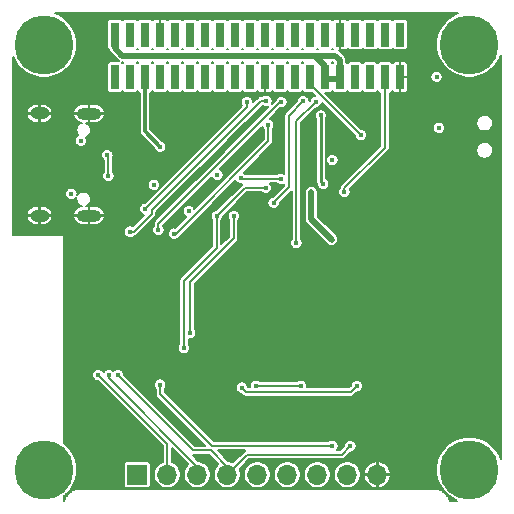
<source format=gbr>
G04 #@! TF.GenerationSoftware,KiCad,Pcbnew,(5.1.6)-1*
G04 #@! TF.CreationDate,2020-11-06T20:35:05+01:00*
G04 #@! TF.ProjectId,DynOSSAT-EDU-Comms,44796e4f-5353-4415-942d-4544552d436f,rev?*
G04 #@! TF.SameCoordinates,Original*
G04 #@! TF.FileFunction,Copper,L4,Bot*
G04 #@! TF.FilePolarity,Positive*
%FSLAX46Y46*%
G04 Gerber Fmt 4.6, Leading zero omitted, Abs format (unit mm)*
G04 Created by KiCad (PCBNEW (5.1.6)-1) date 2020-11-06 20:35:05*
%MOMM*%
%LPD*%
G01*
G04 APERTURE LIST*
G04 #@! TA.AperFunction,SMDPad,CuDef*
%ADD10R,0.750000X2.100000*%
G04 #@! TD*
G04 #@! TA.AperFunction,ComponentPad*
%ADD11C,5.000000*%
G04 #@! TD*
G04 #@! TA.AperFunction,ComponentPad*
%ADD12C,0.800000*%
G04 #@! TD*
G04 #@! TA.AperFunction,ComponentPad*
%ADD13O,1.600000X1.000000*%
G04 #@! TD*
G04 #@! TA.AperFunction,ComponentPad*
%ADD14O,2.100000X1.000000*%
G04 #@! TD*
G04 #@! TA.AperFunction,ComponentPad*
%ADD15R,1.700000X1.700000*%
G04 #@! TD*
G04 #@! TA.AperFunction,ComponentPad*
%ADD16O,1.700000X1.700000*%
G04 #@! TD*
G04 #@! TA.AperFunction,ViaPad*
%ADD17C,0.450000*%
G04 #@! TD*
G04 #@! TA.AperFunction,Conductor*
%ADD18C,0.200000*%
G04 #@! TD*
G04 #@! TA.AperFunction,Conductor*
%ADD19C,0.250000*%
G04 #@! TD*
G04 #@! TA.AperFunction,Conductor*
%ADD20C,0.500000*%
G04 #@! TD*
G04 #@! TA.AperFunction,Conductor*
%ADD21C,0.300000*%
G04 #@! TD*
G04 #@! TA.AperFunction,NonConductor*
%ADD22C,0.200000*%
G04 #@! TD*
G04 APERTURE END LIST*
D10*
X136906000Y-94256000D03*
X136906000Y-90656000D03*
X138176000Y-94256000D03*
X138176000Y-90656000D03*
X139446000Y-94256000D03*
X139446000Y-90656000D03*
X140716000Y-94256000D03*
X140716000Y-90656000D03*
X141986000Y-94256000D03*
X141986000Y-90656000D03*
X143256000Y-94256000D03*
X143256000Y-90656000D03*
X144526000Y-94256000D03*
X144526000Y-90656000D03*
X145796000Y-94256000D03*
X145796000Y-90656000D03*
X147066000Y-94256000D03*
X147066000Y-90656000D03*
X148336000Y-94256000D03*
X148336000Y-90656000D03*
X149606000Y-94256000D03*
X149606000Y-90656000D03*
X150876000Y-94256000D03*
X150876000Y-90656000D03*
X152146000Y-94256000D03*
X152146000Y-90656000D03*
X153416000Y-94256000D03*
X153416000Y-90656000D03*
X154686000Y-94256000D03*
X154686000Y-90656000D03*
X155956000Y-94256000D03*
X155956000Y-90656000D03*
X157226000Y-94256000D03*
X157226000Y-90656000D03*
X158496000Y-94256000D03*
X158496000Y-90656000D03*
X159766000Y-94256000D03*
X159766000Y-90656000D03*
X161036000Y-94256000D03*
X161036000Y-90656000D03*
D11*
X130903000Y-91513000D03*
D12*
X132778000Y-91513000D03*
X132228825Y-92838825D03*
X130903000Y-93388000D03*
X129577175Y-92838825D03*
X129028000Y-91513000D03*
X129577175Y-90187175D03*
X130903000Y-89638000D03*
X132228825Y-90187175D03*
X168230825Y-90187175D03*
X166905000Y-89638000D03*
X165579175Y-90187175D03*
X165030000Y-91513000D03*
X165579175Y-92838825D03*
X166905000Y-93388000D03*
X168230825Y-92838825D03*
X168780000Y-91513000D03*
D11*
X166905000Y-91513000D03*
X130903000Y-127508000D03*
D12*
X132778000Y-127508000D03*
X132228825Y-128833825D03*
X130903000Y-129383000D03*
X129577175Y-128833825D03*
X129028000Y-127508000D03*
X129577175Y-126182175D03*
X130903000Y-125633000D03*
X132228825Y-126182175D03*
X168230825Y-126182175D03*
X166905000Y-125633000D03*
X165579175Y-126182175D03*
X165030000Y-127508000D03*
X165579175Y-128833825D03*
X166905000Y-129383000D03*
X168230825Y-128833825D03*
X168780000Y-127508000D03*
D11*
X166905000Y-127508000D03*
D13*
X130528900Y-97341500D03*
D14*
X134708900Y-105985500D03*
D13*
X130528900Y-105981500D03*
D14*
X134708900Y-97345500D03*
D15*
X138811000Y-127914400D03*
D16*
X141351000Y-127914400D03*
X143891000Y-127914400D03*
X146431000Y-127914400D03*
X148971000Y-127914400D03*
X151511000Y-127914400D03*
X154051000Y-127914400D03*
X156591000Y-127914400D03*
X159131000Y-127914400D03*
D17*
X153352500Y-97980500D03*
X149034500Y-104203500D03*
X164592000Y-104394000D03*
X165608000Y-104394000D03*
X145669000Y-123190000D03*
X148209000Y-123317000D03*
X133022000Y-121182000D03*
X149606000Y-94405992D03*
X161036000Y-94406004D03*
X155956000Y-90505994D03*
X140716000Y-90506006D03*
X148844000Y-110490000D03*
X141986000Y-114554000D03*
X141986000Y-112014000D03*
X146050000Y-110490000D03*
X139954000Y-114046000D03*
X134874000Y-111760000D03*
X134874000Y-116840000D03*
X133604000Y-111760000D03*
X133604000Y-116840000D03*
X151384000Y-108204000D03*
X149098000Y-116332000D03*
X163068000Y-116332000D03*
X159258000Y-116332000D03*
X164592000Y-105918000D03*
X165608000Y-105918000D03*
X168656000Y-104140000D03*
X167894000Y-104140000D03*
X167132000Y-104140000D03*
X166370000Y-104140000D03*
X166370000Y-106934000D03*
X168656000Y-106934000D03*
X164846000Y-108204000D03*
X164846000Y-108966000D03*
X164846000Y-109728000D03*
X164846000Y-110490000D03*
X165862000Y-110998000D03*
X166624000Y-110998000D03*
X167386000Y-110998000D03*
X168148000Y-110998000D03*
X168910000Y-110998000D03*
X165862000Y-107442000D03*
X159258000Y-113284000D03*
X159258000Y-110490000D03*
X159321500Y-108267500D03*
X159258000Y-119888000D03*
X141478000Y-97282000D03*
X162814000Y-94742000D03*
X156972000Y-101600000D03*
X159258000Y-101600000D03*
X161798000Y-101600000D03*
X148526500Y-97853500D03*
X148259800Y-102133400D03*
X142570200Y-98958400D03*
X146253200Y-100076000D03*
X134010400Y-99644200D03*
X133222998Y-104140000D03*
X140716000Y-94405994D03*
X141986000Y-90506008D03*
X143256000Y-90506006D03*
X156337000Y-103987600D03*
X159766000Y-94405996D03*
X144526000Y-90506004D03*
X153416000Y-94361000D03*
X157734000Y-99187000D03*
X147650200Y-120557009D03*
X157378400Y-120421400D03*
X145796000Y-90505992D03*
X152146000Y-94406000D03*
X154330400Y-97510600D03*
X154533600Y-103301800D03*
X147066000Y-90506008D03*
X148336000Y-90506004D03*
X148336000Y-94406000D03*
X149885400Y-98298000D03*
X141912000Y-107515996D03*
X147066000Y-94405994D03*
X145796000Y-94405992D03*
X143256000Y-94406012D03*
X141986000Y-94405994D03*
X157226000Y-90505996D03*
X137160000Y-119507000D03*
X158496000Y-90505994D03*
X156845000Y-125501400D03*
X159766000Y-90506004D03*
X161036000Y-90506030D03*
X135509000Y-119507000D03*
X136398000Y-119507000D03*
X144526000Y-94406000D03*
X139446000Y-90506008D03*
X153416000Y-90505992D03*
X152857200Y-96316800D03*
X150342600Y-104902000D03*
X154686000Y-90505984D03*
X152273000Y-108331000D03*
X153898600Y-96367600D03*
X136271000Y-100888800D03*
X136347200Y-102616000D03*
X150876000Y-94406000D03*
X136906000Y-94406006D03*
X138176000Y-94406008D03*
X145578054Y-102525054D03*
X155956000Y-94405996D03*
X154686000Y-94406008D03*
X136906000Y-90505990D03*
X155257500Y-108013500D03*
X153543000Y-104013000D03*
X155321000Y-101282500D03*
X164338000Y-98552000D03*
X138176000Y-90505992D03*
X164134800Y-94234000D03*
X140208000Y-103378000D03*
X143154400Y-105613204D03*
X139446000Y-94405986D03*
X140741400Y-100152200D03*
X150952200Y-102870000D03*
X147548600Y-102793800D03*
X148844000Y-120396000D03*
X152654000Y-120396000D03*
X149606000Y-90506000D03*
X148082000Y-96393000D03*
X139482021Y-105410000D03*
X155321000Y-125476000D03*
X150876000Y-90506000D03*
X149733000Y-96266000D03*
X138176000Y-107351021D03*
X140741401Y-120294401D03*
X152146000Y-90506000D03*
X140589000Y-107188000D03*
X151003000Y-96393000D03*
X157226000Y-94406000D03*
X146964400Y-106045000D03*
X143273000Y-115951000D03*
X158496000Y-94405996D03*
X149669500Y-103632000D03*
X145524999Y-106027999D03*
X142748000Y-117221000D03*
D18*
X149606000Y-94406000D02*
X149606000Y-94405992D01*
X156337000Y-103987600D02*
X156337000Y-103669402D01*
X159766000Y-100240402D02*
X159766000Y-94405996D01*
X156337000Y-103669402D02*
X159766000Y-100240402D01*
X157534001Y-98987001D02*
X157734000Y-99187000D01*
X153416000Y-94361000D02*
X153416000Y-94869000D01*
X153416000Y-94869000D02*
X157534001Y-98987001D01*
X156878799Y-120921001D02*
X157378400Y-120421400D01*
X147650200Y-120557009D02*
X148014192Y-120921001D01*
X148014192Y-120921001D02*
X156878799Y-120921001D01*
X152146000Y-94256000D02*
X152146000Y-94406000D01*
D19*
X154330400Y-97510600D02*
X154330400Y-103098600D01*
X154330400Y-103098600D02*
X154533600Y-103301800D01*
D18*
X148336000Y-94256000D02*
X148336000Y-94406000D01*
X142079406Y-107515996D02*
X141912000Y-107515996D01*
X149885400Y-98298000D02*
X149885400Y-99710002D01*
X149885400Y-99710002D02*
X142079406Y-107515996D01*
X137160000Y-119507000D02*
X143529011Y-125876011D01*
X143529011Y-125876011D02*
X145053011Y-125876011D01*
X145053011Y-125876011D02*
X146431000Y-127254000D01*
X146431000Y-127914400D02*
X148107400Y-126238000D01*
X148107400Y-126238000D02*
X156108400Y-126238000D01*
X156108400Y-126238000D02*
X156845000Y-125501400D01*
X141351000Y-125349000D02*
X141351000Y-127254000D01*
X135509000Y-119507000D02*
X141351000Y-125349000D01*
X136398000Y-119761000D02*
X136398000Y-119507000D01*
X143891000Y-127254000D02*
X136398000Y-119761000D01*
X144526000Y-94256000D02*
X144526000Y-94406000D01*
X151638000Y-103606600D02*
X150567599Y-104677001D01*
X151638000Y-97536000D02*
X151638000Y-103606600D01*
X150567599Y-104677001D02*
X150342600Y-104902000D01*
X152857200Y-96316800D02*
X151638000Y-97536000D01*
X152273000Y-108331000D02*
X152273000Y-97993200D01*
X152273000Y-97993200D02*
X153898600Y-96367600D01*
X136347200Y-100965000D02*
X136271000Y-100888800D01*
X136347200Y-102616000D02*
X136347200Y-100965000D01*
X150876000Y-94256000D02*
X150876000Y-94406000D01*
D20*
X136906000Y-90788832D02*
X136906000Y-90505990D01*
X153851002Y-92456000D02*
X137541000Y-92456000D01*
X154686000Y-94406008D02*
X154686000Y-93290998D01*
X137541000Y-92456000D02*
X136906000Y-91821000D01*
X136906000Y-91821000D02*
X136906000Y-90788832D01*
X154686000Y-93290998D02*
X153851002Y-92456000D01*
X154686012Y-94405996D02*
X154686000Y-94406008D01*
X155956000Y-94405996D02*
X154686012Y-94405996D01*
X155956000Y-92837000D02*
X155956000Y-94256000D01*
X153851002Y-92456000D02*
X155575000Y-92456000D01*
X155575000Y-92456000D02*
X155956000Y-92837000D01*
X153543000Y-106299000D02*
X155257500Y-108013500D01*
X153543000Y-104013000D02*
X153543000Y-106299000D01*
D21*
X139446000Y-94405986D02*
X139446000Y-98856800D01*
X139446000Y-98856800D02*
X140741400Y-100152200D01*
D18*
X150952200Y-102870000D02*
X147624800Y-102870000D01*
X147624800Y-102870000D02*
X147548600Y-102793800D01*
X148844000Y-120396000D02*
X152654000Y-120396000D01*
X149606000Y-90656000D02*
X149606000Y-90506000D01*
X148082000Y-96393000D02*
X148082000Y-96810021D01*
X148082000Y-96810021D02*
X139482021Y-105410000D01*
X150876000Y-90656000D02*
X150876000Y-90506000D01*
X149733000Y-96266000D02*
X149276025Y-96266000D01*
X140007023Y-105838196D02*
X138494198Y-107351021D01*
X149276025Y-96266000D02*
X140007023Y-105535002D01*
X140007023Y-105535002D02*
X140007023Y-105838196D01*
X138494198Y-107351021D02*
X138176000Y-107351021D01*
X140741401Y-121107201D02*
X140741401Y-120294401D01*
X155321000Y-125476000D02*
X145110200Y-125476000D01*
X145110200Y-125476000D02*
X140741401Y-121107201D01*
X152146000Y-90656000D02*
X152146000Y-90506000D01*
X150876000Y-96393000D02*
X151003000Y-96393000D01*
X140589000Y-107188000D02*
X140589000Y-106680000D01*
X140589000Y-106680000D02*
X150876000Y-96393000D01*
D20*
X157226000Y-94256000D02*
X157226000Y-94406000D01*
D18*
X146964400Y-107924600D02*
X146964400Y-106045000D01*
X143273000Y-115951000D02*
X143273000Y-111616000D01*
X143273000Y-111616000D02*
X146964400Y-107924600D01*
X147920998Y-103632000D02*
X149669500Y-103632000D01*
X145524999Y-106027999D02*
X147920998Y-103632000D01*
X142748000Y-117221000D02*
X142748000Y-111506000D01*
X145524999Y-108729001D02*
X145524999Y-106027999D01*
X142748000Y-111506000D02*
X145524999Y-108729001D01*
G36*
X165578703Y-89031672D02*
G01*
X165120104Y-89338098D01*
X164730098Y-89728104D01*
X164423672Y-90186703D01*
X164212602Y-90696270D01*
X164105000Y-91237224D01*
X164105000Y-91788776D01*
X164212602Y-92329730D01*
X164423672Y-92839297D01*
X164730098Y-93297896D01*
X165120104Y-93687902D01*
X165578703Y-93994328D01*
X166088270Y-94205398D01*
X166629224Y-94313000D01*
X167180776Y-94313000D01*
X167721730Y-94205398D01*
X168231297Y-93994328D01*
X168689896Y-93687902D01*
X169079902Y-93297896D01*
X169386328Y-92839297D01*
X169562000Y-92415188D01*
X169562001Y-126605814D01*
X169386328Y-126181703D01*
X169079902Y-125723104D01*
X168689896Y-125333098D01*
X168231297Y-125026672D01*
X167721730Y-124815602D01*
X167180776Y-124708000D01*
X166629224Y-124708000D01*
X166088270Y-124815602D01*
X165578703Y-125026672D01*
X165120104Y-125333098D01*
X164730098Y-125723104D01*
X164423672Y-126181703D01*
X164212602Y-126691270D01*
X164105000Y-127232224D01*
X164105000Y-127783776D01*
X164212602Y-128324730D01*
X164423672Y-128834297D01*
X164730098Y-129292896D01*
X165120104Y-129682902D01*
X165578703Y-129989328D01*
X165884033Y-130115800D01*
X165255292Y-130115800D01*
X165217092Y-129992394D01*
X165203920Y-129961059D01*
X165191189Y-129929549D01*
X165188731Y-129924925D01*
X165095907Y-129753249D01*
X165076900Y-129725070D01*
X165058289Y-129696630D01*
X165054980Y-129692572D01*
X164930576Y-129542194D01*
X164906430Y-129518216D01*
X164882679Y-129493963D01*
X164878645Y-129490625D01*
X164727403Y-129367275D01*
X164699090Y-129348464D01*
X164671050Y-129329264D01*
X164666444Y-129326774D01*
X164494121Y-129235148D01*
X164462686Y-129222192D01*
X164431459Y-129208808D01*
X164426457Y-129207259D01*
X164239621Y-129150850D01*
X164206273Y-129144247D01*
X164173035Y-129137182D01*
X164167827Y-129136635D01*
X163973594Y-129117590D01*
X163973593Y-129117590D01*
X163955418Y-129115800D01*
X133916836Y-129115803D01*
X133900620Y-129117400D01*
X133896031Y-129117368D01*
X133890820Y-129117878D01*
X133696723Y-129138279D01*
X133663359Y-129145128D01*
X133630045Y-129151483D01*
X133625036Y-129152995D01*
X133625030Y-129152996D01*
X133625024Y-129152998D01*
X133438594Y-129210708D01*
X133407259Y-129223880D01*
X133375749Y-129236611D01*
X133371125Y-129239069D01*
X133199449Y-129331893D01*
X133171270Y-129350900D01*
X133142830Y-129369511D01*
X133138772Y-129372820D01*
X132988394Y-129497224D01*
X132964416Y-129521370D01*
X132940163Y-129545121D01*
X132936825Y-129549155D01*
X132813475Y-129700397D01*
X132794664Y-129728710D01*
X132775464Y-129756750D01*
X132772974Y-129761356D01*
X132681348Y-129933679D01*
X132668392Y-129965114D01*
X132655008Y-129996341D01*
X132653459Y-130001343D01*
X132618902Y-130115800D01*
X132561000Y-130115800D01*
X132561000Y-129767691D01*
X132687896Y-129682902D01*
X133077902Y-129292896D01*
X133384328Y-128834297D01*
X133595398Y-128324730D01*
X133703000Y-127783776D01*
X133703000Y-127232224D01*
X133669618Y-127064400D01*
X137659549Y-127064400D01*
X137659549Y-128764400D01*
X137665341Y-128823210D01*
X137682496Y-128879760D01*
X137710353Y-128931877D01*
X137747842Y-128977558D01*
X137793523Y-129015047D01*
X137845640Y-129042904D01*
X137902190Y-129060059D01*
X137961000Y-129065851D01*
X139661000Y-129065851D01*
X139719810Y-129060059D01*
X139776360Y-129042904D01*
X139828477Y-129015047D01*
X139874158Y-128977558D01*
X139911647Y-128931877D01*
X139939504Y-128879760D01*
X139956659Y-128823210D01*
X139962451Y-128764400D01*
X139962451Y-127064400D01*
X139956659Y-127005590D01*
X139939504Y-126949040D01*
X139911647Y-126896923D01*
X139874158Y-126851242D01*
X139828477Y-126813753D01*
X139776360Y-126785896D01*
X139719810Y-126768741D01*
X139661000Y-126762949D01*
X137961000Y-126762949D01*
X137902190Y-126768741D01*
X137845640Y-126785896D01*
X137793523Y-126813753D01*
X137747842Y-126851242D01*
X137710353Y-126896923D01*
X137682496Y-126949040D01*
X137665341Y-127005590D01*
X137659549Y-127064400D01*
X133669618Y-127064400D01*
X133595398Y-126691270D01*
X133384328Y-126181703D01*
X133077902Y-125723104D01*
X132687896Y-125333098D01*
X132561000Y-125248309D01*
X132561000Y-119455292D01*
X134984000Y-119455292D01*
X134984000Y-119558708D01*
X135004176Y-119660137D01*
X135043751Y-119755681D01*
X135101206Y-119841668D01*
X135174332Y-119914794D01*
X135260319Y-119972249D01*
X135355863Y-120011824D01*
X135457292Y-120032000D01*
X135468315Y-120032000D01*
X140951000Y-125514685D01*
X140951001Y-126835334D01*
X140806271Y-126895284D01*
X140617918Y-127021137D01*
X140457737Y-127181318D01*
X140331884Y-127369671D01*
X140245194Y-127578957D01*
X140201000Y-127801135D01*
X140201000Y-128027665D01*
X140245194Y-128249843D01*
X140331884Y-128459129D01*
X140457737Y-128647482D01*
X140617918Y-128807663D01*
X140806271Y-128933516D01*
X141015557Y-129020206D01*
X141237735Y-129064400D01*
X141464265Y-129064400D01*
X141686443Y-129020206D01*
X141895729Y-128933516D01*
X142084082Y-128807663D01*
X142244263Y-128647482D01*
X142370116Y-128459129D01*
X142456806Y-128249843D01*
X142501000Y-128027665D01*
X142501000Y-127801135D01*
X142456806Y-127578957D01*
X142370116Y-127369671D01*
X142244263Y-127181318D01*
X142084082Y-127021137D01*
X141895729Y-126895284D01*
X141751000Y-126835335D01*
X141751000Y-125679686D01*
X143125185Y-127053870D01*
X142997737Y-127181318D01*
X142871884Y-127369671D01*
X142785194Y-127578957D01*
X142741000Y-127801135D01*
X142741000Y-128027665D01*
X142785194Y-128249843D01*
X142871884Y-128459129D01*
X142997737Y-128647482D01*
X143157918Y-128807663D01*
X143346271Y-128933516D01*
X143555557Y-129020206D01*
X143777735Y-129064400D01*
X144004265Y-129064400D01*
X144226443Y-129020206D01*
X144435729Y-128933516D01*
X144624082Y-128807663D01*
X144784263Y-128647482D01*
X144910116Y-128459129D01*
X144996806Y-128249843D01*
X145041000Y-128027665D01*
X145041000Y-127801135D01*
X144996806Y-127578957D01*
X144910116Y-127369671D01*
X144784263Y-127181318D01*
X144624082Y-127021137D01*
X144435729Y-126895284D01*
X144226443Y-126808594D01*
X144004265Y-126764400D01*
X143967086Y-126764400D01*
X143475346Y-126272661D01*
X143529011Y-126277946D01*
X143548658Y-126276011D01*
X144887326Y-126276011D01*
X145665185Y-127053870D01*
X145537737Y-127181318D01*
X145411884Y-127369671D01*
X145325194Y-127578957D01*
X145281000Y-127801135D01*
X145281000Y-128027665D01*
X145325194Y-128249843D01*
X145411884Y-128459129D01*
X145537737Y-128647482D01*
X145697918Y-128807663D01*
X145886271Y-128933516D01*
X146095557Y-129020206D01*
X146317735Y-129064400D01*
X146544265Y-129064400D01*
X146766443Y-129020206D01*
X146975729Y-128933516D01*
X147164082Y-128807663D01*
X147324263Y-128647482D01*
X147450116Y-128459129D01*
X147536806Y-128249843D01*
X147581000Y-128027665D01*
X147581000Y-127801135D01*
X147821000Y-127801135D01*
X147821000Y-128027665D01*
X147865194Y-128249843D01*
X147951884Y-128459129D01*
X148077737Y-128647482D01*
X148237918Y-128807663D01*
X148426271Y-128933516D01*
X148635557Y-129020206D01*
X148857735Y-129064400D01*
X149084265Y-129064400D01*
X149306443Y-129020206D01*
X149515729Y-128933516D01*
X149704082Y-128807663D01*
X149864263Y-128647482D01*
X149990116Y-128459129D01*
X150076806Y-128249843D01*
X150121000Y-128027665D01*
X150121000Y-127801135D01*
X150361000Y-127801135D01*
X150361000Y-128027665D01*
X150405194Y-128249843D01*
X150491884Y-128459129D01*
X150617737Y-128647482D01*
X150777918Y-128807663D01*
X150966271Y-128933516D01*
X151175557Y-129020206D01*
X151397735Y-129064400D01*
X151624265Y-129064400D01*
X151846443Y-129020206D01*
X152055729Y-128933516D01*
X152244082Y-128807663D01*
X152404263Y-128647482D01*
X152530116Y-128459129D01*
X152616806Y-128249843D01*
X152661000Y-128027665D01*
X152661000Y-127801135D01*
X152901000Y-127801135D01*
X152901000Y-128027665D01*
X152945194Y-128249843D01*
X153031884Y-128459129D01*
X153157737Y-128647482D01*
X153317918Y-128807663D01*
X153506271Y-128933516D01*
X153715557Y-129020206D01*
X153937735Y-129064400D01*
X154164265Y-129064400D01*
X154386443Y-129020206D01*
X154595729Y-128933516D01*
X154784082Y-128807663D01*
X154944263Y-128647482D01*
X155070116Y-128459129D01*
X155156806Y-128249843D01*
X155201000Y-128027665D01*
X155201000Y-127801135D01*
X155441000Y-127801135D01*
X155441000Y-128027665D01*
X155485194Y-128249843D01*
X155571884Y-128459129D01*
X155697737Y-128647482D01*
X155857918Y-128807663D01*
X156046271Y-128933516D01*
X156255557Y-129020206D01*
X156477735Y-129064400D01*
X156704265Y-129064400D01*
X156926443Y-129020206D01*
X157135729Y-128933516D01*
X157324082Y-128807663D01*
X157484263Y-128647482D01*
X157610116Y-128459129D01*
X157696806Y-128249843D01*
X157721286Y-128126773D01*
X157949941Y-128126773D01*
X158014067Y-128353105D01*
X158121116Y-128562578D01*
X158266974Y-128747142D01*
X158446036Y-128899704D01*
X158651421Y-129014402D01*
X158875236Y-129086827D01*
X158918627Y-129095458D01*
X159106000Y-129026619D01*
X159106000Y-127939400D01*
X159156000Y-127939400D01*
X159156000Y-129026619D01*
X159343373Y-129095458D01*
X159386764Y-129086827D01*
X159610579Y-129014402D01*
X159815964Y-128899704D01*
X159995026Y-128747142D01*
X160140884Y-128562578D01*
X160247933Y-128353105D01*
X160312059Y-128126773D01*
X160243241Y-127939400D01*
X159156000Y-127939400D01*
X159106000Y-127939400D01*
X158018759Y-127939400D01*
X157949941Y-128126773D01*
X157721286Y-128126773D01*
X157741000Y-128027665D01*
X157741000Y-127801135D01*
X157721287Y-127702027D01*
X157949941Y-127702027D01*
X158018759Y-127889400D01*
X159106000Y-127889400D01*
X159106000Y-126802181D01*
X159156000Y-126802181D01*
X159156000Y-127889400D01*
X160243241Y-127889400D01*
X160312059Y-127702027D01*
X160247933Y-127475695D01*
X160140884Y-127266222D01*
X159995026Y-127081658D01*
X159815964Y-126929096D01*
X159610579Y-126814398D01*
X159386764Y-126741973D01*
X159343373Y-126733342D01*
X159156000Y-126802181D01*
X159106000Y-126802181D01*
X158918627Y-126733342D01*
X158875236Y-126741973D01*
X158651421Y-126814398D01*
X158446036Y-126929096D01*
X158266974Y-127081658D01*
X158121116Y-127266222D01*
X158014067Y-127475695D01*
X157949941Y-127702027D01*
X157721287Y-127702027D01*
X157696806Y-127578957D01*
X157610116Y-127369671D01*
X157484263Y-127181318D01*
X157324082Y-127021137D01*
X157135729Y-126895284D01*
X156926443Y-126808594D01*
X156704265Y-126764400D01*
X156477735Y-126764400D01*
X156255557Y-126808594D01*
X156046271Y-126895284D01*
X155857918Y-127021137D01*
X155697737Y-127181318D01*
X155571884Y-127369671D01*
X155485194Y-127578957D01*
X155441000Y-127801135D01*
X155201000Y-127801135D01*
X155156806Y-127578957D01*
X155070116Y-127369671D01*
X154944263Y-127181318D01*
X154784082Y-127021137D01*
X154595729Y-126895284D01*
X154386443Y-126808594D01*
X154164265Y-126764400D01*
X153937735Y-126764400D01*
X153715557Y-126808594D01*
X153506271Y-126895284D01*
X153317918Y-127021137D01*
X153157737Y-127181318D01*
X153031884Y-127369671D01*
X152945194Y-127578957D01*
X152901000Y-127801135D01*
X152661000Y-127801135D01*
X152616806Y-127578957D01*
X152530116Y-127369671D01*
X152404263Y-127181318D01*
X152244082Y-127021137D01*
X152055729Y-126895284D01*
X151846443Y-126808594D01*
X151624265Y-126764400D01*
X151397735Y-126764400D01*
X151175557Y-126808594D01*
X150966271Y-126895284D01*
X150777918Y-127021137D01*
X150617737Y-127181318D01*
X150491884Y-127369671D01*
X150405194Y-127578957D01*
X150361000Y-127801135D01*
X150121000Y-127801135D01*
X150076806Y-127578957D01*
X149990116Y-127369671D01*
X149864263Y-127181318D01*
X149704082Y-127021137D01*
X149515729Y-126895284D01*
X149306443Y-126808594D01*
X149084265Y-126764400D01*
X148857735Y-126764400D01*
X148635557Y-126808594D01*
X148426271Y-126895284D01*
X148237918Y-127021137D01*
X148077737Y-127181318D01*
X147951884Y-127369671D01*
X147865194Y-127578957D01*
X147821000Y-127801135D01*
X147581000Y-127801135D01*
X147536806Y-127578957D01*
X147476857Y-127434228D01*
X148273085Y-126638000D01*
X156088754Y-126638000D01*
X156108400Y-126639935D01*
X156128046Y-126638000D01*
X156128047Y-126638000D01*
X156186814Y-126632212D01*
X156262214Y-126609340D01*
X156331703Y-126572197D01*
X156392611Y-126522211D01*
X156405137Y-126506948D01*
X156885685Y-126026400D01*
X156896708Y-126026400D01*
X156998137Y-126006224D01*
X157093681Y-125966649D01*
X157179668Y-125909194D01*
X157252794Y-125836068D01*
X157310249Y-125750081D01*
X157349824Y-125654537D01*
X157370000Y-125553108D01*
X157370000Y-125449692D01*
X157349824Y-125348263D01*
X157310249Y-125252719D01*
X157252794Y-125166732D01*
X157179668Y-125093606D01*
X157093681Y-125036151D01*
X156998137Y-124996576D01*
X156896708Y-124976400D01*
X156793292Y-124976400D01*
X156691863Y-124996576D01*
X156596319Y-125036151D01*
X156510332Y-125093606D01*
X156437206Y-125166732D01*
X156379751Y-125252719D01*
X156340176Y-125348263D01*
X156320000Y-125449692D01*
X156320000Y-125460715D01*
X155942715Y-125838000D01*
X155701462Y-125838000D01*
X155728794Y-125810668D01*
X155786249Y-125724681D01*
X155825824Y-125629137D01*
X155846000Y-125527708D01*
X155846000Y-125424292D01*
X155825824Y-125322863D01*
X155786249Y-125227319D01*
X155728794Y-125141332D01*
X155655668Y-125068206D01*
X155569681Y-125010751D01*
X155474137Y-124971176D01*
X155372708Y-124951000D01*
X155269292Y-124951000D01*
X155167863Y-124971176D01*
X155072319Y-125010751D01*
X154986332Y-125068206D01*
X154978538Y-125076000D01*
X145275886Y-125076000D01*
X141141401Y-120941516D01*
X141141401Y-120636863D01*
X141149195Y-120629069D01*
X141206650Y-120543082D01*
X141222299Y-120505301D01*
X147125200Y-120505301D01*
X147125200Y-120608717D01*
X147145376Y-120710146D01*
X147184951Y-120805690D01*
X147242406Y-120891677D01*
X147315532Y-120964803D01*
X147401519Y-121022258D01*
X147497063Y-121061833D01*
X147598492Y-121082009D01*
X147609515Y-121082009D01*
X147717455Y-121189949D01*
X147729981Y-121205212D01*
X147790889Y-121255198D01*
X147860378Y-121292341D01*
X147935778Y-121315213D01*
X147994545Y-121321001D01*
X147994555Y-121321001D01*
X148014191Y-121322935D01*
X148033827Y-121321001D01*
X156859153Y-121321001D01*
X156878799Y-121322936D01*
X156898445Y-121321001D01*
X156898446Y-121321001D01*
X156957213Y-121315213D01*
X157032613Y-121292341D01*
X157102102Y-121255198D01*
X157163010Y-121205212D01*
X157175536Y-121189949D01*
X157419085Y-120946400D01*
X157430108Y-120946400D01*
X157531537Y-120926224D01*
X157627081Y-120886649D01*
X157713068Y-120829194D01*
X157786194Y-120756068D01*
X157843649Y-120670081D01*
X157883224Y-120574537D01*
X157903400Y-120473108D01*
X157903400Y-120369692D01*
X157883224Y-120268263D01*
X157843649Y-120172719D01*
X157786194Y-120086732D01*
X157713068Y-120013606D01*
X157627081Y-119956151D01*
X157531537Y-119916576D01*
X157430108Y-119896400D01*
X157326692Y-119896400D01*
X157225263Y-119916576D01*
X157129719Y-119956151D01*
X157043732Y-120013606D01*
X156970606Y-120086732D01*
X156913151Y-120172719D01*
X156873576Y-120268263D01*
X156853400Y-120369692D01*
X156853400Y-120380715D01*
X156713114Y-120521001D01*
X153164421Y-120521001D01*
X153179000Y-120447708D01*
X153179000Y-120344292D01*
X153158824Y-120242863D01*
X153119249Y-120147319D01*
X153061794Y-120061332D01*
X152988668Y-119988206D01*
X152902681Y-119930751D01*
X152807137Y-119891176D01*
X152705708Y-119871000D01*
X152602292Y-119871000D01*
X152500863Y-119891176D01*
X152405319Y-119930751D01*
X152319332Y-119988206D01*
X152311538Y-119996000D01*
X149186462Y-119996000D01*
X149178668Y-119988206D01*
X149092681Y-119930751D01*
X148997137Y-119891176D01*
X148895708Y-119871000D01*
X148792292Y-119871000D01*
X148690863Y-119891176D01*
X148595319Y-119930751D01*
X148509332Y-119988206D01*
X148436206Y-120061332D01*
X148378751Y-120147319D01*
X148339176Y-120242863D01*
X148319000Y-120344292D01*
X148319000Y-120447708D01*
X148333579Y-120521001D01*
X148179877Y-120521001D01*
X148175200Y-120516324D01*
X148175200Y-120505301D01*
X148155024Y-120403872D01*
X148115449Y-120308328D01*
X148057994Y-120222341D01*
X147984868Y-120149215D01*
X147898881Y-120091760D01*
X147803337Y-120052185D01*
X147701908Y-120032009D01*
X147598492Y-120032009D01*
X147497063Y-120052185D01*
X147401519Y-120091760D01*
X147315532Y-120149215D01*
X147242406Y-120222341D01*
X147184951Y-120308328D01*
X147145376Y-120403872D01*
X147125200Y-120505301D01*
X141222299Y-120505301D01*
X141246225Y-120447538D01*
X141266401Y-120346109D01*
X141266401Y-120242693D01*
X141246225Y-120141264D01*
X141206650Y-120045720D01*
X141149195Y-119959733D01*
X141076069Y-119886607D01*
X140990082Y-119829152D01*
X140894538Y-119789577D01*
X140793109Y-119769401D01*
X140689693Y-119769401D01*
X140588264Y-119789577D01*
X140492720Y-119829152D01*
X140406733Y-119886607D01*
X140333607Y-119959733D01*
X140276152Y-120045720D01*
X140236577Y-120141264D01*
X140216401Y-120242693D01*
X140216401Y-120346109D01*
X140236577Y-120447538D01*
X140276152Y-120543082D01*
X140333607Y-120629069D01*
X140341402Y-120636864D01*
X140341401Y-121087554D01*
X140339466Y-121107201D01*
X140341401Y-121126847D01*
X140347189Y-121185614D01*
X140370061Y-121261014D01*
X140407204Y-121330503D01*
X140457190Y-121391412D01*
X140472453Y-121403938D01*
X144544525Y-125476011D01*
X143694696Y-125476011D01*
X137685000Y-119466315D01*
X137685000Y-119455292D01*
X137664824Y-119353863D01*
X137625249Y-119258319D01*
X137567794Y-119172332D01*
X137494668Y-119099206D01*
X137408681Y-119041751D01*
X137313137Y-119002176D01*
X137211708Y-118982000D01*
X137108292Y-118982000D01*
X137006863Y-119002176D01*
X136911319Y-119041751D01*
X136825332Y-119099206D01*
X136779000Y-119145538D01*
X136732668Y-119099206D01*
X136646681Y-119041751D01*
X136551137Y-119002176D01*
X136449708Y-118982000D01*
X136346292Y-118982000D01*
X136244863Y-119002176D01*
X136149319Y-119041751D01*
X136063332Y-119099206D01*
X135990206Y-119172332D01*
X135953500Y-119227266D01*
X135916794Y-119172332D01*
X135843668Y-119099206D01*
X135757681Y-119041751D01*
X135662137Y-119002176D01*
X135560708Y-118982000D01*
X135457292Y-118982000D01*
X135355863Y-119002176D01*
X135260319Y-119041751D01*
X135174332Y-119099206D01*
X135101206Y-119172332D01*
X135043751Y-119258319D01*
X135004176Y-119353863D01*
X134984000Y-119455292D01*
X132561000Y-119455292D01*
X132561000Y-107696000D01*
X132559079Y-107676491D01*
X132553388Y-107657732D01*
X132544147Y-107640443D01*
X132531711Y-107625289D01*
X132516557Y-107612853D01*
X132499268Y-107603612D01*
X132480509Y-107597921D01*
X132461000Y-107596000D01*
X128312000Y-107596000D01*
X128312000Y-106139104D01*
X129393639Y-106139104D01*
X129434037Y-106283684D01*
X129508263Y-106432948D01*
X129610183Y-106564863D01*
X129735880Y-106674360D01*
X129880523Y-106757230D01*
X130038554Y-106810290D01*
X130203900Y-106831500D01*
X130503900Y-106831500D01*
X130503900Y-106006500D01*
X130553900Y-106006500D01*
X130553900Y-106831500D01*
X130853900Y-106831500D01*
X131019246Y-106810290D01*
X131177277Y-106757230D01*
X131321920Y-106674360D01*
X131447617Y-106564863D01*
X131549537Y-106432948D01*
X131623763Y-106283684D01*
X131663043Y-106143104D01*
X133323639Y-106143104D01*
X133364037Y-106287684D01*
X133438263Y-106436948D01*
X133540183Y-106568863D01*
X133665880Y-106678360D01*
X133810523Y-106761230D01*
X133968554Y-106814290D01*
X134133900Y-106835500D01*
X134683900Y-106835500D01*
X134683900Y-106010500D01*
X134733900Y-106010500D01*
X134733900Y-106835500D01*
X135283900Y-106835500D01*
X135449246Y-106814290D01*
X135607277Y-106761230D01*
X135751920Y-106678360D01*
X135877617Y-106568863D01*
X135979537Y-106436948D01*
X136053763Y-106287684D01*
X136094161Y-106143104D01*
X136020990Y-106010500D01*
X134733900Y-106010500D01*
X134683900Y-106010500D01*
X133396810Y-106010500D01*
X133323639Y-106143104D01*
X131663043Y-106143104D01*
X131664161Y-106139104D01*
X131590990Y-106006500D01*
X130553900Y-106006500D01*
X130503900Y-106006500D01*
X129466810Y-106006500D01*
X129393639Y-106139104D01*
X128312000Y-106139104D01*
X128312000Y-105823896D01*
X129393639Y-105823896D01*
X129466810Y-105956500D01*
X130503900Y-105956500D01*
X130503900Y-105131500D01*
X130553900Y-105131500D01*
X130553900Y-105956500D01*
X131590990Y-105956500D01*
X131664161Y-105823896D01*
X131623763Y-105679316D01*
X131549537Y-105530052D01*
X131447617Y-105398137D01*
X131321920Y-105288640D01*
X131177277Y-105205770D01*
X131019246Y-105152710D01*
X130853900Y-105131500D01*
X130553900Y-105131500D01*
X130503900Y-105131500D01*
X130203900Y-105131500D01*
X130038554Y-105152710D01*
X129880523Y-105205770D01*
X129735880Y-105288640D01*
X129610183Y-105398137D01*
X129508263Y-105530052D01*
X129434037Y-105679316D01*
X129393639Y-105823896D01*
X128312000Y-105823896D01*
X128312000Y-104088292D01*
X132697998Y-104088292D01*
X132697998Y-104191708D01*
X132718174Y-104293137D01*
X132757749Y-104388681D01*
X132815204Y-104474668D01*
X132888330Y-104547794D01*
X132974317Y-104605249D01*
X133069861Y-104644824D01*
X133171290Y-104665000D01*
X133274706Y-104665000D01*
X133376135Y-104644824D01*
X133471679Y-104605249D01*
X133557666Y-104547794D01*
X133630792Y-104474668D01*
X133656722Y-104435861D01*
X133639400Y-104522943D01*
X133639400Y-104646057D01*
X133663419Y-104766806D01*
X133710532Y-104880548D01*
X133778931Y-104982914D01*
X133865986Y-105069969D01*
X133968352Y-105138368D01*
X134002211Y-105152393D01*
X133968554Y-105156710D01*
X133810523Y-105209770D01*
X133665880Y-105292640D01*
X133540183Y-105402137D01*
X133438263Y-105534052D01*
X133364037Y-105683316D01*
X133323639Y-105827896D01*
X133396810Y-105960500D01*
X134683900Y-105960500D01*
X134683900Y-105135500D01*
X134733900Y-105135500D01*
X134733900Y-105960500D01*
X136020990Y-105960500D01*
X136094161Y-105827896D01*
X136053763Y-105683316D01*
X135979537Y-105534052D01*
X135877617Y-105402137D01*
X135751920Y-105292640D01*
X135607277Y-105209770D01*
X135449246Y-105156710D01*
X135283900Y-105135500D01*
X134733900Y-105135500D01*
X134683900Y-105135500D01*
X134564740Y-105135500D01*
X134662814Y-105069969D01*
X134749869Y-104982914D01*
X134818268Y-104880548D01*
X134865381Y-104766806D01*
X134889400Y-104646057D01*
X134889400Y-104522943D01*
X134865381Y-104402194D01*
X134818268Y-104288452D01*
X134749869Y-104186086D01*
X134662814Y-104099031D01*
X134560448Y-104030632D01*
X134446706Y-103983519D01*
X134325957Y-103959500D01*
X134202843Y-103959500D01*
X134082094Y-103983519D01*
X133968352Y-104030632D01*
X133865986Y-104099031D01*
X133778931Y-104186086D01*
X133736478Y-104249621D01*
X133747998Y-104191708D01*
X133747998Y-104088292D01*
X133727822Y-103986863D01*
X133688247Y-103891319D01*
X133630792Y-103805332D01*
X133557666Y-103732206D01*
X133471679Y-103674751D01*
X133376135Y-103635176D01*
X133274706Y-103615000D01*
X133171290Y-103615000D01*
X133069861Y-103635176D01*
X132974317Y-103674751D01*
X132888330Y-103732206D01*
X132815204Y-103805332D01*
X132757749Y-103891319D01*
X132718174Y-103986863D01*
X132697998Y-104088292D01*
X128312000Y-104088292D01*
X128312000Y-100837092D01*
X135746000Y-100837092D01*
X135746000Y-100940508D01*
X135766176Y-101041937D01*
X135805751Y-101137481D01*
X135863206Y-101223468D01*
X135936332Y-101296594D01*
X135947201Y-101303856D01*
X135947200Y-102273538D01*
X135939406Y-102281332D01*
X135881951Y-102367319D01*
X135842376Y-102462863D01*
X135822200Y-102564292D01*
X135822200Y-102667708D01*
X135842376Y-102769137D01*
X135881951Y-102864681D01*
X135939406Y-102950668D01*
X136012532Y-103023794D01*
X136098519Y-103081249D01*
X136194063Y-103120824D01*
X136295492Y-103141000D01*
X136398908Y-103141000D01*
X136500337Y-103120824D01*
X136595881Y-103081249D01*
X136681868Y-103023794D01*
X136754994Y-102950668D01*
X136812449Y-102864681D01*
X136852024Y-102769137D01*
X136872200Y-102667708D01*
X136872200Y-102564292D01*
X136852024Y-102462863D01*
X136812449Y-102367319D01*
X136754994Y-102281332D01*
X136747200Y-102273538D01*
X136747200Y-101111043D01*
X136775824Y-101041937D01*
X136796000Y-100940508D01*
X136796000Y-100837092D01*
X136775824Y-100735663D01*
X136736249Y-100640119D01*
X136678794Y-100554132D01*
X136605668Y-100481006D01*
X136519681Y-100423551D01*
X136424137Y-100383976D01*
X136322708Y-100363800D01*
X136219292Y-100363800D01*
X136117863Y-100383976D01*
X136022319Y-100423551D01*
X135936332Y-100481006D01*
X135863206Y-100554132D01*
X135805751Y-100640119D01*
X135766176Y-100735663D01*
X135746000Y-100837092D01*
X128312000Y-100837092D01*
X128312000Y-97499104D01*
X129393639Y-97499104D01*
X129434037Y-97643684D01*
X129508263Y-97792948D01*
X129610183Y-97924863D01*
X129735880Y-98034360D01*
X129880523Y-98117230D01*
X130038554Y-98170290D01*
X130203900Y-98191500D01*
X130503900Y-98191500D01*
X130503900Y-97366500D01*
X130553900Y-97366500D01*
X130553900Y-98191500D01*
X130853900Y-98191500D01*
X131019246Y-98170290D01*
X131177277Y-98117230D01*
X131321920Y-98034360D01*
X131447617Y-97924863D01*
X131549537Y-97792948D01*
X131623763Y-97643684D01*
X131663043Y-97503104D01*
X133323639Y-97503104D01*
X133364037Y-97647684D01*
X133438263Y-97796948D01*
X133540183Y-97928863D01*
X133665880Y-98038360D01*
X133810523Y-98121230D01*
X133968554Y-98174290D01*
X133994837Y-98177662D01*
X133968352Y-98188632D01*
X133865986Y-98257031D01*
X133778931Y-98344086D01*
X133710532Y-98446452D01*
X133663419Y-98560194D01*
X133639400Y-98680943D01*
X133639400Y-98804057D01*
X133663419Y-98924806D01*
X133710532Y-99038548D01*
X133778931Y-99140914D01*
X133800786Y-99162769D01*
X133761719Y-99178951D01*
X133675732Y-99236406D01*
X133602606Y-99309532D01*
X133545151Y-99395519D01*
X133505576Y-99491063D01*
X133485400Y-99592492D01*
X133485400Y-99695908D01*
X133505576Y-99797337D01*
X133545151Y-99892881D01*
X133602606Y-99978868D01*
X133675732Y-100051994D01*
X133761719Y-100109449D01*
X133857263Y-100149024D01*
X133958692Y-100169200D01*
X134062108Y-100169200D01*
X134163537Y-100149024D01*
X134259081Y-100109449D01*
X134345068Y-100051994D01*
X134418194Y-99978868D01*
X134475649Y-99892881D01*
X134515224Y-99797337D01*
X134535400Y-99695908D01*
X134535400Y-99592492D01*
X134515224Y-99491063D01*
X134475649Y-99395519D01*
X134441562Y-99344504D01*
X134446706Y-99343481D01*
X134560448Y-99296368D01*
X134662814Y-99227969D01*
X134749869Y-99140914D01*
X134818268Y-99038548D01*
X134865381Y-98924806D01*
X134889400Y-98804057D01*
X134889400Y-98680943D01*
X134865381Y-98560194D01*
X134818268Y-98446452D01*
X134749869Y-98344086D01*
X134662814Y-98257031D01*
X134570727Y-98195500D01*
X134683900Y-98195500D01*
X134683900Y-97370500D01*
X134733900Y-97370500D01*
X134733900Y-98195500D01*
X135283900Y-98195500D01*
X135449246Y-98174290D01*
X135607277Y-98121230D01*
X135751920Y-98038360D01*
X135877617Y-97928863D01*
X135979537Y-97796948D01*
X136053763Y-97647684D01*
X136094161Y-97503104D01*
X136020990Y-97370500D01*
X134733900Y-97370500D01*
X134683900Y-97370500D01*
X133396810Y-97370500D01*
X133323639Y-97503104D01*
X131663043Y-97503104D01*
X131664161Y-97499104D01*
X131590990Y-97366500D01*
X130553900Y-97366500D01*
X130503900Y-97366500D01*
X129466810Y-97366500D01*
X129393639Y-97499104D01*
X128312000Y-97499104D01*
X128312000Y-97183896D01*
X129393639Y-97183896D01*
X129466810Y-97316500D01*
X130503900Y-97316500D01*
X130503900Y-96491500D01*
X130553900Y-96491500D01*
X130553900Y-97316500D01*
X131590990Y-97316500D01*
X131661953Y-97187896D01*
X133323639Y-97187896D01*
X133396810Y-97320500D01*
X134683900Y-97320500D01*
X134683900Y-96495500D01*
X134733900Y-96495500D01*
X134733900Y-97320500D01*
X136020990Y-97320500D01*
X136094161Y-97187896D01*
X136053763Y-97043316D01*
X135979537Y-96894052D01*
X135877617Y-96762137D01*
X135751920Y-96652640D01*
X135607277Y-96569770D01*
X135449246Y-96516710D01*
X135283900Y-96495500D01*
X134733900Y-96495500D01*
X134683900Y-96495500D01*
X134133900Y-96495500D01*
X133968554Y-96516710D01*
X133810523Y-96569770D01*
X133665880Y-96652640D01*
X133540183Y-96762137D01*
X133438263Y-96894052D01*
X133364037Y-97043316D01*
X133323639Y-97187896D01*
X131661953Y-97187896D01*
X131664161Y-97183896D01*
X131623763Y-97039316D01*
X131549537Y-96890052D01*
X131447617Y-96758137D01*
X131321920Y-96648640D01*
X131177277Y-96565770D01*
X131019246Y-96512710D01*
X130853900Y-96491500D01*
X130553900Y-96491500D01*
X130503900Y-96491500D01*
X130203900Y-96491500D01*
X130038554Y-96512710D01*
X129880523Y-96565770D01*
X129735880Y-96648640D01*
X129610183Y-96758137D01*
X129508263Y-96890052D01*
X129434037Y-97039316D01*
X129393639Y-97183896D01*
X128312000Y-97183896D01*
X128312000Y-92574526D01*
X128421672Y-92839297D01*
X128728098Y-93297896D01*
X129118104Y-93687902D01*
X129576703Y-93994328D01*
X130086270Y-94205398D01*
X130627224Y-94313000D01*
X131178776Y-94313000D01*
X131719730Y-94205398D01*
X132229297Y-93994328D01*
X132687896Y-93687902D01*
X133077902Y-93297896D01*
X133384328Y-92839297D01*
X133595398Y-92329730D01*
X133703000Y-91788776D01*
X133703000Y-91237224D01*
X133595398Y-90696270D01*
X133384328Y-90186703D01*
X133077902Y-89728104D01*
X132955798Y-89606000D01*
X136229549Y-89606000D01*
X136229549Y-91706000D01*
X136235341Y-91764810D01*
X136252496Y-91821360D01*
X136280353Y-91873477D01*
X136317842Y-91919158D01*
X136363523Y-91956647D01*
X136374118Y-91962310D01*
X136395408Y-92032493D01*
X136446479Y-92128042D01*
X136515210Y-92211790D01*
X136536196Y-92229013D01*
X137132987Y-92825804D01*
X137150210Y-92846790D01*
X137220589Y-92904549D01*
X136531000Y-92904549D01*
X136472190Y-92910341D01*
X136415640Y-92927496D01*
X136363523Y-92955353D01*
X136317842Y-92992842D01*
X136280353Y-93038523D01*
X136252496Y-93090640D01*
X136235341Y-93147190D01*
X136229549Y-93206000D01*
X136229549Y-95306000D01*
X136235341Y-95364810D01*
X136252496Y-95421360D01*
X136280353Y-95473477D01*
X136317842Y-95519158D01*
X136363523Y-95556647D01*
X136415640Y-95584504D01*
X136472190Y-95601659D01*
X136531000Y-95607451D01*
X137281000Y-95607451D01*
X137339810Y-95601659D01*
X137396360Y-95584504D01*
X137448477Y-95556647D01*
X137494158Y-95519158D01*
X137531647Y-95473477D01*
X137541000Y-95455979D01*
X137550353Y-95473477D01*
X137587842Y-95519158D01*
X137633523Y-95556647D01*
X137685640Y-95584504D01*
X137742190Y-95601659D01*
X137801000Y-95607451D01*
X138551000Y-95607451D01*
X138609810Y-95601659D01*
X138666360Y-95584504D01*
X138718477Y-95556647D01*
X138764158Y-95519158D01*
X138801647Y-95473477D01*
X138811000Y-95455979D01*
X138820353Y-95473477D01*
X138857842Y-95519158D01*
X138903523Y-95556647D01*
X138955640Y-95584504D01*
X138996000Y-95596748D01*
X138996001Y-98834696D01*
X138993824Y-98856800D01*
X139002512Y-98945015D01*
X139028243Y-99029840D01*
X139070029Y-99108016D01*
X139112172Y-99159367D01*
X139112177Y-99159372D01*
X139126264Y-99176537D01*
X139143429Y-99190624D01*
X140231221Y-100278417D01*
X140236576Y-100305337D01*
X140276151Y-100400881D01*
X140333606Y-100486868D01*
X140406732Y-100559994D01*
X140492719Y-100617449D01*
X140588263Y-100657024D01*
X140689692Y-100677200D01*
X140793108Y-100677200D01*
X140894537Y-100657024D01*
X140990081Y-100617449D01*
X141076068Y-100559994D01*
X141149194Y-100486868D01*
X141206649Y-100400881D01*
X141246224Y-100305337D01*
X141266400Y-100203908D01*
X141266400Y-100100492D01*
X141246224Y-99999063D01*
X141206649Y-99903519D01*
X141149194Y-99817532D01*
X141076068Y-99744406D01*
X140990081Y-99686951D01*
X140894537Y-99647376D01*
X140867617Y-99642021D01*
X139896000Y-98670405D01*
X139896000Y-95596748D01*
X139936360Y-95584504D01*
X139988477Y-95556647D01*
X140034158Y-95519158D01*
X140071647Y-95473477D01*
X140081000Y-95455979D01*
X140090353Y-95473477D01*
X140127842Y-95519158D01*
X140173523Y-95556647D01*
X140225640Y-95584504D01*
X140282190Y-95601659D01*
X140341000Y-95607451D01*
X141091000Y-95607451D01*
X141149810Y-95601659D01*
X141206360Y-95584504D01*
X141258477Y-95556647D01*
X141304158Y-95519158D01*
X141341647Y-95473477D01*
X141351000Y-95455979D01*
X141360353Y-95473477D01*
X141397842Y-95519158D01*
X141443523Y-95556647D01*
X141495640Y-95584504D01*
X141552190Y-95601659D01*
X141611000Y-95607451D01*
X142361000Y-95607451D01*
X142419810Y-95601659D01*
X142476360Y-95584504D01*
X142528477Y-95556647D01*
X142574158Y-95519158D01*
X142611647Y-95473477D01*
X142621000Y-95455979D01*
X142630353Y-95473477D01*
X142667842Y-95519158D01*
X142713523Y-95556647D01*
X142765640Y-95584504D01*
X142822190Y-95601659D01*
X142881000Y-95607451D01*
X143631000Y-95607451D01*
X143689810Y-95601659D01*
X143746360Y-95584504D01*
X143798477Y-95556647D01*
X143844158Y-95519158D01*
X143881647Y-95473477D01*
X143891000Y-95455979D01*
X143900353Y-95473477D01*
X143937842Y-95519158D01*
X143983523Y-95556647D01*
X144035640Y-95584504D01*
X144092190Y-95601659D01*
X144151000Y-95607451D01*
X144901000Y-95607451D01*
X144959810Y-95601659D01*
X145016360Y-95584504D01*
X145068477Y-95556647D01*
X145114158Y-95519158D01*
X145151647Y-95473477D01*
X145161000Y-95455979D01*
X145170353Y-95473477D01*
X145207842Y-95519158D01*
X145253523Y-95556647D01*
X145305640Y-95584504D01*
X145362190Y-95601659D01*
X145421000Y-95607451D01*
X146171000Y-95607451D01*
X146229810Y-95601659D01*
X146286360Y-95584504D01*
X146338477Y-95556647D01*
X146384158Y-95519158D01*
X146421647Y-95473477D01*
X146431000Y-95455979D01*
X146440353Y-95473477D01*
X146477842Y-95519158D01*
X146523523Y-95556647D01*
X146575640Y-95584504D01*
X146632190Y-95601659D01*
X146691000Y-95607451D01*
X147441000Y-95607451D01*
X147499810Y-95601659D01*
X147556360Y-95584504D01*
X147608477Y-95556647D01*
X147654158Y-95519158D01*
X147691647Y-95473477D01*
X147701000Y-95455979D01*
X147710353Y-95473477D01*
X147747842Y-95519158D01*
X147793523Y-95556647D01*
X147845640Y-95584504D01*
X147902190Y-95601659D01*
X147961000Y-95607451D01*
X148711000Y-95607451D01*
X148769810Y-95601659D01*
X148826360Y-95584504D01*
X148878477Y-95556647D01*
X148924158Y-95519158D01*
X148938658Y-95501490D01*
X148982315Y-95554685D01*
X149035609Y-95598423D01*
X149096413Y-95630923D01*
X149162388Y-95650936D01*
X149231000Y-95657694D01*
X149493500Y-95656000D01*
X149581000Y-95568500D01*
X149581000Y-94281000D01*
X149561000Y-94281000D01*
X149561000Y-94231000D01*
X149581000Y-94231000D01*
X149581000Y-94211000D01*
X149631000Y-94211000D01*
X149631000Y-94231000D01*
X149651000Y-94231000D01*
X149651000Y-94281000D01*
X149631000Y-94281000D01*
X149631000Y-95568500D01*
X149718500Y-95656000D01*
X149981000Y-95657694D01*
X150049612Y-95650936D01*
X150115587Y-95630923D01*
X150176391Y-95598423D01*
X150229685Y-95554685D01*
X150273342Y-95501490D01*
X150287842Y-95519158D01*
X150333523Y-95556647D01*
X150385640Y-95584504D01*
X150442190Y-95601659D01*
X150501000Y-95607451D01*
X151251000Y-95607451D01*
X151309810Y-95601659D01*
X151366360Y-95584504D01*
X151418477Y-95556647D01*
X151464158Y-95519158D01*
X151501647Y-95473477D01*
X151511000Y-95455979D01*
X151520353Y-95473477D01*
X151557842Y-95519158D01*
X151603523Y-95556647D01*
X151655640Y-95584504D01*
X151712190Y-95601659D01*
X151771000Y-95607451D01*
X152521000Y-95607451D01*
X152579810Y-95601659D01*
X152636360Y-95584504D01*
X152688477Y-95556647D01*
X152734158Y-95519158D01*
X152771647Y-95473477D01*
X152781000Y-95455979D01*
X152790353Y-95473477D01*
X152827842Y-95519158D01*
X152873523Y-95556647D01*
X152925640Y-95584504D01*
X152982190Y-95601659D01*
X153041000Y-95607451D01*
X153588766Y-95607451D01*
X153827727Y-95846412D01*
X153745463Y-95862776D01*
X153649919Y-95902351D01*
X153563932Y-95959806D01*
X153490806Y-96032932D01*
X153433351Y-96118919D01*
X153393776Y-96214463D01*
X153382200Y-96272658D01*
X153382200Y-96265092D01*
X153362024Y-96163663D01*
X153322449Y-96068119D01*
X153264994Y-95982132D01*
X153191868Y-95909006D01*
X153105881Y-95851551D01*
X153010337Y-95811976D01*
X152908908Y-95791800D01*
X152805492Y-95791800D01*
X152704063Y-95811976D01*
X152608519Y-95851551D01*
X152522532Y-95909006D01*
X152449406Y-95982132D01*
X152391951Y-96068119D01*
X152352376Y-96163663D01*
X152332200Y-96265092D01*
X152332200Y-96276114D01*
X151369052Y-97239263D01*
X151353789Y-97251789D01*
X151303803Y-97312698D01*
X151266660Y-97382187D01*
X151243788Y-97457586D01*
X151243788Y-97457587D01*
X151236065Y-97536000D01*
X151238000Y-97555646D01*
X151238001Y-102429554D01*
X151200881Y-102404751D01*
X151105337Y-102365176D01*
X151003908Y-102345000D01*
X150900492Y-102345000D01*
X150799063Y-102365176D01*
X150703519Y-102404751D01*
X150617532Y-102462206D01*
X150609738Y-102470000D01*
X147963656Y-102470000D01*
X147956394Y-102459132D01*
X147883268Y-102386006D01*
X147818415Y-102342672D01*
X150154348Y-100006739D01*
X150169611Y-99994213D01*
X150219597Y-99933305D01*
X150256740Y-99863816D01*
X150279612Y-99788416D01*
X150285400Y-99729649D01*
X150287335Y-99710002D01*
X150285400Y-99690355D01*
X150285400Y-98640462D01*
X150293194Y-98632668D01*
X150350649Y-98546681D01*
X150390224Y-98451137D01*
X150410400Y-98349708D01*
X150410400Y-98246292D01*
X150390224Y-98144863D01*
X150350649Y-98049319D01*
X150293194Y-97963332D01*
X150220068Y-97890206D01*
X150134081Y-97832751D01*
X150040639Y-97794047D01*
X150922428Y-96912258D01*
X150951292Y-96918000D01*
X151054708Y-96918000D01*
X151156137Y-96897824D01*
X151251681Y-96858249D01*
X151337668Y-96800794D01*
X151410794Y-96727668D01*
X151468249Y-96641681D01*
X151507824Y-96546137D01*
X151528000Y-96444708D01*
X151528000Y-96341292D01*
X151507824Y-96239863D01*
X151468249Y-96144319D01*
X151410794Y-96058332D01*
X151337668Y-95985206D01*
X151251681Y-95927751D01*
X151156137Y-95888176D01*
X151054708Y-95868000D01*
X150951292Y-95868000D01*
X150849863Y-95888176D01*
X150754319Y-95927751D01*
X150668332Y-95985206D01*
X150595206Y-96058332D01*
X150537751Y-96144319D01*
X150522730Y-96180584D01*
X150205048Y-96498266D01*
X150237824Y-96419137D01*
X150258000Y-96317708D01*
X150258000Y-96214292D01*
X150237824Y-96112863D01*
X150198249Y-96017319D01*
X150140794Y-95931332D01*
X150067668Y-95858206D01*
X149981681Y-95800751D01*
X149886137Y-95761176D01*
X149784708Y-95741000D01*
X149681292Y-95741000D01*
X149579863Y-95761176D01*
X149484319Y-95800751D01*
X149398332Y-95858206D01*
X149390538Y-95866000D01*
X149295660Y-95866000D01*
X149276024Y-95864066D01*
X149256388Y-95866000D01*
X149256378Y-95866000D01*
X149197611Y-95871788D01*
X149122211Y-95894660D01*
X149052722Y-95931803D01*
X149052720Y-95931804D01*
X149052721Y-95931804D01*
X149007074Y-95969265D01*
X149007072Y-95969267D01*
X148991814Y-95981789D01*
X148979292Y-95997047D01*
X148607000Y-96369339D01*
X148607000Y-96341292D01*
X148586824Y-96239863D01*
X148547249Y-96144319D01*
X148489794Y-96058332D01*
X148416668Y-95985206D01*
X148330681Y-95927751D01*
X148235137Y-95888176D01*
X148133708Y-95868000D01*
X148030292Y-95868000D01*
X147928863Y-95888176D01*
X147833319Y-95927751D01*
X147747332Y-95985206D01*
X147674206Y-96058332D01*
X147616751Y-96144319D01*
X147577176Y-96239863D01*
X147557000Y-96341292D01*
X147557000Y-96444708D01*
X147577176Y-96546137D01*
X147616751Y-96641681D01*
X147643949Y-96682386D01*
X140620075Y-103706260D01*
X140673249Y-103626681D01*
X140712824Y-103531137D01*
X140733000Y-103429708D01*
X140733000Y-103326292D01*
X140712824Y-103224863D01*
X140673249Y-103129319D01*
X140615794Y-103043332D01*
X140542668Y-102970206D01*
X140456681Y-102912751D01*
X140361137Y-102873176D01*
X140259708Y-102853000D01*
X140156292Y-102853000D01*
X140054863Y-102873176D01*
X139959319Y-102912751D01*
X139873332Y-102970206D01*
X139800206Y-103043332D01*
X139742751Y-103129319D01*
X139703176Y-103224863D01*
X139683000Y-103326292D01*
X139683000Y-103429708D01*
X139703176Y-103531137D01*
X139742751Y-103626681D01*
X139800206Y-103712668D01*
X139873332Y-103785794D01*
X139959319Y-103843249D01*
X140054863Y-103882824D01*
X140156292Y-103903000D01*
X140259708Y-103903000D01*
X140361137Y-103882824D01*
X140456681Y-103843249D01*
X140536260Y-103790075D01*
X139441336Y-104885000D01*
X139430313Y-104885000D01*
X139328884Y-104905176D01*
X139233340Y-104944751D01*
X139147353Y-105002206D01*
X139074227Y-105075332D01*
X139016772Y-105161319D01*
X138977197Y-105256863D01*
X138957021Y-105358292D01*
X138957021Y-105461708D01*
X138977197Y-105563137D01*
X139016772Y-105658681D01*
X139074227Y-105744668D01*
X139147353Y-105817794D01*
X139233340Y-105875249D01*
X139328884Y-105914824D01*
X139358766Y-105920768D01*
X138402818Y-106876716D01*
X138329137Y-106846197D01*
X138227708Y-106826021D01*
X138124292Y-106826021D01*
X138022863Y-106846197D01*
X137927319Y-106885772D01*
X137841332Y-106943227D01*
X137768206Y-107016353D01*
X137710751Y-107102340D01*
X137671176Y-107197884D01*
X137651000Y-107299313D01*
X137651000Y-107402729D01*
X137671176Y-107504158D01*
X137710751Y-107599702D01*
X137768206Y-107685689D01*
X137841332Y-107758815D01*
X137927319Y-107816270D01*
X138022863Y-107855845D01*
X138124292Y-107876021D01*
X138227708Y-107876021D01*
X138329137Y-107855845D01*
X138424681Y-107816270D01*
X138510668Y-107758815D01*
X138518966Y-107750517D01*
X138572612Y-107745233D01*
X138648012Y-107722361D01*
X138717501Y-107685218D01*
X138778409Y-107635232D01*
X138790935Y-107619969D01*
X140275971Y-106134933D01*
X140291234Y-106122407D01*
X140341220Y-106061499D01*
X140378363Y-105992010D01*
X140401235Y-105916610D01*
X140407023Y-105857843D01*
X140408958Y-105838196D01*
X140407023Y-105818549D01*
X140407023Y-105700687D01*
X149419664Y-96688047D01*
X149484319Y-96731249D01*
X149579863Y-96770824D01*
X149681292Y-96791000D01*
X149784708Y-96791000D01*
X149886137Y-96770824D01*
X149965266Y-96738048D01*
X140320048Y-106383267D01*
X140304790Y-106395789D01*
X140292268Y-106411047D01*
X140292265Y-106411050D01*
X140254803Y-106456698D01*
X140217661Y-106526186D01*
X140194788Y-106601587D01*
X140187065Y-106680000D01*
X140189001Y-106699656D01*
X140189001Y-106845537D01*
X140181206Y-106853332D01*
X140123751Y-106939319D01*
X140084176Y-107034863D01*
X140064000Y-107136292D01*
X140064000Y-107239708D01*
X140084176Y-107341137D01*
X140123751Y-107436681D01*
X140181206Y-107522668D01*
X140254332Y-107595794D01*
X140340319Y-107653249D01*
X140435863Y-107692824D01*
X140537292Y-107713000D01*
X140640708Y-107713000D01*
X140742137Y-107692824D01*
X140837681Y-107653249D01*
X140923668Y-107595794D01*
X140996794Y-107522668D01*
X141054249Y-107436681D01*
X141093824Y-107341137D01*
X141114000Y-107239708D01*
X141114000Y-107136292D01*
X141093824Y-107034863D01*
X141054249Y-106939319D01*
X140996794Y-106853332D01*
X140989074Y-106845612D01*
X145097617Y-102737068D01*
X145112805Y-102773735D01*
X145170260Y-102859722D01*
X145243386Y-102932848D01*
X145329373Y-102990303D01*
X145424917Y-103029878D01*
X145526346Y-103050054D01*
X145629762Y-103050054D01*
X145731191Y-103029878D01*
X145826735Y-102990303D01*
X145912722Y-102932848D01*
X145985848Y-102859722D01*
X146043303Y-102773735D01*
X146082878Y-102678191D01*
X146103054Y-102576762D01*
X146103054Y-102473346D01*
X146082878Y-102371917D01*
X146043303Y-102276373D01*
X145985848Y-102190386D01*
X145912722Y-102117260D01*
X145826735Y-102059805D01*
X145790068Y-102044617D01*
X149381447Y-98453239D01*
X149420151Y-98546681D01*
X149477606Y-98632668D01*
X149485400Y-98640462D01*
X149485401Y-99544316D01*
X143632989Y-105396728D01*
X143619649Y-105364523D01*
X143562194Y-105278536D01*
X143489068Y-105205410D01*
X143403081Y-105147955D01*
X143307537Y-105108380D01*
X143206108Y-105088204D01*
X143102692Y-105088204D01*
X143001263Y-105108380D01*
X142905719Y-105147955D01*
X142819732Y-105205410D01*
X142746606Y-105278536D01*
X142689151Y-105364523D01*
X142649576Y-105460067D01*
X142629400Y-105561496D01*
X142629400Y-105664912D01*
X142649576Y-105766341D01*
X142689151Y-105861885D01*
X142746606Y-105947872D01*
X142819732Y-106020998D01*
X142905719Y-106078453D01*
X142937924Y-106091793D01*
X142026275Y-107003442D01*
X141963708Y-106990996D01*
X141860292Y-106990996D01*
X141758863Y-107011172D01*
X141663319Y-107050747D01*
X141577332Y-107108202D01*
X141504206Y-107181328D01*
X141446751Y-107267315D01*
X141407176Y-107362859D01*
X141387000Y-107464288D01*
X141387000Y-107567704D01*
X141407176Y-107669133D01*
X141446751Y-107764677D01*
X141504206Y-107850664D01*
X141577332Y-107923790D01*
X141663319Y-107981245D01*
X141758863Y-108020820D01*
X141860292Y-108040996D01*
X141963708Y-108040996D01*
X142065137Y-108020820D01*
X142160681Y-107981245D01*
X142246668Y-107923790D01*
X142319794Y-107850664D01*
X142341235Y-107818575D01*
X142363617Y-107800207D01*
X142376143Y-107784944D01*
X147097472Y-103063615D01*
X147140806Y-103128468D01*
X147213932Y-103201594D01*
X147299919Y-103259049D01*
X147395463Y-103298624D01*
X147496892Y-103318800D01*
X147600308Y-103318800D01*
X147695082Y-103299948D01*
X147652047Y-103335265D01*
X147652045Y-103335267D01*
X147636787Y-103347789D01*
X147624265Y-103363047D01*
X145484314Y-105502999D01*
X145473291Y-105502999D01*
X145371862Y-105523175D01*
X145276318Y-105562750D01*
X145190331Y-105620205D01*
X145117205Y-105693331D01*
X145059750Y-105779318D01*
X145020175Y-105874862D01*
X144999999Y-105976291D01*
X144999999Y-106079707D01*
X145020175Y-106181136D01*
X145059750Y-106276680D01*
X145117205Y-106362667D01*
X145125000Y-106370462D01*
X145124999Y-108563316D01*
X142479048Y-111209267D01*
X142463790Y-111221789D01*
X142451268Y-111237047D01*
X142451265Y-111237050D01*
X142413803Y-111282698D01*
X142376661Y-111352186D01*
X142353788Y-111427587D01*
X142346065Y-111506000D01*
X142348001Y-111525656D01*
X142348000Y-116878538D01*
X142340206Y-116886332D01*
X142282751Y-116972319D01*
X142243176Y-117067863D01*
X142223000Y-117169292D01*
X142223000Y-117272708D01*
X142243176Y-117374137D01*
X142282751Y-117469681D01*
X142340206Y-117555668D01*
X142413332Y-117628794D01*
X142499319Y-117686249D01*
X142594863Y-117725824D01*
X142696292Y-117746000D01*
X142799708Y-117746000D01*
X142901137Y-117725824D01*
X142996681Y-117686249D01*
X143082668Y-117628794D01*
X143155794Y-117555668D01*
X143213249Y-117469681D01*
X143252824Y-117374137D01*
X143273000Y-117272708D01*
X143273000Y-117169292D01*
X143252824Y-117067863D01*
X143213249Y-116972319D01*
X143155794Y-116886332D01*
X143148000Y-116878538D01*
X143148000Y-116461421D01*
X143221292Y-116476000D01*
X143324708Y-116476000D01*
X143426137Y-116455824D01*
X143521681Y-116416249D01*
X143607668Y-116358794D01*
X143680794Y-116285668D01*
X143738249Y-116199681D01*
X143777824Y-116104137D01*
X143798000Y-116002708D01*
X143798000Y-115899292D01*
X143777824Y-115797863D01*
X143738249Y-115702319D01*
X143680794Y-115616332D01*
X143673000Y-115608538D01*
X143673000Y-111781685D01*
X147233354Y-108221332D01*
X147248611Y-108208811D01*
X147274010Y-108177863D01*
X147298597Y-108147903D01*
X147312807Y-108121318D01*
X147335740Y-108078414D01*
X147358612Y-108003014D01*
X147364400Y-107944247D01*
X147364400Y-107944246D01*
X147366335Y-107924600D01*
X147364400Y-107904954D01*
X147364400Y-106387462D01*
X147372194Y-106379668D01*
X147429649Y-106293681D01*
X147469224Y-106198137D01*
X147489400Y-106096708D01*
X147489400Y-105993292D01*
X147469224Y-105891863D01*
X147429649Y-105796319D01*
X147372194Y-105710332D01*
X147299068Y-105637206D01*
X147213081Y-105579751D01*
X147117537Y-105540176D01*
X147016108Y-105520000D01*
X146912692Y-105520000D01*
X146811263Y-105540176D01*
X146715719Y-105579751D01*
X146629732Y-105637206D01*
X146556606Y-105710332D01*
X146499151Y-105796319D01*
X146459576Y-105891863D01*
X146439400Y-105993292D01*
X146439400Y-106096708D01*
X146459576Y-106198137D01*
X146499151Y-106293681D01*
X146556606Y-106379668D01*
X146564401Y-106387463D01*
X146564400Y-107758914D01*
X145924999Y-108398315D01*
X145924999Y-106370461D01*
X145932793Y-106362667D01*
X145990248Y-106276680D01*
X146029823Y-106181136D01*
X146049999Y-106079707D01*
X146049999Y-106068684D01*
X148086684Y-104032000D01*
X149327038Y-104032000D01*
X149334832Y-104039794D01*
X149420819Y-104097249D01*
X149516363Y-104136824D01*
X149617792Y-104157000D01*
X149721208Y-104157000D01*
X149822637Y-104136824D01*
X149918181Y-104097249D01*
X150004168Y-104039794D01*
X150077294Y-103966668D01*
X150134749Y-103880681D01*
X150174324Y-103785137D01*
X150194500Y-103683708D01*
X150194500Y-103580292D01*
X150174324Y-103478863D01*
X150134749Y-103383319D01*
X150077294Y-103297332D01*
X150049962Y-103270000D01*
X150609738Y-103270000D01*
X150617532Y-103277794D01*
X150703519Y-103335249D01*
X150799063Y-103374824D01*
X150900492Y-103395000D01*
X151003908Y-103395000D01*
X151105337Y-103374824D01*
X151200881Y-103335249D01*
X151238001Y-103310446D01*
X151238001Y-103440914D01*
X150301915Y-104377000D01*
X150290892Y-104377000D01*
X150189463Y-104397176D01*
X150093919Y-104436751D01*
X150007932Y-104494206D01*
X149934806Y-104567332D01*
X149877351Y-104653319D01*
X149837776Y-104748863D01*
X149817600Y-104850292D01*
X149817600Y-104953708D01*
X149837776Y-105055137D01*
X149877351Y-105150681D01*
X149934806Y-105236668D01*
X150007932Y-105309794D01*
X150093919Y-105367249D01*
X150189463Y-105406824D01*
X150290892Y-105427000D01*
X150394308Y-105427000D01*
X150495737Y-105406824D01*
X150591281Y-105367249D01*
X150677268Y-105309794D01*
X150750394Y-105236668D01*
X150807849Y-105150681D01*
X150847424Y-105055137D01*
X150867600Y-104953708D01*
X150867600Y-104942685D01*
X151873000Y-103937285D01*
X151873000Y-107988538D01*
X151865206Y-107996332D01*
X151807751Y-108082319D01*
X151768176Y-108177863D01*
X151748000Y-108279292D01*
X151748000Y-108382708D01*
X151768176Y-108484137D01*
X151807751Y-108579681D01*
X151865206Y-108665668D01*
X151938332Y-108738794D01*
X152024319Y-108796249D01*
X152119863Y-108835824D01*
X152221292Y-108856000D01*
X152324708Y-108856000D01*
X152426137Y-108835824D01*
X152521681Y-108796249D01*
X152607668Y-108738794D01*
X152680794Y-108665668D01*
X152738249Y-108579681D01*
X152777824Y-108484137D01*
X152798000Y-108382708D01*
X152798000Y-108279292D01*
X152777824Y-108177863D01*
X152738249Y-108082319D01*
X152680794Y-107996332D01*
X152673000Y-107988538D01*
X152673000Y-106299000D01*
X152990340Y-106299000D01*
X152993001Y-106326018D01*
X153000959Y-106406819D01*
X153010099Y-106436948D01*
X153032409Y-106510494D01*
X153083479Y-106606042D01*
X153134987Y-106668804D01*
X153134993Y-106668810D01*
X153152211Y-106689790D01*
X153173191Y-106707008D01*
X154887695Y-108421513D01*
X154950457Y-108473021D01*
X155046005Y-108524091D01*
X155149680Y-108555541D01*
X155257499Y-108566160D01*
X155365318Y-108555541D01*
X155468994Y-108524091D01*
X155564541Y-108473021D01*
X155648290Y-108404290D01*
X155717021Y-108320541D01*
X155768091Y-108224994D01*
X155799541Y-108121318D01*
X155810160Y-108013499D01*
X155799541Y-107905680D01*
X155768091Y-107802005D01*
X155717021Y-107706457D01*
X155665513Y-107643695D01*
X154093000Y-106071183D01*
X154093000Y-103985982D01*
X154085042Y-103905181D01*
X154053592Y-103801506D01*
X154002521Y-103705958D01*
X153933790Y-103622210D01*
X153850042Y-103553479D01*
X153754493Y-103502408D01*
X153650818Y-103470958D01*
X153543000Y-103460339D01*
X153435181Y-103470958D01*
X153331506Y-103502408D01*
X153235958Y-103553479D01*
X153152210Y-103622210D01*
X153083479Y-103705958D01*
X153032408Y-103801507D01*
X153000958Y-103905182D01*
X152993000Y-103985983D01*
X152993001Y-106271982D01*
X152990340Y-106299000D01*
X152673000Y-106299000D01*
X152673000Y-98158885D01*
X153372993Y-97458892D01*
X153805400Y-97458892D01*
X153805400Y-97562308D01*
X153825576Y-97663737D01*
X153865151Y-97759281D01*
X153905400Y-97819518D01*
X153905401Y-103077723D01*
X153903345Y-103098600D01*
X153911550Y-103181914D01*
X153934950Y-103259049D01*
X153935853Y-103262027D01*
X153975317Y-103335860D01*
X154014614Y-103383743D01*
X154028776Y-103454937D01*
X154068351Y-103550481D01*
X154125806Y-103636468D01*
X154198932Y-103709594D01*
X154284919Y-103767049D01*
X154380463Y-103806624D01*
X154481892Y-103826800D01*
X154585308Y-103826800D01*
X154686737Y-103806624D01*
X154782281Y-103767049D01*
X154868268Y-103709594D01*
X154941394Y-103636468D01*
X154998849Y-103550481D01*
X155038424Y-103454937D01*
X155058600Y-103353508D01*
X155058600Y-103250092D01*
X155038424Y-103148663D01*
X154998849Y-103053119D01*
X154941394Y-102967132D01*
X154868268Y-102894006D01*
X154782281Y-102836551D01*
X154755400Y-102825417D01*
X154755400Y-101230792D01*
X154796000Y-101230792D01*
X154796000Y-101334208D01*
X154816176Y-101435637D01*
X154855751Y-101531181D01*
X154913206Y-101617168D01*
X154986332Y-101690294D01*
X155072319Y-101747749D01*
X155167863Y-101787324D01*
X155269292Y-101807500D01*
X155372708Y-101807500D01*
X155474137Y-101787324D01*
X155569681Y-101747749D01*
X155655668Y-101690294D01*
X155728794Y-101617168D01*
X155786249Y-101531181D01*
X155825824Y-101435637D01*
X155846000Y-101334208D01*
X155846000Y-101230792D01*
X155825824Y-101129363D01*
X155786249Y-101033819D01*
X155728794Y-100947832D01*
X155655668Y-100874706D01*
X155569681Y-100817251D01*
X155474137Y-100777676D01*
X155372708Y-100757500D01*
X155269292Y-100757500D01*
X155167863Y-100777676D01*
X155072319Y-100817251D01*
X154986332Y-100874706D01*
X154913206Y-100947832D01*
X154855751Y-101033819D01*
X154816176Y-101129363D01*
X154796000Y-101230792D01*
X154755400Y-101230792D01*
X154755400Y-97819518D01*
X154795649Y-97759281D01*
X154835224Y-97663737D01*
X154855400Y-97562308D01*
X154855400Y-97458892D01*
X154835224Y-97357463D01*
X154795649Y-97261919D01*
X154738194Y-97175932D01*
X154665068Y-97102806D01*
X154579081Y-97045351D01*
X154483537Y-97005776D01*
X154382108Y-96985600D01*
X154278692Y-96985600D01*
X154177263Y-97005776D01*
X154081719Y-97045351D01*
X153995732Y-97102806D01*
X153922606Y-97175932D01*
X153865151Y-97261919D01*
X153825576Y-97357463D01*
X153805400Y-97458892D01*
X153372993Y-97458892D01*
X153939285Y-96892600D01*
X153950308Y-96892600D01*
X154051737Y-96872424D01*
X154147281Y-96832849D01*
X154233268Y-96775394D01*
X154306394Y-96702268D01*
X154363849Y-96616281D01*
X154403424Y-96520737D01*
X154419788Y-96438473D01*
X157209000Y-99227686D01*
X157209000Y-99238708D01*
X157229176Y-99340137D01*
X157268751Y-99435681D01*
X157326206Y-99521668D01*
X157399332Y-99594794D01*
X157485319Y-99652249D01*
X157580863Y-99691824D01*
X157682292Y-99712000D01*
X157785708Y-99712000D01*
X157887137Y-99691824D01*
X157982681Y-99652249D01*
X158068668Y-99594794D01*
X158141794Y-99521668D01*
X158199249Y-99435681D01*
X158238824Y-99340137D01*
X158259000Y-99238708D01*
X158259000Y-99135292D01*
X158238824Y-99033863D01*
X158199249Y-98938319D01*
X158141794Y-98852332D01*
X158068668Y-98779206D01*
X157982681Y-98721751D01*
X157887137Y-98682176D01*
X157785708Y-98662000D01*
X157774686Y-98662000D01*
X154720136Y-95607451D01*
X155061000Y-95607451D01*
X155119810Y-95601659D01*
X155176360Y-95584504D01*
X155228477Y-95556647D01*
X155274158Y-95519158D01*
X155311647Y-95473477D01*
X155321000Y-95455979D01*
X155330353Y-95473477D01*
X155367842Y-95519158D01*
X155413523Y-95556647D01*
X155465640Y-95584504D01*
X155522190Y-95601659D01*
X155581000Y-95607451D01*
X156331000Y-95607451D01*
X156389810Y-95601659D01*
X156446360Y-95584504D01*
X156498477Y-95556647D01*
X156544158Y-95519158D01*
X156581647Y-95473477D01*
X156591000Y-95455979D01*
X156600353Y-95473477D01*
X156637842Y-95519158D01*
X156683523Y-95556647D01*
X156735640Y-95584504D01*
X156792190Y-95601659D01*
X156851000Y-95607451D01*
X157601000Y-95607451D01*
X157659810Y-95601659D01*
X157716360Y-95584504D01*
X157768477Y-95556647D01*
X157814158Y-95519158D01*
X157851647Y-95473477D01*
X157861000Y-95455979D01*
X157870353Y-95473477D01*
X157907842Y-95519158D01*
X157953523Y-95556647D01*
X158005640Y-95584504D01*
X158062190Y-95601659D01*
X158121000Y-95607451D01*
X158871000Y-95607451D01*
X158929810Y-95601659D01*
X158986360Y-95584504D01*
X159038477Y-95556647D01*
X159084158Y-95519158D01*
X159121647Y-95473477D01*
X159131000Y-95455979D01*
X159140353Y-95473477D01*
X159177842Y-95519158D01*
X159223523Y-95556647D01*
X159275640Y-95584504D01*
X159332190Y-95601659D01*
X159366001Y-95604989D01*
X159366000Y-100074716D01*
X156068048Y-103372669D01*
X156052790Y-103385191D01*
X156040268Y-103400449D01*
X156040265Y-103400452D01*
X156002803Y-103446100D01*
X155998080Y-103454937D01*
X155965660Y-103515588D01*
X155946180Y-103579806D01*
X155942788Y-103590989D01*
X155937504Y-103644634D01*
X155929206Y-103652932D01*
X155871751Y-103738919D01*
X155832176Y-103834463D01*
X155812000Y-103935892D01*
X155812000Y-104039308D01*
X155832176Y-104140737D01*
X155871751Y-104236281D01*
X155929206Y-104322268D01*
X156002332Y-104395394D01*
X156088319Y-104452849D01*
X156183863Y-104492424D01*
X156285292Y-104512600D01*
X156388708Y-104512600D01*
X156490137Y-104492424D01*
X156585681Y-104452849D01*
X156671668Y-104395394D01*
X156744794Y-104322268D01*
X156802249Y-104236281D01*
X156841824Y-104140737D01*
X156862000Y-104039308D01*
X156862000Y-103935892D01*
X156841824Y-103834463D01*
X156811305Y-103760782D01*
X160034954Y-100537134D01*
X160050211Y-100524613D01*
X160100197Y-100463705D01*
X160136891Y-100395056D01*
X167505000Y-100395056D01*
X167505000Y-100532944D01*
X167531901Y-100668182D01*
X167584668Y-100795574D01*
X167661274Y-100910224D01*
X167758776Y-101007726D01*
X167873426Y-101084332D01*
X168000818Y-101137099D01*
X168136056Y-101164000D01*
X168273944Y-101164000D01*
X168409182Y-101137099D01*
X168536574Y-101084332D01*
X168651224Y-101007726D01*
X168748726Y-100910224D01*
X168825332Y-100795574D01*
X168878099Y-100668182D01*
X168905000Y-100532944D01*
X168905000Y-100395056D01*
X168878099Y-100259818D01*
X168825332Y-100132426D01*
X168748726Y-100017776D01*
X168651224Y-99920274D01*
X168536574Y-99843668D01*
X168409182Y-99790901D01*
X168273944Y-99764000D01*
X168136056Y-99764000D01*
X168000818Y-99790901D01*
X167873426Y-99843668D01*
X167758776Y-99920274D01*
X167661274Y-100017776D01*
X167584668Y-100132426D01*
X167531901Y-100259818D01*
X167505000Y-100395056D01*
X160136891Y-100395056D01*
X160137340Y-100394216D01*
X160160212Y-100318816D01*
X160166000Y-100260049D01*
X160166000Y-100260039D01*
X160167934Y-100240403D01*
X160166000Y-100220767D01*
X160166000Y-98500292D01*
X163813000Y-98500292D01*
X163813000Y-98603708D01*
X163833176Y-98705137D01*
X163872751Y-98800681D01*
X163930206Y-98886668D01*
X164003332Y-98959794D01*
X164089319Y-99017249D01*
X164184863Y-99056824D01*
X164286292Y-99077000D01*
X164389708Y-99077000D01*
X164491137Y-99056824D01*
X164586681Y-99017249D01*
X164672668Y-98959794D01*
X164745794Y-98886668D01*
X164803249Y-98800681D01*
X164842824Y-98705137D01*
X164863000Y-98603708D01*
X164863000Y-98500292D01*
X164842824Y-98398863D01*
X164803249Y-98303319D01*
X164745794Y-98217332D01*
X164672668Y-98144206D01*
X164599111Y-98095056D01*
X167505000Y-98095056D01*
X167505000Y-98232944D01*
X167531901Y-98368182D01*
X167584668Y-98495574D01*
X167661274Y-98610224D01*
X167758776Y-98707726D01*
X167873426Y-98784332D01*
X168000818Y-98837099D01*
X168136056Y-98864000D01*
X168273944Y-98864000D01*
X168409182Y-98837099D01*
X168536574Y-98784332D01*
X168651224Y-98707726D01*
X168748726Y-98610224D01*
X168825332Y-98495574D01*
X168878099Y-98368182D01*
X168905000Y-98232944D01*
X168905000Y-98095056D01*
X168878099Y-97959818D01*
X168825332Y-97832426D01*
X168748726Y-97717776D01*
X168651224Y-97620274D01*
X168536574Y-97543668D01*
X168409182Y-97490901D01*
X168273944Y-97464000D01*
X168136056Y-97464000D01*
X168000818Y-97490901D01*
X167873426Y-97543668D01*
X167758776Y-97620274D01*
X167661274Y-97717776D01*
X167584668Y-97832426D01*
X167531901Y-97959818D01*
X167505000Y-98095056D01*
X164599111Y-98095056D01*
X164586681Y-98086751D01*
X164491137Y-98047176D01*
X164389708Y-98027000D01*
X164286292Y-98027000D01*
X164184863Y-98047176D01*
X164089319Y-98086751D01*
X164003332Y-98144206D01*
X163930206Y-98217332D01*
X163872751Y-98303319D01*
X163833176Y-98398863D01*
X163813000Y-98500292D01*
X160166000Y-98500292D01*
X160166000Y-95604989D01*
X160199810Y-95601659D01*
X160256360Y-95584504D01*
X160308477Y-95556647D01*
X160354158Y-95519158D01*
X160368658Y-95501490D01*
X160412315Y-95554685D01*
X160465609Y-95598423D01*
X160526413Y-95630923D01*
X160592388Y-95650936D01*
X160661000Y-95657694D01*
X160923500Y-95656000D01*
X161011000Y-95568500D01*
X161011000Y-94281000D01*
X161061000Y-94281000D01*
X161061000Y-95568500D01*
X161148500Y-95656000D01*
X161411000Y-95657694D01*
X161479612Y-95650936D01*
X161545587Y-95630923D01*
X161606391Y-95598423D01*
X161659685Y-95554685D01*
X161703423Y-95501391D01*
X161735923Y-95440587D01*
X161755936Y-95374612D01*
X161762694Y-95306000D01*
X161761000Y-94368500D01*
X161673500Y-94281000D01*
X161061000Y-94281000D01*
X161011000Y-94281000D01*
X160991000Y-94281000D01*
X160991000Y-94231000D01*
X161011000Y-94231000D01*
X161011000Y-92943500D01*
X161061000Y-92943500D01*
X161061000Y-94231000D01*
X161673500Y-94231000D01*
X161722208Y-94182292D01*
X163609800Y-94182292D01*
X163609800Y-94285708D01*
X163629976Y-94387137D01*
X163669551Y-94482681D01*
X163727006Y-94568668D01*
X163800132Y-94641794D01*
X163886119Y-94699249D01*
X163981663Y-94738824D01*
X164083092Y-94759000D01*
X164186508Y-94759000D01*
X164287937Y-94738824D01*
X164383481Y-94699249D01*
X164469468Y-94641794D01*
X164542594Y-94568668D01*
X164600049Y-94482681D01*
X164639624Y-94387137D01*
X164659800Y-94285708D01*
X164659800Y-94182292D01*
X164639624Y-94080863D01*
X164600049Y-93985319D01*
X164542594Y-93899332D01*
X164469468Y-93826206D01*
X164383481Y-93768751D01*
X164287937Y-93729176D01*
X164186508Y-93709000D01*
X164083092Y-93709000D01*
X163981663Y-93729176D01*
X163886119Y-93768751D01*
X163800132Y-93826206D01*
X163727006Y-93899332D01*
X163669551Y-93985319D01*
X163629976Y-94080863D01*
X163609800Y-94182292D01*
X161722208Y-94182292D01*
X161761000Y-94143500D01*
X161762694Y-93206000D01*
X161755936Y-93137388D01*
X161735923Y-93071413D01*
X161703423Y-93010609D01*
X161659685Y-92957315D01*
X161606391Y-92913577D01*
X161545587Y-92881077D01*
X161479612Y-92861064D01*
X161411000Y-92854306D01*
X161148500Y-92856000D01*
X161061000Y-92943500D01*
X161011000Y-92943500D01*
X160923500Y-92856000D01*
X160661000Y-92854306D01*
X160592388Y-92861064D01*
X160526413Y-92881077D01*
X160465609Y-92913577D01*
X160412315Y-92957315D01*
X160368658Y-93010510D01*
X160354158Y-92992842D01*
X160308477Y-92955353D01*
X160256360Y-92927496D01*
X160199810Y-92910341D01*
X160141000Y-92904549D01*
X159391000Y-92904549D01*
X159332190Y-92910341D01*
X159275640Y-92927496D01*
X159223523Y-92955353D01*
X159177842Y-92992842D01*
X159140353Y-93038523D01*
X159131000Y-93056021D01*
X159121647Y-93038523D01*
X159084158Y-92992842D01*
X159038477Y-92955353D01*
X158986360Y-92927496D01*
X158929810Y-92910341D01*
X158871000Y-92904549D01*
X158121000Y-92904549D01*
X158062190Y-92910341D01*
X158005640Y-92927496D01*
X157953523Y-92955353D01*
X157907842Y-92992842D01*
X157870353Y-93038523D01*
X157861000Y-93056021D01*
X157851647Y-93038523D01*
X157814158Y-92992842D01*
X157768477Y-92955353D01*
X157716360Y-92927496D01*
X157659810Y-92910341D01*
X157601000Y-92904549D01*
X156851000Y-92904549D01*
X156792190Y-92910341D01*
X156735640Y-92927496D01*
X156683523Y-92955353D01*
X156637842Y-92992842D01*
X156600353Y-93038523D01*
X156591000Y-93056021D01*
X156581647Y-93038523D01*
X156544158Y-92992842D01*
X156506000Y-92961527D01*
X156506000Y-92864007D01*
X156508660Y-92836999D01*
X156506000Y-92809991D01*
X156506000Y-92809982D01*
X156498042Y-92729181D01*
X156466592Y-92625506D01*
X156415521Y-92529958D01*
X156396886Y-92507251D01*
X156364013Y-92467195D01*
X156364008Y-92467190D01*
X156346790Y-92446210D01*
X156325809Y-92428991D01*
X155983012Y-92086195D01*
X155965790Y-92065210D01*
X155893565Y-92005935D01*
X155931000Y-91968500D01*
X155931000Y-90681000D01*
X155911000Y-90681000D01*
X155911000Y-90631000D01*
X155931000Y-90631000D01*
X155931000Y-89343500D01*
X155981000Y-89343500D01*
X155981000Y-90631000D01*
X156001000Y-90631000D01*
X156001000Y-90681000D01*
X155981000Y-90681000D01*
X155981000Y-91968500D01*
X156068500Y-92056000D01*
X156331000Y-92057694D01*
X156399612Y-92050936D01*
X156465587Y-92030923D01*
X156526391Y-91998423D01*
X156579685Y-91954685D01*
X156623342Y-91901490D01*
X156637842Y-91919158D01*
X156683523Y-91956647D01*
X156735640Y-91984504D01*
X156792190Y-92001659D01*
X156851000Y-92007451D01*
X157601000Y-92007451D01*
X157659810Y-92001659D01*
X157716360Y-91984504D01*
X157768477Y-91956647D01*
X157814158Y-91919158D01*
X157851647Y-91873477D01*
X157861000Y-91855979D01*
X157870353Y-91873477D01*
X157907842Y-91919158D01*
X157953523Y-91956647D01*
X158005640Y-91984504D01*
X158062190Y-92001659D01*
X158121000Y-92007451D01*
X158871000Y-92007451D01*
X158929810Y-92001659D01*
X158986360Y-91984504D01*
X159038477Y-91956647D01*
X159084158Y-91919158D01*
X159121647Y-91873477D01*
X159131000Y-91855979D01*
X159140353Y-91873477D01*
X159177842Y-91919158D01*
X159223523Y-91956647D01*
X159275640Y-91984504D01*
X159332190Y-92001659D01*
X159391000Y-92007451D01*
X160141000Y-92007451D01*
X160199810Y-92001659D01*
X160256360Y-91984504D01*
X160308477Y-91956647D01*
X160354158Y-91919158D01*
X160391647Y-91873477D01*
X160401000Y-91855979D01*
X160410353Y-91873477D01*
X160447842Y-91919158D01*
X160493523Y-91956647D01*
X160545640Y-91984504D01*
X160602190Y-92001659D01*
X160661000Y-92007451D01*
X161411000Y-92007451D01*
X161469810Y-92001659D01*
X161526360Y-91984504D01*
X161578477Y-91956647D01*
X161624158Y-91919158D01*
X161661647Y-91873477D01*
X161689504Y-91821360D01*
X161706659Y-91764810D01*
X161712451Y-91706000D01*
X161712451Y-89606000D01*
X161706659Y-89547190D01*
X161689504Y-89490640D01*
X161661647Y-89438523D01*
X161624158Y-89392842D01*
X161578477Y-89355353D01*
X161526360Y-89327496D01*
X161469810Y-89310341D01*
X161411000Y-89304549D01*
X160661000Y-89304549D01*
X160602190Y-89310341D01*
X160545640Y-89327496D01*
X160493523Y-89355353D01*
X160447842Y-89392842D01*
X160410353Y-89438523D01*
X160401000Y-89456021D01*
X160391647Y-89438523D01*
X160354158Y-89392842D01*
X160308477Y-89355353D01*
X160256360Y-89327496D01*
X160199810Y-89310341D01*
X160141000Y-89304549D01*
X159391000Y-89304549D01*
X159332190Y-89310341D01*
X159275640Y-89327496D01*
X159223523Y-89355353D01*
X159177842Y-89392842D01*
X159140353Y-89438523D01*
X159131000Y-89456021D01*
X159121647Y-89438523D01*
X159084158Y-89392842D01*
X159038477Y-89355353D01*
X158986360Y-89327496D01*
X158929810Y-89310341D01*
X158871000Y-89304549D01*
X158121000Y-89304549D01*
X158062190Y-89310341D01*
X158005640Y-89327496D01*
X157953523Y-89355353D01*
X157907842Y-89392842D01*
X157870353Y-89438523D01*
X157861000Y-89456021D01*
X157851647Y-89438523D01*
X157814158Y-89392842D01*
X157768477Y-89355353D01*
X157716360Y-89327496D01*
X157659810Y-89310341D01*
X157601000Y-89304549D01*
X156851000Y-89304549D01*
X156792190Y-89310341D01*
X156735640Y-89327496D01*
X156683523Y-89355353D01*
X156637842Y-89392842D01*
X156623342Y-89410510D01*
X156579685Y-89357315D01*
X156526391Y-89313577D01*
X156465587Y-89281077D01*
X156399612Y-89261064D01*
X156331000Y-89254306D01*
X156068500Y-89256000D01*
X155981000Y-89343500D01*
X155931000Y-89343500D01*
X155843500Y-89256000D01*
X155581000Y-89254306D01*
X155512388Y-89261064D01*
X155446413Y-89281077D01*
X155385609Y-89313577D01*
X155332315Y-89357315D01*
X155288658Y-89410510D01*
X155274158Y-89392842D01*
X155228477Y-89355353D01*
X155176360Y-89327496D01*
X155119810Y-89310341D01*
X155061000Y-89304549D01*
X154311000Y-89304549D01*
X154252190Y-89310341D01*
X154195640Y-89327496D01*
X154143523Y-89355353D01*
X154097842Y-89392842D01*
X154060353Y-89438523D01*
X154051000Y-89456021D01*
X154041647Y-89438523D01*
X154004158Y-89392842D01*
X153958477Y-89355353D01*
X153906360Y-89327496D01*
X153849810Y-89310341D01*
X153791000Y-89304549D01*
X153041000Y-89304549D01*
X152982190Y-89310341D01*
X152925640Y-89327496D01*
X152873523Y-89355353D01*
X152827842Y-89392842D01*
X152790353Y-89438523D01*
X152781000Y-89456021D01*
X152771647Y-89438523D01*
X152734158Y-89392842D01*
X152688477Y-89355353D01*
X152636360Y-89327496D01*
X152579810Y-89310341D01*
X152521000Y-89304549D01*
X151771000Y-89304549D01*
X151712190Y-89310341D01*
X151655640Y-89327496D01*
X151603523Y-89355353D01*
X151557842Y-89392842D01*
X151520353Y-89438523D01*
X151511000Y-89456021D01*
X151501647Y-89438523D01*
X151464158Y-89392842D01*
X151418477Y-89355353D01*
X151366360Y-89327496D01*
X151309810Y-89310341D01*
X151251000Y-89304549D01*
X150501000Y-89304549D01*
X150442190Y-89310341D01*
X150385640Y-89327496D01*
X150333523Y-89355353D01*
X150287842Y-89392842D01*
X150250353Y-89438523D01*
X150241000Y-89456021D01*
X150231647Y-89438523D01*
X150194158Y-89392842D01*
X150148477Y-89355353D01*
X150096360Y-89327496D01*
X150039810Y-89310341D01*
X149981000Y-89304549D01*
X149231000Y-89304549D01*
X149172190Y-89310341D01*
X149115640Y-89327496D01*
X149063523Y-89355353D01*
X149017842Y-89392842D01*
X148980353Y-89438523D01*
X148971000Y-89456021D01*
X148961647Y-89438523D01*
X148924158Y-89392842D01*
X148878477Y-89355353D01*
X148826360Y-89327496D01*
X148769810Y-89310341D01*
X148711000Y-89304549D01*
X147961000Y-89304549D01*
X147902190Y-89310341D01*
X147845640Y-89327496D01*
X147793523Y-89355353D01*
X147747842Y-89392842D01*
X147710353Y-89438523D01*
X147701000Y-89456021D01*
X147691647Y-89438523D01*
X147654158Y-89392842D01*
X147608477Y-89355353D01*
X147556360Y-89327496D01*
X147499810Y-89310341D01*
X147441000Y-89304549D01*
X146691000Y-89304549D01*
X146632190Y-89310341D01*
X146575640Y-89327496D01*
X146523523Y-89355353D01*
X146477842Y-89392842D01*
X146440353Y-89438523D01*
X146431000Y-89456021D01*
X146421647Y-89438523D01*
X146384158Y-89392842D01*
X146338477Y-89355353D01*
X146286360Y-89327496D01*
X146229810Y-89310341D01*
X146171000Y-89304549D01*
X145421000Y-89304549D01*
X145362190Y-89310341D01*
X145305640Y-89327496D01*
X145253523Y-89355353D01*
X145207842Y-89392842D01*
X145170353Y-89438523D01*
X145161000Y-89456021D01*
X145151647Y-89438523D01*
X145114158Y-89392842D01*
X145068477Y-89355353D01*
X145016360Y-89327496D01*
X144959810Y-89310341D01*
X144901000Y-89304549D01*
X144151000Y-89304549D01*
X144092190Y-89310341D01*
X144035640Y-89327496D01*
X143983523Y-89355353D01*
X143937842Y-89392842D01*
X143900353Y-89438523D01*
X143891000Y-89456021D01*
X143881647Y-89438523D01*
X143844158Y-89392842D01*
X143798477Y-89355353D01*
X143746360Y-89327496D01*
X143689810Y-89310341D01*
X143631000Y-89304549D01*
X142881000Y-89304549D01*
X142822190Y-89310341D01*
X142765640Y-89327496D01*
X142713523Y-89355353D01*
X142667842Y-89392842D01*
X142630353Y-89438523D01*
X142621000Y-89456021D01*
X142611647Y-89438523D01*
X142574158Y-89392842D01*
X142528477Y-89355353D01*
X142476360Y-89327496D01*
X142419810Y-89310341D01*
X142361000Y-89304549D01*
X141611000Y-89304549D01*
X141552190Y-89310341D01*
X141495640Y-89327496D01*
X141443523Y-89355353D01*
X141397842Y-89392842D01*
X141383342Y-89410510D01*
X141339685Y-89357315D01*
X141286391Y-89313577D01*
X141225587Y-89281077D01*
X141159612Y-89261064D01*
X141091000Y-89254306D01*
X140828500Y-89256000D01*
X140741000Y-89343500D01*
X140741000Y-90631000D01*
X140761000Y-90631000D01*
X140761000Y-90681000D01*
X140741000Y-90681000D01*
X140741000Y-90701000D01*
X140691000Y-90701000D01*
X140691000Y-90681000D01*
X140671000Y-90681000D01*
X140671000Y-90631000D01*
X140691000Y-90631000D01*
X140691000Y-89343500D01*
X140603500Y-89256000D01*
X140341000Y-89254306D01*
X140272388Y-89261064D01*
X140206413Y-89281077D01*
X140145609Y-89313577D01*
X140092315Y-89357315D01*
X140048658Y-89410510D01*
X140034158Y-89392842D01*
X139988477Y-89355353D01*
X139936360Y-89327496D01*
X139879810Y-89310341D01*
X139821000Y-89304549D01*
X139071000Y-89304549D01*
X139012190Y-89310341D01*
X138955640Y-89327496D01*
X138903523Y-89355353D01*
X138857842Y-89392842D01*
X138820353Y-89438523D01*
X138811000Y-89456021D01*
X138801647Y-89438523D01*
X138764158Y-89392842D01*
X138718477Y-89355353D01*
X138666360Y-89327496D01*
X138609810Y-89310341D01*
X138551000Y-89304549D01*
X137801000Y-89304549D01*
X137742190Y-89310341D01*
X137685640Y-89327496D01*
X137633523Y-89355353D01*
X137587842Y-89392842D01*
X137550353Y-89438523D01*
X137541000Y-89456021D01*
X137531647Y-89438523D01*
X137494158Y-89392842D01*
X137448477Y-89355353D01*
X137396360Y-89327496D01*
X137339810Y-89310341D01*
X137281000Y-89304549D01*
X136531000Y-89304549D01*
X136472190Y-89310341D01*
X136415640Y-89327496D01*
X136363523Y-89355353D01*
X136317842Y-89392842D01*
X136280353Y-89438523D01*
X136252496Y-89490640D01*
X136235341Y-89547190D01*
X136229549Y-89606000D01*
X132955798Y-89606000D01*
X132687896Y-89338098D01*
X132229297Y-89031672D01*
X131828859Y-88865805D01*
X165979155Y-88865799D01*
X165578703Y-89031672D01*
G37*
X165578703Y-89031672D02*
X165120104Y-89338098D01*
X164730098Y-89728104D01*
X164423672Y-90186703D01*
X164212602Y-90696270D01*
X164105000Y-91237224D01*
X164105000Y-91788776D01*
X164212602Y-92329730D01*
X164423672Y-92839297D01*
X164730098Y-93297896D01*
X165120104Y-93687902D01*
X165578703Y-93994328D01*
X166088270Y-94205398D01*
X166629224Y-94313000D01*
X167180776Y-94313000D01*
X167721730Y-94205398D01*
X168231297Y-93994328D01*
X168689896Y-93687902D01*
X169079902Y-93297896D01*
X169386328Y-92839297D01*
X169562000Y-92415188D01*
X169562001Y-126605814D01*
X169386328Y-126181703D01*
X169079902Y-125723104D01*
X168689896Y-125333098D01*
X168231297Y-125026672D01*
X167721730Y-124815602D01*
X167180776Y-124708000D01*
X166629224Y-124708000D01*
X166088270Y-124815602D01*
X165578703Y-125026672D01*
X165120104Y-125333098D01*
X164730098Y-125723104D01*
X164423672Y-126181703D01*
X164212602Y-126691270D01*
X164105000Y-127232224D01*
X164105000Y-127783776D01*
X164212602Y-128324730D01*
X164423672Y-128834297D01*
X164730098Y-129292896D01*
X165120104Y-129682902D01*
X165578703Y-129989328D01*
X165884033Y-130115800D01*
X165255292Y-130115800D01*
X165217092Y-129992394D01*
X165203920Y-129961059D01*
X165191189Y-129929549D01*
X165188731Y-129924925D01*
X165095907Y-129753249D01*
X165076900Y-129725070D01*
X165058289Y-129696630D01*
X165054980Y-129692572D01*
X164930576Y-129542194D01*
X164906430Y-129518216D01*
X164882679Y-129493963D01*
X164878645Y-129490625D01*
X164727403Y-129367275D01*
X164699090Y-129348464D01*
X164671050Y-129329264D01*
X164666444Y-129326774D01*
X164494121Y-129235148D01*
X164462686Y-129222192D01*
X164431459Y-129208808D01*
X164426457Y-129207259D01*
X164239621Y-129150850D01*
X164206273Y-129144247D01*
X164173035Y-129137182D01*
X164167827Y-129136635D01*
X163973594Y-129117590D01*
X163973593Y-129117590D01*
X163955418Y-129115800D01*
X133916836Y-129115803D01*
X133900620Y-129117400D01*
X133896031Y-129117368D01*
X133890820Y-129117878D01*
X133696723Y-129138279D01*
X133663359Y-129145128D01*
X133630045Y-129151483D01*
X133625036Y-129152995D01*
X133625030Y-129152996D01*
X133625024Y-129152998D01*
X133438594Y-129210708D01*
X133407259Y-129223880D01*
X133375749Y-129236611D01*
X133371125Y-129239069D01*
X133199449Y-129331893D01*
X133171270Y-129350900D01*
X133142830Y-129369511D01*
X133138772Y-129372820D01*
X132988394Y-129497224D01*
X132964416Y-129521370D01*
X132940163Y-129545121D01*
X132936825Y-129549155D01*
X132813475Y-129700397D01*
X132794664Y-129728710D01*
X132775464Y-129756750D01*
X132772974Y-129761356D01*
X132681348Y-129933679D01*
X132668392Y-129965114D01*
X132655008Y-129996341D01*
X132653459Y-130001343D01*
X132618902Y-130115800D01*
X132561000Y-130115800D01*
X132561000Y-129767691D01*
X132687896Y-129682902D01*
X133077902Y-129292896D01*
X133384328Y-128834297D01*
X133595398Y-128324730D01*
X133703000Y-127783776D01*
X133703000Y-127232224D01*
X133669618Y-127064400D01*
X137659549Y-127064400D01*
X137659549Y-128764400D01*
X137665341Y-128823210D01*
X137682496Y-128879760D01*
X137710353Y-128931877D01*
X137747842Y-128977558D01*
X137793523Y-129015047D01*
X137845640Y-129042904D01*
X137902190Y-129060059D01*
X137961000Y-129065851D01*
X139661000Y-129065851D01*
X139719810Y-129060059D01*
X139776360Y-129042904D01*
X139828477Y-129015047D01*
X139874158Y-128977558D01*
X139911647Y-128931877D01*
X139939504Y-128879760D01*
X139956659Y-128823210D01*
X139962451Y-128764400D01*
X139962451Y-127064400D01*
X139956659Y-127005590D01*
X139939504Y-126949040D01*
X139911647Y-126896923D01*
X139874158Y-126851242D01*
X139828477Y-126813753D01*
X139776360Y-126785896D01*
X139719810Y-126768741D01*
X139661000Y-126762949D01*
X137961000Y-126762949D01*
X137902190Y-126768741D01*
X137845640Y-126785896D01*
X137793523Y-126813753D01*
X137747842Y-126851242D01*
X137710353Y-126896923D01*
X137682496Y-126949040D01*
X137665341Y-127005590D01*
X137659549Y-127064400D01*
X133669618Y-127064400D01*
X133595398Y-126691270D01*
X133384328Y-126181703D01*
X133077902Y-125723104D01*
X132687896Y-125333098D01*
X132561000Y-125248309D01*
X132561000Y-119455292D01*
X134984000Y-119455292D01*
X134984000Y-119558708D01*
X135004176Y-119660137D01*
X135043751Y-119755681D01*
X135101206Y-119841668D01*
X135174332Y-119914794D01*
X135260319Y-119972249D01*
X135355863Y-120011824D01*
X135457292Y-120032000D01*
X135468315Y-120032000D01*
X140951000Y-125514685D01*
X140951001Y-126835334D01*
X140806271Y-126895284D01*
X140617918Y-127021137D01*
X140457737Y-127181318D01*
X140331884Y-127369671D01*
X140245194Y-127578957D01*
X140201000Y-127801135D01*
X140201000Y-128027665D01*
X140245194Y-128249843D01*
X140331884Y-128459129D01*
X140457737Y-128647482D01*
X140617918Y-128807663D01*
X140806271Y-128933516D01*
X141015557Y-129020206D01*
X141237735Y-129064400D01*
X141464265Y-129064400D01*
X141686443Y-129020206D01*
X141895729Y-128933516D01*
X142084082Y-128807663D01*
X142244263Y-128647482D01*
X142370116Y-128459129D01*
X142456806Y-128249843D01*
X142501000Y-128027665D01*
X142501000Y-127801135D01*
X142456806Y-127578957D01*
X142370116Y-127369671D01*
X142244263Y-127181318D01*
X142084082Y-127021137D01*
X141895729Y-126895284D01*
X141751000Y-126835335D01*
X141751000Y-125679686D01*
X143125185Y-127053870D01*
X142997737Y-127181318D01*
X142871884Y-127369671D01*
X142785194Y-127578957D01*
X142741000Y-127801135D01*
X142741000Y-128027665D01*
X142785194Y-128249843D01*
X142871884Y-128459129D01*
X142997737Y-128647482D01*
X143157918Y-128807663D01*
X143346271Y-128933516D01*
X143555557Y-129020206D01*
X143777735Y-129064400D01*
X144004265Y-129064400D01*
X144226443Y-129020206D01*
X144435729Y-128933516D01*
X144624082Y-128807663D01*
X144784263Y-128647482D01*
X144910116Y-128459129D01*
X144996806Y-128249843D01*
X145041000Y-128027665D01*
X145041000Y-127801135D01*
X144996806Y-127578957D01*
X144910116Y-127369671D01*
X144784263Y-127181318D01*
X144624082Y-127021137D01*
X144435729Y-126895284D01*
X144226443Y-126808594D01*
X144004265Y-126764400D01*
X143967086Y-126764400D01*
X143475346Y-126272661D01*
X143529011Y-126277946D01*
X143548658Y-126276011D01*
X144887326Y-126276011D01*
X145665185Y-127053870D01*
X145537737Y-127181318D01*
X145411884Y-127369671D01*
X145325194Y-127578957D01*
X145281000Y-127801135D01*
X145281000Y-128027665D01*
X145325194Y-128249843D01*
X145411884Y-128459129D01*
X145537737Y-128647482D01*
X145697918Y-128807663D01*
X145886271Y-128933516D01*
X146095557Y-129020206D01*
X146317735Y-129064400D01*
X146544265Y-129064400D01*
X146766443Y-129020206D01*
X146975729Y-128933516D01*
X147164082Y-128807663D01*
X147324263Y-128647482D01*
X147450116Y-128459129D01*
X147536806Y-128249843D01*
X147581000Y-128027665D01*
X147581000Y-127801135D01*
X147821000Y-127801135D01*
X147821000Y-128027665D01*
X147865194Y-128249843D01*
X147951884Y-128459129D01*
X148077737Y-128647482D01*
X148237918Y-128807663D01*
X148426271Y-128933516D01*
X148635557Y-129020206D01*
X148857735Y-129064400D01*
X149084265Y-129064400D01*
X149306443Y-129020206D01*
X149515729Y-128933516D01*
X149704082Y-128807663D01*
X149864263Y-128647482D01*
X149990116Y-128459129D01*
X150076806Y-128249843D01*
X150121000Y-128027665D01*
X150121000Y-127801135D01*
X150361000Y-127801135D01*
X150361000Y-128027665D01*
X150405194Y-128249843D01*
X150491884Y-128459129D01*
X150617737Y-128647482D01*
X150777918Y-128807663D01*
X150966271Y-128933516D01*
X151175557Y-129020206D01*
X151397735Y-129064400D01*
X151624265Y-129064400D01*
X151846443Y-129020206D01*
X152055729Y-128933516D01*
X152244082Y-128807663D01*
X152404263Y-128647482D01*
X152530116Y-128459129D01*
X152616806Y-128249843D01*
X152661000Y-128027665D01*
X152661000Y-127801135D01*
X152901000Y-127801135D01*
X152901000Y-128027665D01*
X152945194Y-128249843D01*
X153031884Y-128459129D01*
X153157737Y-128647482D01*
X153317918Y-128807663D01*
X153506271Y-128933516D01*
X153715557Y-129020206D01*
X153937735Y-129064400D01*
X154164265Y-129064400D01*
X154386443Y-129020206D01*
X154595729Y-128933516D01*
X154784082Y-128807663D01*
X154944263Y-128647482D01*
X155070116Y-128459129D01*
X155156806Y-128249843D01*
X155201000Y-128027665D01*
X155201000Y-127801135D01*
X155441000Y-127801135D01*
X155441000Y-128027665D01*
X155485194Y-128249843D01*
X155571884Y-128459129D01*
X155697737Y-128647482D01*
X155857918Y-128807663D01*
X156046271Y-128933516D01*
X156255557Y-129020206D01*
X156477735Y-129064400D01*
X156704265Y-129064400D01*
X156926443Y-129020206D01*
X157135729Y-128933516D01*
X157324082Y-128807663D01*
X157484263Y-128647482D01*
X157610116Y-128459129D01*
X157696806Y-128249843D01*
X157721286Y-128126773D01*
X157949941Y-128126773D01*
X158014067Y-128353105D01*
X158121116Y-128562578D01*
X158266974Y-128747142D01*
X158446036Y-128899704D01*
X158651421Y-129014402D01*
X158875236Y-129086827D01*
X158918627Y-129095458D01*
X159106000Y-129026619D01*
X159106000Y-127939400D01*
X159156000Y-127939400D01*
X159156000Y-129026619D01*
X159343373Y-129095458D01*
X159386764Y-129086827D01*
X159610579Y-129014402D01*
X159815964Y-128899704D01*
X159995026Y-128747142D01*
X160140884Y-128562578D01*
X160247933Y-128353105D01*
X160312059Y-128126773D01*
X160243241Y-127939400D01*
X159156000Y-127939400D01*
X159106000Y-127939400D01*
X158018759Y-127939400D01*
X157949941Y-128126773D01*
X157721286Y-128126773D01*
X157741000Y-128027665D01*
X157741000Y-127801135D01*
X157721287Y-127702027D01*
X157949941Y-127702027D01*
X158018759Y-127889400D01*
X159106000Y-127889400D01*
X159106000Y-126802181D01*
X159156000Y-126802181D01*
X159156000Y-127889400D01*
X160243241Y-127889400D01*
X160312059Y-127702027D01*
X160247933Y-127475695D01*
X160140884Y-127266222D01*
X159995026Y-127081658D01*
X159815964Y-126929096D01*
X159610579Y-126814398D01*
X159386764Y-126741973D01*
X159343373Y-126733342D01*
X159156000Y-126802181D01*
X159106000Y-126802181D01*
X158918627Y-126733342D01*
X158875236Y-126741973D01*
X158651421Y-126814398D01*
X158446036Y-126929096D01*
X158266974Y-127081658D01*
X158121116Y-127266222D01*
X158014067Y-127475695D01*
X157949941Y-127702027D01*
X157721287Y-127702027D01*
X157696806Y-127578957D01*
X157610116Y-127369671D01*
X157484263Y-127181318D01*
X157324082Y-127021137D01*
X157135729Y-126895284D01*
X156926443Y-126808594D01*
X156704265Y-126764400D01*
X156477735Y-126764400D01*
X156255557Y-126808594D01*
X156046271Y-126895284D01*
X155857918Y-127021137D01*
X155697737Y-127181318D01*
X155571884Y-127369671D01*
X155485194Y-127578957D01*
X155441000Y-127801135D01*
X155201000Y-127801135D01*
X155156806Y-127578957D01*
X155070116Y-127369671D01*
X154944263Y-127181318D01*
X154784082Y-127021137D01*
X154595729Y-126895284D01*
X154386443Y-126808594D01*
X154164265Y-126764400D01*
X153937735Y-126764400D01*
X153715557Y-126808594D01*
X153506271Y-126895284D01*
X153317918Y-127021137D01*
X153157737Y-127181318D01*
X153031884Y-127369671D01*
X152945194Y-127578957D01*
X152901000Y-127801135D01*
X152661000Y-127801135D01*
X152616806Y-127578957D01*
X152530116Y-127369671D01*
X152404263Y-127181318D01*
X152244082Y-127021137D01*
X152055729Y-126895284D01*
X151846443Y-126808594D01*
X151624265Y-126764400D01*
X151397735Y-126764400D01*
X151175557Y-126808594D01*
X150966271Y-126895284D01*
X150777918Y-127021137D01*
X150617737Y-127181318D01*
X150491884Y-127369671D01*
X150405194Y-127578957D01*
X150361000Y-127801135D01*
X150121000Y-127801135D01*
X150076806Y-127578957D01*
X149990116Y-127369671D01*
X149864263Y-127181318D01*
X149704082Y-127021137D01*
X149515729Y-126895284D01*
X149306443Y-126808594D01*
X149084265Y-126764400D01*
X148857735Y-126764400D01*
X148635557Y-126808594D01*
X148426271Y-126895284D01*
X148237918Y-127021137D01*
X148077737Y-127181318D01*
X147951884Y-127369671D01*
X147865194Y-127578957D01*
X147821000Y-127801135D01*
X147581000Y-127801135D01*
X147536806Y-127578957D01*
X147476857Y-127434228D01*
X148273085Y-126638000D01*
X156088754Y-126638000D01*
X156108400Y-126639935D01*
X156128046Y-126638000D01*
X156128047Y-126638000D01*
X156186814Y-126632212D01*
X156262214Y-126609340D01*
X156331703Y-126572197D01*
X156392611Y-126522211D01*
X156405137Y-126506948D01*
X156885685Y-126026400D01*
X156896708Y-126026400D01*
X156998137Y-126006224D01*
X157093681Y-125966649D01*
X157179668Y-125909194D01*
X157252794Y-125836068D01*
X157310249Y-125750081D01*
X157349824Y-125654537D01*
X157370000Y-125553108D01*
X157370000Y-125449692D01*
X157349824Y-125348263D01*
X157310249Y-125252719D01*
X157252794Y-125166732D01*
X157179668Y-125093606D01*
X157093681Y-125036151D01*
X156998137Y-124996576D01*
X156896708Y-124976400D01*
X156793292Y-124976400D01*
X156691863Y-124996576D01*
X156596319Y-125036151D01*
X156510332Y-125093606D01*
X156437206Y-125166732D01*
X156379751Y-125252719D01*
X156340176Y-125348263D01*
X156320000Y-125449692D01*
X156320000Y-125460715D01*
X155942715Y-125838000D01*
X155701462Y-125838000D01*
X155728794Y-125810668D01*
X155786249Y-125724681D01*
X155825824Y-125629137D01*
X155846000Y-125527708D01*
X155846000Y-125424292D01*
X155825824Y-125322863D01*
X155786249Y-125227319D01*
X155728794Y-125141332D01*
X155655668Y-125068206D01*
X155569681Y-125010751D01*
X155474137Y-124971176D01*
X155372708Y-124951000D01*
X155269292Y-124951000D01*
X155167863Y-124971176D01*
X155072319Y-125010751D01*
X154986332Y-125068206D01*
X154978538Y-125076000D01*
X145275886Y-125076000D01*
X141141401Y-120941516D01*
X141141401Y-120636863D01*
X141149195Y-120629069D01*
X141206650Y-120543082D01*
X141222299Y-120505301D01*
X147125200Y-120505301D01*
X147125200Y-120608717D01*
X147145376Y-120710146D01*
X147184951Y-120805690D01*
X147242406Y-120891677D01*
X147315532Y-120964803D01*
X147401519Y-121022258D01*
X147497063Y-121061833D01*
X147598492Y-121082009D01*
X147609515Y-121082009D01*
X147717455Y-121189949D01*
X147729981Y-121205212D01*
X147790889Y-121255198D01*
X147860378Y-121292341D01*
X147935778Y-121315213D01*
X147994545Y-121321001D01*
X147994555Y-121321001D01*
X148014191Y-121322935D01*
X148033827Y-121321001D01*
X156859153Y-121321001D01*
X156878799Y-121322936D01*
X156898445Y-121321001D01*
X156898446Y-121321001D01*
X156957213Y-121315213D01*
X157032613Y-121292341D01*
X157102102Y-121255198D01*
X157163010Y-121205212D01*
X157175536Y-121189949D01*
X157419085Y-120946400D01*
X157430108Y-120946400D01*
X157531537Y-120926224D01*
X157627081Y-120886649D01*
X157713068Y-120829194D01*
X157786194Y-120756068D01*
X157843649Y-120670081D01*
X157883224Y-120574537D01*
X157903400Y-120473108D01*
X157903400Y-120369692D01*
X157883224Y-120268263D01*
X157843649Y-120172719D01*
X157786194Y-120086732D01*
X157713068Y-120013606D01*
X157627081Y-119956151D01*
X157531537Y-119916576D01*
X157430108Y-119896400D01*
X157326692Y-119896400D01*
X157225263Y-119916576D01*
X157129719Y-119956151D01*
X157043732Y-120013606D01*
X156970606Y-120086732D01*
X156913151Y-120172719D01*
X156873576Y-120268263D01*
X156853400Y-120369692D01*
X156853400Y-120380715D01*
X156713114Y-120521001D01*
X153164421Y-120521001D01*
X153179000Y-120447708D01*
X153179000Y-120344292D01*
X153158824Y-120242863D01*
X153119249Y-120147319D01*
X153061794Y-120061332D01*
X152988668Y-119988206D01*
X152902681Y-119930751D01*
X152807137Y-119891176D01*
X152705708Y-119871000D01*
X152602292Y-119871000D01*
X152500863Y-119891176D01*
X152405319Y-119930751D01*
X152319332Y-119988206D01*
X152311538Y-119996000D01*
X149186462Y-119996000D01*
X149178668Y-119988206D01*
X149092681Y-119930751D01*
X148997137Y-119891176D01*
X148895708Y-119871000D01*
X148792292Y-119871000D01*
X148690863Y-119891176D01*
X148595319Y-119930751D01*
X148509332Y-119988206D01*
X148436206Y-120061332D01*
X148378751Y-120147319D01*
X148339176Y-120242863D01*
X148319000Y-120344292D01*
X148319000Y-120447708D01*
X148333579Y-120521001D01*
X148179877Y-120521001D01*
X148175200Y-120516324D01*
X148175200Y-120505301D01*
X148155024Y-120403872D01*
X148115449Y-120308328D01*
X148057994Y-120222341D01*
X147984868Y-120149215D01*
X147898881Y-120091760D01*
X147803337Y-120052185D01*
X147701908Y-120032009D01*
X147598492Y-120032009D01*
X147497063Y-120052185D01*
X147401519Y-120091760D01*
X147315532Y-120149215D01*
X147242406Y-120222341D01*
X147184951Y-120308328D01*
X147145376Y-120403872D01*
X147125200Y-120505301D01*
X141222299Y-120505301D01*
X141246225Y-120447538D01*
X141266401Y-120346109D01*
X141266401Y-120242693D01*
X141246225Y-120141264D01*
X141206650Y-120045720D01*
X141149195Y-119959733D01*
X141076069Y-119886607D01*
X140990082Y-119829152D01*
X140894538Y-119789577D01*
X140793109Y-119769401D01*
X140689693Y-119769401D01*
X140588264Y-119789577D01*
X140492720Y-119829152D01*
X140406733Y-119886607D01*
X140333607Y-119959733D01*
X140276152Y-120045720D01*
X140236577Y-120141264D01*
X140216401Y-120242693D01*
X140216401Y-120346109D01*
X140236577Y-120447538D01*
X140276152Y-120543082D01*
X140333607Y-120629069D01*
X140341402Y-120636864D01*
X140341401Y-121087554D01*
X140339466Y-121107201D01*
X140341401Y-121126847D01*
X140347189Y-121185614D01*
X140370061Y-121261014D01*
X140407204Y-121330503D01*
X140457190Y-121391412D01*
X140472453Y-121403938D01*
X144544525Y-125476011D01*
X143694696Y-125476011D01*
X137685000Y-119466315D01*
X137685000Y-119455292D01*
X137664824Y-119353863D01*
X137625249Y-119258319D01*
X137567794Y-119172332D01*
X137494668Y-119099206D01*
X137408681Y-119041751D01*
X137313137Y-119002176D01*
X137211708Y-118982000D01*
X137108292Y-118982000D01*
X137006863Y-119002176D01*
X136911319Y-119041751D01*
X136825332Y-119099206D01*
X136779000Y-119145538D01*
X136732668Y-119099206D01*
X136646681Y-119041751D01*
X136551137Y-119002176D01*
X136449708Y-118982000D01*
X136346292Y-118982000D01*
X136244863Y-119002176D01*
X136149319Y-119041751D01*
X136063332Y-119099206D01*
X135990206Y-119172332D01*
X135953500Y-119227266D01*
X135916794Y-119172332D01*
X135843668Y-119099206D01*
X135757681Y-119041751D01*
X135662137Y-119002176D01*
X135560708Y-118982000D01*
X135457292Y-118982000D01*
X135355863Y-119002176D01*
X135260319Y-119041751D01*
X135174332Y-119099206D01*
X135101206Y-119172332D01*
X135043751Y-119258319D01*
X135004176Y-119353863D01*
X134984000Y-119455292D01*
X132561000Y-119455292D01*
X132561000Y-107696000D01*
X132559079Y-107676491D01*
X132553388Y-107657732D01*
X132544147Y-107640443D01*
X132531711Y-107625289D01*
X132516557Y-107612853D01*
X132499268Y-107603612D01*
X132480509Y-107597921D01*
X132461000Y-107596000D01*
X128312000Y-107596000D01*
X128312000Y-106139104D01*
X129393639Y-106139104D01*
X129434037Y-106283684D01*
X129508263Y-106432948D01*
X129610183Y-106564863D01*
X129735880Y-106674360D01*
X129880523Y-106757230D01*
X130038554Y-106810290D01*
X130203900Y-106831500D01*
X130503900Y-106831500D01*
X130503900Y-106006500D01*
X130553900Y-106006500D01*
X130553900Y-106831500D01*
X130853900Y-106831500D01*
X131019246Y-106810290D01*
X131177277Y-106757230D01*
X131321920Y-106674360D01*
X131447617Y-106564863D01*
X131549537Y-106432948D01*
X131623763Y-106283684D01*
X131663043Y-106143104D01*
X133323639Y-106143104D01*
X133364037Y-106287684D01*
X133438263Y-106436948D01*
X133540183Y-106568863D01*
X133665880Y-106678360D01*
X133810523Y-106761230D01*
X133968554Y-106814290D01*
X134133900Y-106835500D01*
X134683900Y-106835500D01*
X134683900Y-106010500D01*
X134733900Y-106010500D01*
X134733900Y-106835500D01*
X135283900Y-106835500D01*
X135449246Y-106814290D01*
X135607277Y-106761230D01*
X135751920Y-106678360D01*
X135877617Y-106568863D01*
X135979537Y-106436948D01*
X136053763Y-106287684D01*
X136094161Y-106143104D01*
X136020990Y-106010500D01*
X134733900Y-106010500D01*
X134683900Y-106010500D01*
X133396810Y-106010500D01*
X133323639Y-106143104D01*
X131663043Y-106143104D01*
X131664161Y-106139104D01*
X131590990Y-106006500D01*
X130553900Y-106006500D01*
X130503900Y-106006500D01*
X129466810Y-106006500D01*
X129393639Y-106139104D01*
X128312000Y-106139104D01*
X128312000Y-105823896D01*
X129393639Y-105823896D01*
X129466810Y-105956500D01*
X130503900Y-105956500D01*
X130503900Y-105131500D01*
X130553900Y-105131500D01*
X130553900Y-105956500D01*
X131590990Y-105956500D01*
X131664161Y-105823896D01*
X131623763Y-105679316D01*
X131549537Y-105530052D01*
X131447617Y-105398137D01*
X131321920Y-105288640D01*
X131177277Y-105205770D01*
X131019246Y-105152710D01*
X130853900Y-105131500D01*
X130553900Y-105131500D01*
X130503900Y-105131500D01*
X130203900Y-105131500D01*
X130038554Y-105152710D01*
X129880523Y-105205770D01*
X129735880Y-105288640D01*
X129610183Y-105398137D01*
X129508263Y-105530052D01*
X129434037Y-105679316D01*
X129393639Y-105823896D01*
X128312000Y-105823896D01*
X128312000Y-104088292D01*
X132697998Y-104088292D01*
X132697998Y-104191708D01*
X132718174Y-104293137D01*
X132757749Y-104388681D01*
X132815204Y-104474668D01*
X132888330Y-104547794D01*
X132974317Y-104605249D01*
X133069861Y-104644824D01*
X133171290Y-104665000D01*
X133274706Y-104665000D01*
X133376135Y-104644824D01*
X133471679Y-104605249D01*
X133557666Y-104547794D01*
X133630792Y-104474668D01*
X133656722Y-104435861D01*
X133639400Y-104522943D01*
X133639400Y-104646057D01*
X133663419Y-104766806D01*
X133710532Y-104880548D01*
X133778931Y-104982914D01*
X133865986Y-105069969D01*
X133968352Y-105138368D01*
X134002211Y-105152393D01*
X133968554Y-105156710D01*
X133810523Y-105209770D01*
X133665880Y-105292640D01*
X133540183Y-105402137D01*
X133438263Y-105534052D01*
X133364037Y-105683316D01*
X133323639Y-105827896D01*
X133396810Y-105960500D01*
X134683900Y-105960500D01*
X134683900Y-105135500D01*
X134733900Y-105135500D01*
X134733900Y-105960500D01*
X136020990Y-105960500D01*
X136094161Y-105827896D01*
X136053763Y-105683316D01*
X135979537Y-105534052D01*
X135877617Y-105402137D01*
X135751920Y-105292640D01*
X135607277Y-105209770D01*
X135449246Y-105156710D01*
X135283900Y-105135500D01*
X134733900Y-105135500D01*
X134683900Y-105135500D01*
X134564740Y-105135500D01*
X134662814Y-105069969D01*
X134749869Y-104982914D01*
X134818268Y-104880548D01*
X134865381Y-104766806D01*
X134889400Y-104646057D01*
X134889400Y-104522943D01*
X134865381Y-104402194D01*
X134818268Y-104288452D01*
X134749869Y-104186086D01*
X134662814Y-104099031D01*
X134560448Y-104030632D01*
X134446706Y-103983519D01*
X134325957Y-103959500D01*
X134202843Y-103959500D01*
X134082094Y-103983519D01*
X133968352Y-104030632D01*
X133865986Y-104099031D01*
X133778931Y-104186086D01*
X133736478Y-104249621D01*
X133747998Y-104191708D01*
X133747998Y-104088292D01*
X133727822Y-103986863D01*
X133688247Y-103891319D01*
X133630792Y-103805332D01*
X133557666Y-103732206D01*
X133471679Y-103674751D01*
X133376135Y-103635176D01*
X133274706Y-103615000D01*
X133171290Y-103615000D01*
X133069861Y-103635176D01*
X132974317Y-103674751D01*
X132888330Y-103732206D01*
X132815204Y-103805332D01*
X132757749Y-103891319D01*
X132718174Y-103986863D01*
X132697998Y-104088292D01*
X128312000Y-104088292D01*
X128312000Y-100837092D01*
X135746000Y-100837092D01*
X135746000Y-100940508D01*
X135766176Y-101041937D01*
X135805751Y-101137481D01*
X135863206Y-101223468D01*
X135936332Y-101296594D01*
X135947201Y-101303856D01*
X135947200Y-102273538D01*
X135939406Y-102281332D01*
X135881951Y-102367319D01*
X135842376Y-102462863D01*
X135822200Y-102564292D01*
X135822200Y-102667708D01*
X135842376Y-102769137D01*
X135881951Y-102864681D01*
X135939406Y-102950668D01*
X136012532Y-103023794D01*
X136098519Y-103081249D01*
X136194063Y-103120824D01*
X136295492Y-103141000D01*
X136398908Y-103141000D01*
X136500337Y-103120824D01*
X136595881Y-103081249D01*
X136681868Y-103023794D01*
X136754994Y-102950668D01*
X136812449Y-102864681D01*
X136852024Y-102769137D01*
X136872200Y-102667708D01*
X136872200Y-102564292D01*
X136852024Y-102462863D01*
X136812449Y-102367319D01*
X136754994Y-102281332D01*
X136747200Y-102273538D01*
X136747200Y-101111043D01*
X136775824Y-101041937D01*
X136796000Y-100940508D01*
X136796000Y-100837092D01*
X136775824Y-100735663D01*
X136736249Y-100640119D01*
X136678794Y-100554132D01*
X136605668Y-100481006D01*
X136519681Y-100423551D01*
X136424137Y-100383976D01*
X136322708Y-100363800D01*
X136219292Y-100363800D01*
X136117863Y-100383976D01*
X136022319Y-100423551D01*
X135936332Y-100481006D01*
X135863206Y-100554132D01*
X135805751Y-100640119D01*
X135766176Y-100735663D01*
X135746000Y-100837092D01*
X128312000Y-100837092D01*
X128312000Y-97499104D01*
X129393639Y-97499104D01*
X129434037Y-97643684D01*
X129508263Y-97792948D01*
X129610183Y-97924863D01*
X129735880Y-98034360D01*
X129880523Y-98117230D01*
X130038554Y-98170290D01*
X130203900Y-98191500D01*
X130503900Y-98191500D01*
X130503900Y-97366500D01*
X130553900Y-97366500D01*
X130553900Y-98191500D01*
X130853900Y-98191500D01*
X131019246Y-98170290D01*
X131177277Y-98117230D01*
X131321920Y-98034360D01*
X131447617Y-97924863D01*
X131549537Y-97792948D01*
X131623763Y-97643684D01*
X131663043Y-97503104D01*
X133323639Y-97503104D01*
X133364037Y-97647684D01*
X133438263Y-97796948D01*
X133540183Y-97928863D01*
X133665880Y-98038360D01*
X133810523Y-98121230D01*
X133968554Y-98174290D01*
X133994837Y-98177662D01*
X133968352Y-98188632D01*
X133865986Y-98257031D01*
X133778931Y-98344086D01*
X133710532Y-98446452D01*
X133663419Y-98560194D01*
X133639400Y-98680943D01*
X133639400Y-98804057D01*
X133663419Y-98924806D01*
X133710532Y-99038548D01*
X133778931Y-99140914D01*
X133800786Y-99162769D01*
X133761719Y-99178951D01*
X133675732Y-99236406D01*
X133602606Y-99309532D01*
X133545151Y-99395519D01*
X133505576Y-99491063D01*
X133485400Y-99592492D01*
X133485400Y-99695908D01*
X133505576Y-99797337D01*
X133545151Y-99892881D01*
X133602606Y-99978868D01*
X133675732Y-100051994D01*
X133761719Y-100109449D01*
X133857263Y-100149024D01*
X133958692Y-100169200D01*
X134062108Y-100169200D01*
X134163537Y-100149024D01*
X134259081Y-100109449D01*
X134345068Y-100051994D01*
X134418194Y-99978868D01*
X134475649Y-99892881D01*
X134515224Y-99797337D01*
X134535400Y-99695908D01*
X134535400Y-99592492D01*
X134515224Y-99491063D01*
X134475649Y-99395519D01*
X134441562Y-99344504D01*
X134446706Y-99343481D01*
X134560448Y-99296368D01*
X134662814Y-99227969D01*
X134749869Y-99140914D01*
X134818268Y-99038548D01*
X134865381Y-98924806D01*
X134889400Y-98804057D01*
X134889400Y-98680943D01*
X134865381Y-98560194D01*
X134818268Y-98446452D01*
X134749869Y-98344086D01*
X134662814Y-98257031D01*
X134570727Y-98195500D01*
X134683900Y-98195500D01*
X134683900Y-97370500D01*
X134733900Y-97370500D01*
X134733900Y-98195500D01*
X135283900Y-98195500D01*
X135449246Y-98174290D01*
X135607277Y-98121230D01*
X135751920Y-98038360D01*
X135877617Y-97928863D01*
X135979537Y-97796948D01*
X136053763Y-97647684D01*
X136094161Y-97503104D01*
X136020990Y-97370500D01*
X134733900Y-97370500D01*
X134683900Y-97370500D01*
X133396810Y-97370500D01*
X133323639Y-97503104D01*
X131663043Y-97503104D01*
X131664161Y-97499104D01*
X131590990Y-97366500D01*
X130553900Y-97366500D01*
X130503900Y-97366500D01*
X129466810Y-97366500D01*
X129393639Y-97499104D01*
X128312000Y-97499104D01*
X128312000Y-97183896D01*
X129393639Y-97183896D01*
X129466810Y-97316500D01*
X130503900Y-97316500D01*
X130503900Y-96491500D01*
X130553900Y-96491500D01*
X130553900Y-97316500D01*
X131590990Y-97316500D01*
X131661953Y-97187896D01*
X133323639Y-97187896D01*
X133396810Y-97320500D01*
X134683900Y-97320500D01*
X134683900Y-96495500D01*
X134733900Y-96495500D01*
X134733900Y-97320500D01*
X136020990Y-97320500D01*
X136094161Y-97187896D01*
X136053763Y-97043316D01*
X135979537Y-96894052D01*
X135877617Y-96762137D01*
X135751920Y-96652640D01*
X135607277Y-96569770D01*
X135449246Y-96516710D01*
X135283900Y-96495500D01*
X134733900Y-96495500D01*
X134683900Y-96495500D01*
X134133900Y-96495500D01*
X133968554Y-96516710D01*
X133810523Y-96569770D01*
X133665880Y-96652640D01*
X133540183Y-96762137D01*
X133438263Y-96894052D01*
X133364037Y-97043316D01*
X133323639Y-97187896D01*
X131661953Y-97187896D01*
X131664161Y-97183896D01*
X131623763Y-97039316D01*
X131549537Y-96890052D01*
X131447617Y-96758137D01*
X131321920Y-96648640D01*
X131177277Y-96565770D01*
X131019246Y-96512710D01*
X130853900Y-96491500D01*
X130553900Y-96491500D01*
X130503900Y-96491500D01*
X130203900Y-96491500D01*
X130038554Y-96512710D01*
X129880523Y-96565770D01*
X129735880Y-96648640D01*
X129610183Y-96758137D01*
X129508263Y-96890052D01*
X129434037Y-97039316D01*
X129393639Y-97183896D01*
X128312000Y-97183896D01*
X128312000Y-92574526D01*
X128421672Y-92839297D01*
X128728098Y-93297896D01*
X129118104Y-93687902D01*
X129576703Y-93994328D01*
X130086270Y-94205398D01*
X130627224Y-94313000D01*
X131178776Y-94313000D01*
X131719730Y-94205398D01*
X132229297Y-93994328D01*
X132687896Y-93687902D01*
X133077902Y-93297896D01*
X133384328Y-92839297D01*
X133595398Y-92329730D01*
X133703000Y-91788776D01*
X133703000Y-91237224D01*
X133595398Y-90696270D01*
X133384328Y-90186703D01*
X133077902Y-89728104D01*
X132955798Y-89606000D01*
X136229549Y-89606000D01*
X136229549Y-91706000D01*
X136235341Y-91764810D01*
X136252496Y-91821360D01*
X136280353Y-91873477D01*
X136317842Y-91919158D01*
X136363523Y-91956647D01*
X136374118Y-91962310D01*
X136395408Y-92032493D01*
X136446479Y-92128042D01*
X136515210Y-92211790D01*
X136536196Y-92229013D01*
X137132987Y-92825804D01*
X137150210Y-92846790D01*
X137220589Y-92904549D01*
X136531000Y-92904549D01*
X136472190Y-92910341D01*
X136415640Y-92927496D01*
X136363523Y-92955353D01*
X136317842Y-92992842D01*
X136280353Y-93038523D01*
X136252496Y-93090640D01*
X136235341Y-93147190D01*
X136229549Y-93206000D01*
X136229549Y-95306000D01*
X136235341Y-95364810D01*
X136252496Y-95421360D01*
X136280353Y-95473477D01*
X136317842Y-95519158D01*
X136363523Y-95556647D01*
X136415640Y-95584504D01*
X136472190Y-95601659D01*
X136531000Y-95607451D01*
X137281000Y-95607451D01*
X137339810Y-95601659D01*
X137396360Y-95584504D01*
X137448477Y-95556647D01*
X137494158Y-95519158D01*
X137531647Y-95473477D01*
X137541000Y-95455979D01*
X137550353Y-95473477D01*
X137587842Y-95519158D01*
X137633523Y-95556647D01*
X137685640Y-95584504D01*
X137742190Y-95601659D01*
X137801000Y-95607451D01*
X138551000Y-95607451D01*
X138609810Y-95601659D01*
X138666360Y-95584504D01*
X138718477Y-95556647D01*
X138764158Y-95519158D01*
X138801647Y-95473477D01*
X138811000Y-95455979D01*
X138820353Y-95473477D01*
X138857842Y-95519158D01*
X138903523Y-95556647D01*
X138955640Y-95584504D01*
X138996000Y-95596748D01*
X138996001Y-98834696D01*
X138993824Y-98856800D01*
X139002512Y-98945015D01*
X139028243Y-99029840D01*
X139070029Y-99108016D01*
X139112172Y-99159367D01*
X139112177Y-99159372D01*
X139126264Y-99176537D01*
X139143429Y-99190624D01*
X140231221Y-100278417D01*
X140236576Y-100305337D01*
X140276151Y-100400881D01*
X140333606Y-100486868D01*
X140406732Y-100559994D01*
X140492719Y-100617449D01*
X140588263Y-100657024D01*
X140689692Y-100677200D01*
X140793108Y-100677200D01*
X140894537Y-100657024D01*
X140990081Y-100617449D01*
X141076068Y-100559994D01*
X141149194Y-100486868D01*
X141206649Y-100400881D01*
X141246224Y-100305337D01*
X141266400Y-100203908D01*
X141266400Y-100100492D01*
X141246224Y-99999063D01*
X141206649Y-99903519D01*
X141149194Y-99817532D01*
X141076068Y-99744406D01*
X140990081Y-99686951D01*
X140894537Y-99647376D01*
X140867617Y-99642021D01*
X139896000Y-98670405D01*
X139896000Y-95596748D01*
X139936360Y-95584504D01*
X139988477Y-95556647D01*
X140034158Y-95519158D01*
X140071647Y-95473477D01*
X140081000Y-95455979D01*
X140090353Y-95473477D01*
X140127842Y-95519158D01*
X140173523Y-95556647D01*
X140225640Y-95584504D01*
X140282190Y-95601659D01*
X140341000Y-95607451D01*
X141091000Y-95607451D01*
X141149810Y-95601659D01*
X141206360Y-95584504D01*
X141258477Y-95556647D01*
X141304158Y-95519158D01*
X141341647Y-95473477D01*
X141351000Y-95455979D01*
X141360353Y-95473477D01*
X141397842Y-95519158D01*
X141443523Y-95556647D01*
X141495640Y-95584504D01*
X141552190Y-95601659D01*
X141611000Y-95607451D01*
X142361000Y-95607451D01*
X142419810Y-95601659D01*
X142476360Y-95584504D01*
X142528477Y-95556647D01*
X142574158Y-95519158D01*
X142611647Y-95473477D01*
X142621000Y-95455979D01*
X142630353Y-95473477D01*
X142667842Y-95519158D01*
X142713523Y-95556647D01*
X142765640Y-95584504D01*
X142822190Y-95601659D01*
X142881000Y-95607451D01*
X143631000Y-95607451D01*
X143689810Y-95601659D01*
X143746360Y-95584504D01*
X143798477Y-95556647D01*
X143844158Y-95519158D01*
X143881647Y-95473477D01*
X143891000Y-95455979D01*
X143900353Y-95473477D01*
X143937842Y-95519158D01*
X143983523Y-95556647D01*
X144035640Y-95584504D01*
X144092190Y-95601659D01*
X144151000Y-95607451D01*
X144901000Y-95607451D01*
X144959810Y-95601659D01*
X145016360Y-95584504D01*
X145068477Y-95556647D01*
X145114158Y-95519158D01*
X145151647Y-95473477D01*
X145161000Y-95455979D01*
X145170353Y-95473477D01*
X145207842Y-95519158D01*
X145253523Y-95556647D01*
X145305640Y-95584504D01*
X145362190Y-95601659D01*
X145421000Y-95607451D01*
X146171000Y-95607451D01*
X146229810Y-95601659D01*
X146286360Y-95584504D01*
X146338477Y-95556647D01*
X146384158Y-95519158D01*
X146421647Y-95473477D01*
X146431000Y-95455979D01*
X146440353Y-95473477D01*
X146477842Y-95519158D01*
X146523523Y-95556647D01*
X146575640Y-95584504D01*
X146632190Y-95601659D01*
X146691000Y-95607451D01*
X147441000Y-95607451D01*
X147499810Y-95601659D01*
X147556360Y-95584504D01*
X147608477Y-95556647D01*
X147654158Y-95519158D01*
X147691647Y-95473477D01*
X147701000Y-95455979D01*
X147710353Y-95473477D01*
X147747842Y-95519158D01*
X147793523Y-95556647D01*
X147845640Y-95584504D01*
X147902190Y-95601659D01*
X147961000Y-95607451D01*
X148711000Y-95607451D01*
X148769810Y-95601659D01*
X148826360Y-95584504D01*
X148878477Y-95556647D01*
X148924158Y-95519158D01*
X148938658Y-95501490D01*
X148982315Y-95554685D01*
X149035609Y-95598423D01*
X149096413Y-95630923D01*
X149162388Y-95650936D01*
X149231000Y-95657694D01*
X149493500Y-95656000D01*
X149581000Y-95568500D01*
X149581000Y-94281000D01*
X149561000Y-94281000D01*
X149561000Y-94231000D01*
X149581000Y-94231000D01*
X149581000Y-94211000D01*
X149631000Y-94211000D01*
X149631000Y-94231000D01*
X149651000Y-94231000D01*
X149651000Y-94281000D01*
X149631000Y-94281000D01*
X149631000Y-95568500D01*
X149718500Y-95656000D01*
X149981000Y-95657694D01*
X150049612Y-95650936D01*
X150115587Y-95630923D01*
X150176391Y-95598423D01*
X150229685Y-95554685D01*
X150273342Y-95501490D01*
X150287842Y-95519158D01*
X150333523Y-95556647D01*
X150385640Y-95584504D01*
X150442190Y-95601659D01*
X150501000Y-95607451D01*
X151251000Y-95607451D01*
X151309810Y-95601659D01*
X151366360Y-95584504D01*
X151418477Y-95556647D01*
X151464158Y-95519158D01*
X151501647Y-95473477D01*
X151511000Y-95455979D01*
X151520353Y-95473477D01*
X151557842Y-95519158D01*
X151603523Y-95556647D01*
X151655640Y-95584504D01*
X151712190Y-95601659D01*
X151771000Y-95607451D01*
X152521000Y-95607451D01*
X152579810Y-95601659D01*
X152636360Y-95584504D01*
X152688477Y-95556647D01*
X152734158Y-95519158D01*
X152771647Y-95473477D01*
X152781000Y-95455979D01*
X152790353Y-95473477D01*
X152827842Y-95519158D01*
X152873523Y-95556647D01*
X152925640Y-95584504D01*
X152982190Y-95601659D01*
X153041000Y-95607451D01*
X153588766Y-95607451D01*
X153827727Y-95846412D01*
X153745463Y-95862776D01*
X153649919Y-95902351D01*
X153563932Y-95959806D01*
X153490806Y-96032932D01*
X153433351Y-96118919D01*
X153393776Y-96214463D01*
X153382200Y-96272658D01*
X153382200Y-96265092D01*
X153362024Y-96163663D01*
X153322449Y-96068119D01*
X153264994Y-95982132D01*
X153191868Y-95909006D01*
X153105881Y-95851551D01*
X153010337Y-95811976D01*
X152908908Y-95791800D01*
X152805492Y-95791800D01*
X152704063Y-95811976D01*
X152608519Y-95851551D01*
X152522532Y-95909006D01*
X152449406Y-95982132D01*
X152391951Y-96068119D01*
X152352376Y-96163663D01*
X152332200Y-96265092D01*
X152332200Y-96276114D01*
X151369052Y-97239263D01*
X151353789Y-97251789D01*
X151303803Y-97312698D01*
X151266660Y-97382187D01*
X151243788Y-97457586D01*
X151243788Y-97457587D01*
X151236065Y-97536000D01*
X151238000Y-97555646D01*
X151238001Y-102429554D01*
X151200881Y-102404751D01*
X151105337Y-102365176D01*
X151003908Y-102345000D01*
X150900492Y-102345000D01*
X150799063Y-102365176D01*
X150703519Y-102404751D01*
X150617532Y-102462206D01*
X150609738Y-102470000D01*
X147963656Y-102470000D01*
X147956394Y-102459132D01*
X147883268Y-102386006D01*
X147818415Y-102342672D01*
X150154348Y-100006739D01*
X150169611Y-99994213D01*
X150219597Y-99933305D01*
X150256740Y-99863816D01*
X150279612Y-99788416D01*
X150285400Y-99729649D01*
X150287335Y-99710002D01*
X150285400Y-99690355D01*
X150285400Y-98640462D01*
X150293194Y-98632668D01*
X150350649Y-98546681D01*
X150390224Y-98451137D01*
X150410400Y-98349708D01*
X150410400Y-98246292D01*
X150390224Y-98144863D01*
X150350649Y-98049319D01*
X150293194Y-97963332D01*
X150220068Y-97890206D01*
X150134081Y-97832751D01*
X150040639Y-97794047D01*
X150922428Y-96912258D01*
X150951292Y-96918000D01*
X151054708Y-96918000D01*
X151156137Y-96897824D01*
X151251681Y-96858249D01*
X151337668Y-96800794D01*
X151410794Y-96727668D01*
X151468249Y-96641681D01*
X151507824Y-96546137D01*
X151528000Y-96444708D01*
X151528000Y-96341292D01*
X151507824Y-96239863D01*
X151468249Y-96144319D01*
X151410794Y-96058332D01*
X151337668Y-95985206D01*
X151251681Y-95927751D01*
X151156137Y-95888176D01*
X151054708Y-95868000D01*
X150951292Y-95868000D01*
X150849863Y-95888176D01*
X150754319Y-95927751D01*
X150668332Y-95985206D01*
X150595206Y-96058332D01*
X150537751Y-96144319D01*
X150522730Y-96180584D01*
X150205048Y-96498266D01*
X150237824Y-96419137D01*
X150258000Y-96317708D01*
X150258000Y-96214292D01*
X150237824Y-96112863D01*
X150198249Y-96017319D01*
X150140794Y-95931332D01*
X150067668Y-95858206D01*
X149981681Y-95800751D01*
X149886137Y-95761176D01*
X149784708Y-95741000D01*
X149681292Y-95741000D01*
X149579863Y-95761176D01*
X149484319Y-95800751D01*
X149398332Y-95858206D01*
X149390538Y-95866000D01*
X149295660Y-95866000D01*
X149276024Y-95864066D01*
X149256388Y-95866000D01*
X149256378Y-95866000D01*
X149197611Y-95871788D01*
X149122211Y-95894660D01*
X149052722Y-95931803D01*
X149052720Y-95931804D01*
X149052721Y-95931804D01*
X149007074Y-95969265D01*
X149007072Y-95969267D01*
X148991814Y-95981789D01*
X148979292Y-95997047D01*
X148607000Y-96369339D01*
X148607000Y-96341292D01*
X148586824Y-96239863D01*
X148547249Y-96144319D01*
X148489794Y-96058332D01*
X148416668Y-95985206D01*
X148330681Y-95927751D01*
X148235137Y-95888176D01*
X148133708Y-95868000D01*
X148030292Y-95868000D01*
X147928863Y-95888176D01*
X147833319Y-95927751D01*
X147747332Y-95985206D01*
X147674206Y-96058332D01*
X147616751Y-96144319D01*
X147577176Y-96239863D01*
X147557000Y-96341292D01*
X147557000Y-96444708D01*
X147577176Y-96546137D01*
X147616751Y-96641681D01*
X147643949Y-96682386D01*
X140620075Y-103706260D01*
X140673249Y-103626681D01*
X140712824Y-103531137D01*
X140733000Y-103429708D01*
X140733000Y-103326292D01*
X140712824Y-103224863D01*
X140673249Y-103129319D01*
X140615794Y-103043332D01*
X140542668Y-102970206D01*
X140456681Y-102912751D01*
X140361137Y-102873176D01*
X140259708Y-102853000D01*
X140156292Y-102853000D01*
X140054863Y-102873176D01*
X139959319Y-102912751D01*
X139873332Y-102970206D01*
X139800206Y-103043332D01*
X139742751Y-103129319D01*
X139703176Y-103224863D01*
X139683000Y-103326292D01*
X139683000Y-103429708D01*
X139703176Y-103531137D01*
X139742751Y-103626681D01*
X139800206Y-103712668D01*
X139873332Y-103785794D01*
X139959319Y-103843249D01*
X140054863Y-103882824D01*
X140156292Y-103903000D01*
X140259708Y-103903000D01*
X140361137Y-103882824D01*
X140456681Y-103843249D01*
X140536260Y-103790075D01*
X139441336Y-104885000D01*
X139430313Y-104885000D01*
X139328884Y-104905176D01*
X139233340Y-104944751D01*
X139147353Y-105002206D01*
X139074227Y-105075332D01*
X139016772Y-105161319D01*
X138977197Y-105256863D01*
X138957021Y-105358292D01*
X138957021Y-105461708D01*
X138977197Y-105563137D01*
X139016772Y-105658681D01*
X139074227Y-105744668D01*
X139147353Y-105817794D01*
X139233340Y-105875249D01*
X139328884Y-105914824D01*
X139358766Y-105920768D01*
X138402818Y-106876716D01*
X138329137Y-106846197D01*
X138227708Y-106826021D01*
X138124292Y-106826021D01*
X138022863Y-106846197D01*
X137927319Y-106885772D01*
X137841332Y-106943227D01*
X137768206Y-107016353D01*
X137710751Y-107102340D01*
X137671176Y-107197884D01*
X137651000Y-107299313D01*
X137651000Y-107402729D01*
X137671176Y-107504158D01*
X137710751Y-107599702D01*
X137768206Y-107685689D01*
X137841332Y-107758815D01*
X137927319Y-107816270D01*
X138022863Y-107855845D01*
X138124292Y-107876021D01*
X138227708Y-107876021D01*
X138329137Y-107855845D01*
X138424681Y-107816270D01*
X138510668Y-107758815D01*
X138518966Y-107750517D01*
X138572612Y-107745233D01*
X138648012Y-107722361D01*
X138717501Y-107685218D01*
X138778409Y-107635232D01*
X138790935Y-107619969D01*
X140275971Y-106134933D01*
X140291234Y-106122407D01*
X140341220Y-106061499D01*
X140378363Y-105992010D01*
X140401235Y-105916610D01*
X140407023Y-105857843D01*
X140408958Y-105838196D01*
X140407023Y-105818549D01*
X140407023Y-105700687D01*
X149419664Y-96688047D01*
X149484319Y-96731249D01*
X149579863Y-96770824D01*
X149681292Y-96791000D01*
X149784708Y-96791000D01*
X149886137Y-96770824D01*
X149965266Y-96738048D01*
X140320048Y-106383267D01*
X140304790Y-106395789D01*
X140292268Y-106411047D01*
X140292265Y-106411050D01*
X140254803Y-106456698D01*
X140217661Y-106526186D01*
X140194788Y-106601587D01*
X140187065Y-106680000D01*
X140189001Y-106699656D01*
X140189001Y-106845537D01*
X140181206Y-106853332D01*
X140123751Y-106939319D01*
X140084176Y-107034863D01*
X140064000Y-107136292D01*
X140064000Y-107239708D01*
X140084176Y-107341137D01*
X140123751Y-107436681D01*
X140181206Y-107522668D01*
X140254332Y-107595794D01*
X140340319Y-107653249D01*
X140435863Y-107692824D01*
X140537292Y-107713000D01*
X140640708Y-107713000D01*
X140742137Y-107692824D01*
X140837681Y-107653249D01*
X140923668Y-107595794D01*
X140996794Y-107522668D01*
X141054249Y-107436681D01*
X141093824Y-107341137D01*
X141114000Y-107239708D01*
X141114000Y-107136292D01*
X141093824Y-107034863D01*
X141054249Y-106939319D01*
X140996794Y-106853332D01*
X140989074Y-106845612D01*
X145097617Y-102737068D01*
X145112805Y-102773735D01*
X145170260Y-102859722D01*
X145243386Y-102932848D01*
X145329373Y-102990303D01*
X145424917Y-103029878D01*
X145526346Y-103050054D01*
X145629762Y-103050054D01*
X145731191Y-103029878D01*
X145826735Y-102990303D01*
X145912722Y-102932848D01*
X145985848Y-102859722D01*
X146043303Y-102773735D01*
X146082878Y-102678191D01*
X146103054Y-102576762D01*
X146103054Y-102473346D01*
X146082878Y-102371917D01*
X146043303Y-102276373D01*
X145985848Y-102190386D01*
X145912722Y-102117260D01*
X145826735Y-102059805D01*
X145790068Y-102044617D01*
X149381447Y-98453239D01*
X149420151Y-98546681D01*
X149477606Y-98632668D01*
X149485400Y-98640462D01*
X149485401Y-99544316D01*
X143632989Y-105396728D01*
X143619649Y-105364523D01*
X143562194Y-105278536D01*
X143489068Y-105205410D01*
X143403081Y-105147955D01*
X143307537Y-105108380D01*
X143206108Y-105088204D01*
X143102692Y-105088204D01*
X143001263Y-105108380D01*
X142905719Y-105147955D01*
X142819732Y-105205410D01*
X142746606Y-105278536D01*
X142689151Y-105364523D01*
X142649576Y-105460067D01*
X142629400Y-105561496D01*
X142629400Y-105664912D01*
X142649576Y-105766341D01*
X142689151Y-105861885D01*
X142746606Y-105947872D01*
X142819732Y-106020998D01*
X142905719Y-106078453D01*
X142937924Y-106091793D01*
X142026275Y-107003442D01*
X141963708Y-106990996D01*
X141860292Y-106990996D01*
X141758863Y-107011172D01*
X141663319Y-107050747D01*
X141577332Y-107108202D01*
X141504206Y-107181328D01*
X141446751Y-107267315D01*
X141407176Y-107362859D01*
X141387000Y-107464288D01*
X141387000Y-107567704D01*
X141407176Y-107669133D01*
X141446751Y-107764677D01*
X141504206Y-107850664D01*
X141577332Y-107923790D01*
X141663319Y-107981245D01*
X141758863Y-108020820D01*
X141860292Y-108040996D01*
X141963708Y-108040996D01*
X142065137Y-108020820D01*
X142160681Y-107981245D01*
X142246668Y-107923790D01*
X142319794Y-107850664D01*
X142341235Y-107818575D01*
X142363617Y-107800207D01*
X142376143Y-107784944D01*
X147097472Y-103063615D01*
X147140806Y-103128468D01*
X147213932Y-103201594D01*
X147299919Y-103259049D01*
X147395463Y-103298624D01*
X147496892Y-103318800D01*
X147600308Y-103318800D01*
X147695082Y-103299948D01*
X147652047Y-103335265D01*
X147652045Y-103335267D01*
X147636787Y-103347789D01*
X147624265Y-103363047D01*
X145484314Y-105502999D01*
X145473291Y-105502999D01*
X145371862Y-105523175D01*
X145276318Y-105562750D01*
X145190331Y-105620205D01*
X145117205Y-105693331D01*
X145059750Y-105779318D01*
X145020175Y-105874862D01*
X144999999Y-105976291D01*
X144999999Y-106079707D01*
X145020175Y-106181136D01*
X145059750Y-106276680D01*
X145117205Y-106362667D01*
X145125000Y-106370462D01*
X145124999Y-108563316D01*
X142479048Y-111209267D01*
X142463790Y-111221789D01*
X142451268Y-111237047D01*
X142451265Y-111237050D01*
X142413803Y-111282698D01*
X142376661Y-111352186D01*
X142353788Y-111427587D01*
X142346065Y-111506000D01*
X142348001Y-111525656D01*
X142348000Y-116878538D01*
X142340206Y-116886332D01*
X142282751Y-116972319D01*
X142243176Y-117067863D01*
X142223000Y-117169292D01*
X142223000Y-117272708D01*
X142243176Y-117374137D01*
X142282751Y-117469681D01*
X142340206Y-117555668D01*
X142413332Y-117628794D01*
X142499319Y-117686249D01*
X142594863Y-117725824D01*
X142696292Y-117746000D01*
X142799708Y-117746000D01*
X142901137Y-117725824D01*
X142996681Y-117686249D01*
X143082668Y-117628794D01*
X143155794Y-117555668D01*
X143213249Y-117469681D01*
X143252824Y-117374137D01*
X143273000Y-117272708D01*
X143273000Y-117169292D01*
X143252824Y-117067863D01*
X143213249Y-116972319D01*
X143155794Y-116886332D01*
X143148000Y-116878538D01*
X143148000Y-116461421D01*
X143221292Y-116476000D01*
X143324708Y-116476000D01*
X143426137Y-116455824D01*
X143521681Y-116416249D01*
X143607668Y-116358794D01*
X143680794Y-116285668D01*
X143738249Y-116199681D01*
X143777824Y-116104137D01*
X143798000Y-116002708D01*
X143798000Y-115899292D01*
X143777824Y-115797863D01*
X143738249Y-115702319D01*
X143680794Y-115616332D01*
X143673000Y-115608538D01*
X143673000Y-111781685D01*
X147233354Y-108221332D01*
X147248611Y-108208811D01*
X147274010Y-108177863D01*
X147298597Y-108147903D01*
X147312807Y-108121318D01*
X147335740Y-108078414D01*
X147358612Y-108003014D01*
X147364400Y-107944247D01*
X147364400Y-107944246D01*
X147366335Y-107924600D01*
X147364400Y-107904954D01*
X147364400Y-106387462D01*
X147372194Y-106379668D01*
X147429649Y-106293681D01*
X147469224Y-106198137D01*
X147489400Y-106096708D01*
X147489400Y-105993292D01*
X147469224Y-105891863D01*
X147429649Y-105796319D01*
X147372194Y-105710332D01*
X147299068Y-105637206D01*
X147213081Y-105579751D01*
X147117537Y-105540176D01*
X147016108Y-105520000D01*
X146912692Y-105520000D01*
X146811263Y-105540176D01*
X146715719Y-105579751D01*
X146629732Y-105637206D01*
X146556606Y-105710332D01*
X146499151Y-105796319D01*
X146459576Y-105891863D01*
X146439400Y-105993292D01*
X146439400Y-106096708D01*
X146459576Y-106198137D01*
X146499151Y-106293681D01*
X146556606Y-106379668D01*
X146564401Y-106387463D01*
X146564400Y-107758914D01*
X145924999Y-108398315D01*
X145924999Y-106370461D01*
X145932793Y-106362667D01*
X145990248Y-106276680D01*
X146029823Y-106181136D01*
X146049999Y-106079707D01*
X146049999Y-106068684D01*
X148086684Y-104032000D01*
X149327038Y-104032000D01*
X149334832Y-104039794D01*
X149420819Y-104097249D01*
X149516363Y-104136824D01*
X149617792Y-104157000D01*
X149721208Y-104157000D01*
X149822637Y-104136824D01*
X149918181Y-104097249D01*
X150004168Y-104039794D01*
X150077294Y-103966668D01*
X150134749Y-103880681D01*
X150174324Y-103785137D01*
X150194500Y-103683708D01*
X150194500Y-103580292D01*
X150174324Y-103478863D01*
X150134749Y-103383319D01*
X150077294Y-103297332D01*
X150049962Y-103270000D01*
X150609738Y-103270000D01*
X150617532Y-103277794D01*
X150703519Y-103335249D01*
X150799063Y-103374824D01*
X150900492Y-103395000D01*
X151003908Y-103395000D01*
X151105337Y-103374824D01*
X151200881Y-103335249D01*
X151238001Y-103310446D01*
X151238001Y-103440914D01*
X150301915Y-104377000D01*
X150290892Y-104377000D01*
X150189463Y-104397176D01*
X150093919Y-104436751D01*
X150007932Y-104494206D01*
X149934806Y-104567332D01*
X149877351Y-104653319D01*
X149837776Y-104748863D01*
X149817600Y-104850292D01*
X149817600Y-104953708D01*
X149837776Y-105055137D01*
X149877351Y-105150681D01*
X149934806Y-105236668D01*
X150007932Y-105309794D01*
X150093919Y-105367249D01*
X150189463Y-105406824D01*
X150290892Y-105427000D01*
X150394308Y-105427000D01*
X150495737Y-105406824D01*
X150591281Y-105367249D01*
X150677268Y-105309794D01*
X150750394Y-105236668D01*
X150807849Y-105150681D01*
X150847424Y-105055137D01*
X150867600Y-104953708D01*
X150867600Y-104942685D01*
X151873000Y-103937285D01*
X151873000Y-107988538D01*
X151865206Y-107996332D01*
X151807751Y-108082319D01*
X151768176Y-108177863D01*
X151748000Y-108279292D01*
X151748000Y-108382708D01*
X151768176Y-108484137D01*
X151807751Y-108579681D01*
X151865206Y-108665668D01*
X151938332Y-108738794D01*
X152024319Y-108796249D01*
X152119863Y-108835824D01*
X152221292Y-108856000D01*
X152324708Y-108856000D01*
X152426137Y-108835824D01*
X152521681Y-108796249D01*
X152607668Y-108738794D01*
X152680794Y-108665668D01*
X152738249Y-108579681D01*
X152777824Y-108484137D01*
X152798000Y-108382708D01*
X152798000Y-108279292D01*
X152777824Y-108177863D01*
X152738249Y-108082319D01*
X152680794Y-107996332D01*
X152673000Y-107988538D01*
X152673000Y-106299000D01*
X152990340Y-106299000D01*
X152993001Y-106326018D01*
X153000959Y-106406819D01*
X153010099Y-106436948D01*
X153032409Y-106510494D01*
X153083479Y-106606042D01*
X153134987Y-106668804D01*
X153134993Y-106668810D01*
X153152211Y-106689790D01*
X153173191Y-106707008D01*
X154887695Y-108421513D01*
X154950457Y-108473021D01*
X155046005Y-108524091D01*
X155149680Y-108555541D01*
X155257499Y-108566160D01*
X155365318Y-108555541D01*
X155468994Y-108524091D01*
X155564541Y-108473021D01*
X155648290Y-108404290D01*
X155717021Y-108320541D01*
X155768091Y-108224994D01*
X155799541Y-108121318D01*
X155810160Y-108013499D01*
X155799541Y-107905680D01*
X155768091Y-107802005D01*
X155717021Y-107706457D01*
X155665513Y-107643695D01*
X154093000Y-106071183D01*
X154093000Y-103985982D01*
X154085042Y-103905181D01*
X154053592Y-103801506D01*
X154002521Y-103705958D01*
X153933790Y-103622210D01*
X153850042Y-103553479D01*
X153754493Y-103502408D01*
X153650818Y-103470958D01*
X153543000Y-103460339D01*
X153435181Y-103470958D01*
X153331506Y-103502408D01*
X153235958Y-103553479D01*
X153152210Y-103622210D01*
X153083479Y-103705958D01*
X153032408Y-103801507D01*
X153000958Y-103905182D01*
X152993000Y-103985983D01*
X152993001Y-106271982D01*
X152990340Y-106299000D01*
X152673000Y-106299000D01*
X152673000Y-98158885D01*
X153372993Y-97458892D01*
X153805400Y-97458892D01*
X153805400Y-97562308D01*
X153825576Y-97663737D01*
X153865151Y-97759281D01*
X153905400Y-97819518D01*
X153905401Y-103077723D01*
X153903345Y-103098600D01*
X153911550Y-103181914D01*
X153934950Y-103259049D01*
X153935853Y-103262027D01*
X153975317Y-103335860D01*
X154014614Y-103383743D01*
X154028776Y-103454937D01*
X154068351Y-103550481D01*
X154125806Y-103636468D01*
X154198932Y-103709594D01*
X154284919Y-103767049D01*
X154380463Y-103806624D01*
X154481892Y-103826800D01*
X154585308Y-103826800D01*
X154686737Y-103806624D01*
X154782281Y-103767049D01*
X154868268Y-103709594D01*
X154941394Y-103636468D01*
X154998849Y-103550481D01*
X155038424Y-103454937D01*
X155058600Y-103353508D01*
X155058600Y-103250092D01*
X155038424Y-103148663D01*
X154998849Y-103053119D01*
X154941394Y-102967132D01*
X154868268Y-102894006D01*
X154782281Y-102836551D01*
X154755400Y-102825417D01*
X154755400Y-101230792D01*
X154796000Y-101230792D01*
X154796000Y-101334208D01*
X154816176Y-101435637D01*
X154855751Y-101531181D01*
X154913206Y-101617168D01*
X154986332Y-101690294D01*
X155072319Y-101747749D01*
X155167863Y-101787324D01*
X155269292Y-101807500D01*
X155372708Y-101807500D01*
X155474137Y-101787324D01*
X155569681Y-101747749D01*
X155655668Y-101690294D01*
X155728794Y-101617168D01*
X155786249Y-101531181D01*
X155825824Y-101435637D01*
X155846000Y-101334208D01*
X155846000Y-101230792D01*
X155825824Y-101129363D01*
X155786249Y-101033819D01*
X155728794Y-100947832D01*
X155655668Y-100874706D01*
X155569681Y-100817251D01*
X155474137Y-100777676D01*
X155372708Y-100757500D01*
X155269292Y-100757500D01*
X155167863Y-100777676D01*
X155072319Y-100817251D01*
X154986332Y-100874706D01*
X154913206Y-100947832D01*
X154855751Y-101033819D01*
X154816176Y-101129363D01*
X154796000Y-101230792D01*
X154755400Y-101230792D01*
X154755400Y-97819518D01*
X154795649Y-97759281D01*
X154835224Y-97663737D01*
X154855400Y-97562308D01*
X154855400Y-97458892D01*
X154835224Y-97357463D01*
X154795649Y-97261919D01*
X154738194Y-97175932D01*
X154665068Y-97102806D01*
X154579081Y-97045351D01*
X154483537Y-97005776D01*
X154382108Y-96985600D01*
X154278692Y-96985600D01*
X154177263Y-97005776D01*
X154081719Y-97045351D01*
X153995732Y-97102806D01*
X153922606Y-97175932D01*
X153865151Y-97261919D01*
X153825576Y-97357463D01*
X153805400Y-97458892D01*
X153372993Y-97458892D01*
X153939285Y-96892600D01*
X153950308Y-96892600D01*
X154051737Y-96872424D01*
X154147281Y-96832849D01*
X154233268Y-96775394D01*
X154306394Y-96702268D01*
X154363849Y-96616281D01*
X154403424Y-96520737D01*
X154419788Y-96438473D01*
X157209000Y-99227686D01*
X157209000Y-99238708D01*
X157229176Y-99340137D01*
X157268751Y-99435681D01*
X157326206Y-99521668D01*
X157399332Y-99594794D01*
X157485319Y-99652249D01*
X157580863Y-99691824D01*
X157682292Y-99712000D01*
X157785708Y-99712000D01*
X157887137Y-99691824D01*
X157982681Y-99652249D01*
X158068668Y-99594794D01*
X158141794Y-99521668D01*
X158199249Y-99435681D01*
X158238824Y-99340137D01*
X158259000Y-99238708D01*
X158259000Y-99135292D01*
X158238824Y-99033863D01*
X158199249Y-98938319D01*
X158141794Y-98852332D01*
X158068668Y-98779206D01*
X157982681Y-98721751D01*
X157887137Y-98682176D01*
X157785708Y-98662000D01*
X157774686Y-98662000D01*
X154720136Y-95607451D01*
X155061000Y-95607451D01*
X155119810Y-95601659D01*
X155176360Y-95584504D01*
X155228477Y-95556647D01*
X155274158Y-95519158D01*
X155311647Y-95473477D01*
X155321000Y-95455979D01*
X155330353Y-95473477D01*
X155367842Y-95519158D01*
X155413523Y-95556647D01*
X155465640Y-95584504D01*
X155522190Y-95601659D01*
X155581000Y-95607451D01*
X156331000Y-95607451D01*
X156389810Y-95601659D01*
X156446360Y-95584504D01*
X156498477Y-95556647D01*
X156544158Y-95519158D01*
X156581647Y-95473477D01*
X156591000Y-95455979D01*
X156600353Y-95473477D01*
X156637842Y-95519158D01*
X156683523Y-95556647D01*
X156735640Y-95584504D01*
X156792190Y-95601659D01*
X156851000Y-95607451D01*
X157601000Y-95607451D01*
X157659810Y-95601659D01*
X157716360Y-95584504D01*
X157768477Y-95556647D01*
X157814158Y-95519158D01*
X157851647Y-95473477D01*
X157861000Y-95455979D01*
X157870353Y-95473477D01*
X157907842Y-95519158D01*
X157953523Y-95556647D01*
X158005640Y-95584504D01*
X158062190Y-95601659D01*
X158121000Y-95607451D01*
X158871000Y-95607451D01*
X158929810Y-95601659D01*
X158986360Y-95584504D01*
X159038477Y-95556647D01*
X159084158Y-95519158D01*
X159121647Y-95473477D01*
X159131000Y-95455979D01*
X159140353Y-95473477D01*
X159177842Y-95519158D01*
X159223523Y-95556647D01*
X159275640Y-95584504D01*
X159332190Y-95601659D01*
X159366001Y-95604989D01*
X159366000Y-100074716D01*
X156068048Y-103372669D01*
X156052790Y-103385191D01*
X156040268Y-103400449D01*
X156040265Y-103400452D01*
X156002803Y-103446100D01*
X155998080Y-103454937D01*
X155965660Y-103515588D01*
X155946180Y-103579806D01*
X155942788Y-103590989D01*
X155937504Y-103644634D01*
X155929206Y-103652932D01*
X155871751Y-103738919D01*
X155832176Y-103834463D01*
X155812000Y-103935892D01*
X155812000Y-104039308D01*
X155832176Y-104140737D01*
X155871751Y-104236281D01*
X155929206Y-104322268D01*
X156002332Y-104395394D01*
X156088319Y-104452849D01*
X156183863Y-104492424D01*
X156285292Y-104512600D01*
X156388708Y-104512600D01*
X156490137Y-104492424D01*
X156585681Y-104452849D01*
X156671668Y-104395394D01*
X156744794Y-104322268D01*
X156802249Y-104236281D01*
X156841824Y-104140737D01*
X156862000Y-104039308D01*
X156862000Y-103935892D01*
X156841824Y-103834463D01*
X156811305Y-103760782D01*
X160034954Y-100537134D01*
X160050211Y-100524613D01*
X160100197Y-100463705D01*
X160136891Y-100395056D01*
X167505000Y-100395056D01*
X167505000Y-100532944D01*
X167531901Y-100668182D01*
X167584668Y-100795574D01*
X167661274Y-100910224D01*
X167758776Y-101007726D01*
X167873426Y-101084332D01*
X168000818Y-101137099D01*
X168136056Y-101164000D01*
X168273944Y-101164000D01*
X168409182Y-101137099D01*
X168536574Y-101084332D01*
X168651224Y-101007726D01*
X168748726Y-100910224D01*
X168825332Y-100795574D01*
X168878099Y-100668182D01*
X168905000Y-100532944D01*
X168905000Y-100395056D01*
X168878099Y-100259818D01*
X168825332Y-100132426D01*
X168748726Y-100017776D01*
X168651224Y-99920274D01*
X168536574Y-99843668D01*
X168409182Y-99790901D01*
X168273944Y-99764000D01*
X168136056Y-99764000D01*
X168000818Y-99790901D01*
X167873426Y-99843668D01*
X167758776Y-99920274D01*
X167661274Y-100017776D01*
X167584668Y-100132426D01*
X167531901Y-100259818D01*
X167505000Y-100395056D01*
X160136891Y-100395056D01*
X160137340Y-100394216D01*
X160160212Y-100318816D01*
X160166000Y-100260049D01*
X160166000Y-100260039D01*
X160167934Y-100240403D01*
X160166000Y-100220767D01*
X160166000Y-98500292D01*
X163813000Y-98500292D01*
X163813000Y-98603708D01*
X163833176Y-98705137D01*
X163872751Y-98800681D01*
X163930206Y-98886668D01*
X164003332Y-98959794D01*
X164089319Y-99017249D01*
X164184863Y-99056824D01*
X164286292Y-99077000D01*
X164389708Y-99077000D01*
X164491137Y-99056824D01*
X164586681Y-99017249D01*
X164672668Y-98959794D01*
X164745794Y-98886668D01*
X164803249Y-98800681D01*
X164842824Y-98705137D01*
X164863000Y-98603708D01*
X164863000Y-98500292D01*
X164842824Y-98398863D01*
X164803249Y-98303319D01*
X164745794Y-98217332D01*
X164672668Y-98144206D01*
X164599111Y-98095056D01*
X167505000Y-98095056D01*
X167505000Y-98232944D01*
X167531901Y-98368182D01*
X167584668Y-98495574D01*
X167661274Y-98610224D01*
X167758776Y-98707726D01*
X167873426Y-98784332D01*
X168000818Y-98837099D01*
X168136056Y-98864000D01*
X168273944Y-98864000D01*
X168409182Y-98837099D01*
X168536574Y-98784332D01*
X168651224Y-98707726D01*
X168748726Y-98610224D01*
X168825332Y-98495574D01*
X168878099Y-98368182D01*
X168905000Y-98232944D01*
X168905000Y-98095056D01*
X168878099Y-97959818D01*
X168825332Y-97832426D01*
X168748726Y-97717776D01*
X168651224Y-97620274D01*
X168536574Y-97543668D01*
X168409182Y-97490901D01*
X168273944Y-97464000D01*
X168136056Y-97464000D01*
X168000818Y-97490901D01*
X167873426Y-97543668D01*
X167758776Y-97620274D01*
X167661274Y-97717776D01*
X167584668Y-97832426D01*
X167531901Y-97959818D01*
X167505000Y-98095056D01*
X164599111Y-98095056D01*
X164586681Y-98086751D01*
X164491137Y-98047176D01*
X164389708Y-98027000D01*
X164286292Y-98027000D01*
X164184863Y-98047176D01*
X164089319Y-98086751D01*
X164003332Y-98144206D01*
X163930206Y-98217332D01*
X163872751Y-98303319D01*
X163833176Y-98398863D01*
X163813000Y-98500292D01*
X160166000Y-98500292D01*
X160166000Y-95604989D01*
X160199810Y-95601659D01*
X160256360Y-95584504D01*
X160308477Y-95556647D01*
X160354158Y-95519158D01*
X160368658Y-95501490D01*
X160412315Y-95554685D01*
X160465609Y-95598423D01*
X160526413Y-95630923D01*
X160592388Y-95650936D01*
X160661000Y-95657694D01*
X160923500Y-95656000D01*
X161011000Y-95568500D01*
X161011000Y-94281000D01*
X161061000Y-94281000D01*
X161061000Y-95568500D01*
X161148500Y-95656000D01*
X161411000Y-95657694D01*
X161479612Y-95650936D01*
X161545587Y-95630923D01*
X161606391Y-95598423D01*
X161659685Y-95554685D01*
X161703423Y-95501391D01*
X161735923Y-95440587D01*
X161755936Y-95374612D01*
X161762694Y-95306000D01*
X161761000Y-94368500D01*
X161673500Y-94281000D01*
X161061000Y-94281000D01*
X161011000Y-94281000D01*
X160991000Y-94281000D01*
X160991000Y-94231000D01*
X161011000Y-94231000D01*
X161011000Y-92943500D01*
X161061000Y-92943500D01*
X161061000Y-94231000D01*
X161673500Y-94231000D01*
X161722208Y-94182292D01*
X163609800Y-94182292D01*
X163609800Y-94285708D01*
X163629976Y-94387137D01*
X163669551Y-94482681D01*
X163727006Y-94568668D01*
X163800132Y-94641794D01*
X163886119Y-94699249D01*
X163981663Y-94738824D01*
X164083092Y-94759000D01*
X164186508Y-94759000D01*
X164287937Y-94738824D01*
X164383481Y-94699249D01*
X164469468Y-94641794D01*
X164542594Y-94568668D01*
X164600049Y-94482681D01*
X164639624Y-94387137D01*
X164659800Y-94285708D01*
X164659800Y-94182292D01*
X164639624Y-94080863D01*
X164600049Y-93985319D01*
X164542594Y-93899332D01*
X164469468Y-93826206D01*
X164383481Y-93768751D01*
X164287937Y-93729176D01*
X164186508Y-93709000D01*
X164083092Y-93709000D01*
X163981663Y-93729176D01*
X163886119Y-93768751D01*
X163800132Y-93826206D01*
X163727006Y-93899332D01*
X163669551Y-93985319D01*
X163629976Y-94080863D01*
X163609800Y-94182292D01*
X161722208Y-94182292D01*
X161761000Y-94143500D01*
X161762694Y-93206000D01*
X161755936Y-93137388D01*
X161735923Y-93071413D01*
X161703423Y-93010609D01*
X161659685Y-92957315D01*
X161606391Y-92913577D01*
X161545587Y-92881077D01*
X161479612Y-92861064D01*
X161411000Y-92854306D01*
X161148500Y-92856000D01*
X161061000Y-92943500D01*
X161011000Y-92943500D01*
X160923500Y-92856000D01*
X160661000Y-92854306D01*
X160592388Y-92861064D01*
X160526413Y-92881077D01*
X160465609Y-92913577D01*
X160412315Y-92957315D01*
X160368658Y-93010510D01*
X160354158Y-92992842D01*
X160308477Y-92955353D01*
X160256360Y-92927496D01*
X160199810Y-92910341D01*
X160141000Y-92904549D01*
X159391000Y-92904549D01*
X159332190Y-92910341D01*
X159275640Y-92927496D01*
X159223523Y-92955353D01*
X159177842Y-92992842D01*
X159140353Y-93038523D01*
X159131000Y-93056021D01*
X159121647Y-93038523D01*
X159084158Y-92992842D01*
X159038477Y-92955353D01*
X158986360Y-92927496D01*
X158929810Y-92910341D01*
X158871000Y-92904549D01*
X158121000Y-92904549D01*
X158062190Y-92910341D01*
X158005640Y-92927496D01*
X157953523Y-92955353D01*
X157907842Y-92992842D01*
X157870353Y-93038523D01*
X157861000Y-93056021D01*
X157851647Y-93038523D01*
X157814158Y-92992842D01*
X157768477Y-92955353D01*
X157716360Y-92927496D01*
X157659810Y-92910341D01*
X157601000Y-92904549D01*
X156851000Y-92904549D01*
X156792190Y-92910341D01*
X156735640Y-92927496D01*
X156683523Y-92955353D01*
X156637842Y-92992842D01*
X156600353Y-93038523D01*
X156591000Y-93056021D01*
X156581647Y-93038523D01*
X156544158Y-92992842D01*
X156506000Y-92961527D01*
X156506000Y-92864007D01*
X156508660Y-92836999D01*
X156506000Y-92809991D01*
X156506000Y-92809982D01*
X156498042Y-92729181D01*
X156466592Y-92625506D01*
X156415521Y-92529958D01*
X156396886Y-92507251D01*
X156364013Y-92467195D01*
X156364008Y-92467190D01*
X156346790Y-92446210D01*
X156325809Y-92428991D01*
X155983012Y-92086195D01*
X155965790Y-92065210D01*
X155893565Y-92005935D01*
X155931000Y-91968500D01*
X155931000Y-90681000D01*
X155911000Y-90681000D01*
X155911000Y-90631000D01*
X155931000Y-90631000D01*
X155931000Y-89343500D01*
X155981000Y-89343500D01*
X155981000Y-90631000D01*
X156001000Y-90631000D01*
X156001000Y-90681000D01*
X155981000Y-90681000D01*
X155981000Y-91968500D01*
X156068500Y-92056000D01*
X156331000Y-92057694D01*
X156399612Y-92050936D01*
X156465587Y-92030923D01*
X156526391Y-91998423D01*
X156579685Y-91954685D01*
X156623342Y-91901490D01*
X156637842Y-91919158D01*
X156683523Y-91956647D01*
X156735640Y-91984504D01*
X156792190Y-92001659D01*
X156851000Y-92007451D01*
X157601000Y-92007451D01*
X157659810Y-92001659D01*
X157716360Y-91984504D01*
X157768477Y-91956647D01*
X157814158Y-91919158D01*
X157851647Y-91873477D01*
X157861000Y-91855979D01*
X157870353Y-91873477D01*
X157907842Y-91919158D01*
X157953523Y-91956647D01*
X158005640Y-91984504D01*
X158062190Y-92001659D01*
X158121000Y-92007451D01*
X158871000Y-92007451D01*
X158929810Y-92001659D01*
X158986360Y-91984504D01*
X159038477Y-91956647D01*
X159084158Y-91919158D01*
X159121647Y-91873477D01*
X159131000Y-91855979D01*
X159140353Y-91873477D01*
X159177842Y-91919158D01*
X159223523Y-91956647D01*
X159275640Y-91984504D01*
X159332190Y-92001659D01*
X159391000Y-92007451D01*
X160141000Y-92007451D01*
X160199810Y-92001659D01*
X160256360Y-91984504D01*
X160308477Y-91956647D01*
X160354158Y-91919158D01*
X160391647Y-91873477D01*
X160401000Y-91855979D01*
X160410353Y-91873477D01*
X160447842Y-91919158D01*
X160493523Y-91956647D01*
X160545640Y-91984504D01*
X160602190Y-92001659D01*
X160661000Y-92007451D01*
X161411000Y-92007451D01*
X161469810Y-92001659D01*
X161526360Y-91984504D01*
X161578477Y-91956647D01*
X161624158Y-91919158D01*
X161661647Y-91873477D01*
X161689504Y-91821360D01*
X161706659Y-91764810D01*
X161712451Y-91706000D01*
X161712451Y-89606000D01*
X161706659Y-89547190D01*
X161689504Y-89490640D01*
X161661647Y-89438523D01*
X161624158Y-89392842D01*
X161578477Y-89355353D01*
X161526360Y-89327496D01*
X161469810Y-89310341D01*
X161411000Y-89304549D01*
X160661000Y-89304549D01*
X160602190Y-89310341D01*
X160545640Y-89327496D01*
X160493523Y-89355353D01*
X160447842Y-89392842D01*
X160410353Y-89438523D01*
X160401000Y-89456021D01*
X160391647Y-89438523D01*
X160354158Y-89392842D01*
X160308477Y-89355353D01*
X160256360Y-89327496D01*
X160199810Y-89310341D01*
X160141000Y-89304549D01*
X159391000Y-89304549D01*
X159332190Y-89310341D01*
X159275640Y-89327496D01*
X159223523Y-89355353D01*
X159177842Y-89392842D01*
X159140353Y-89438523D01*
X159131000Y-89456021D01*
X159121647Y-89438523D01*
X159084158Y-89392842D01*
X159038477Y-89355353D01*
X158986360Y-89327496D01*
X158929810Y-89310341D01*
X158871000Y-89304549D01*
X158121000Y-89304549D01*
X158062190Y-89310341D01*
X158005640Y-89327496D01*
X157953523Y-89355353D01*
X157907842Y-89392842D01*
X157870353Y-89438523D01*
X157861000Y-89456021D01*
X157851647Y-89438523D01*
X157814158Y-89392842D01*
X157768477Y-89355353D01*
X157716360Y-89327496D01*
X157659810Y-89310341D01*
X157601000Y-89304549D01*
X156851000Y-89304549D01*
X156792190Y-89310341D01*
X156735640Y-89327496D01*
X156683523Y-89355353D01*
X156637842Y-89392842D01*
X156623342Y-89410510D01*
X156579685Y-89357315D01*
X156526391Y-89313577D01*
X156465587Y-89281077D01*
X156399612Y-89261064D01*
X156331000Y-89254306D01*
X156068500Y-89256000D01*
X155981000Y-89343500D01*
X155931000Y-89343500D01*
X155843500Y-89256000D01*
X155581000Y-89254306D01*
X155512388Y-89261064D01*
X155446413Y-89281077D01*
X155385609Y-89313577D01*
X155332315Y-89357315D01*
X155288658Y-89410510D01*
X155274158Y-89392842D01*
X155228477Y-89355353D01*
X155176360Y-89327496D01*
X155119810Y-89310341D01*
X155061000Y-89304549D01*
X154311000Y-89304549D01*
X154252190Y-89310341D01*
X154195640Y-89327496D01*
X154143523Y-89355353D01*
X154097842Y-89392842D01*
X154060353Y-89438523D01*
X154051000Y-89456021D01*
X154041647Y-89438523D01*
X154004158Y-89392842D01*
X153958477Y-89355353D01*
X153906360Y-89327496D01*
X153849810Y-89310341D01*
X153791000Y-89304549D01*
X153041000Y-89304549D01*
X152982190Y-89310341D01*
X152925640Y-89327496D01*
X152873523Y-89355353D01*
X152827842Y-89392842D01*
X152790353Y-89438523D01*
X152781000Y-89456021D01*
X152771647Y-89438523D01*
X152734158Y-89392842D01*
X152688477Y-89355353D01*
X152636360Y-89327496D01*
X152579810Y-89310341D01*
X152521000Y-89304549D01*
X151771000Y-89304549D01*
X151712190Y-89310341D01*
X151655640Y-89327496D01*
X151603523Y-89355353D01*
X151557842Y-89392842D01*
X151520353Y-89438523D01*
X151511000Y-89456021D01*
X151501647Y-89438523D01*
X151464158Y-89392842D01*
X151418477Y-89355353D01*
X151366360Y-89327496D01*
X151309810Y-89310341D01*
X151251000Y-89304549D01*
X150501000Y-89304549D01*
X150442190Y-89310341D01*
X150385640Y-89327496D01*
X150333523Y-89355353D01*
X150287842Y-89392842D01*
X150250353Y-89438523D01*
X150241000Y-89456021D01*
X150231647Y-89438523D01*
X150194158Y-89392842D01*
X150148477Y-89355353D01*
X150096360Y-89327496D01*
X150039810Y-89310341D01*
X149981000Y-89304549D01*
X149231000Y-89304549D01*
X149172190Y-89310341D01*
X149115640Y-89327496D01*
X149063523Y-89355353D01*
X149017842Y-89392842D01*
X148980353Y-89438523D01*
X148971000Y-89456021D01*
X148961647Y-89438523D01*
X148924158Y-89392842D01*
X148878477Y-89355353D01*
X148826360Y-89327496D01*
X148769810Y-89310341D01*
X148711000Y-89304549D01*
X147961000Y-89304549D01*
X147902190Y-89310341D01*
X147845640Y-89327496D01*
X147793523Y-89355353D01*
X147747842Y-89392842D01*
X147710353Y-89438523D01*
X147701000Y-89456021D01*
X147691647Y-89438523D01*
X147654158Y-89392842D01*
X147608477Y-89355353D01*
X147556360Y-89327496D01*
X147499810Y-89310341D01*
X147441000Y-89304549D01*
X146691000Y-89304549D01*
X146632190Y-89310341D01*
X146575640Y-89327496D01*
X146523523Y-89355353D01*
X146477842Y-89392842D01*
X146440353Y-89438523D01*
X146431000Y-89456021D01*
X146421647Y-89438523D01*
X146384158Y-89392842D01*
X146338477Y-89355353D01*
X146286360Y-89327496D01*
X146229810Y-89310341D01*
X146171000Y-89304549D01*
X145421000Y-89304549D01*
X145362190Y-89310341D01*
X145305640Y-89327496D01*
X145253523Y-89355353D01*
X145207842Y-89392842D01*
X145170353Y-89438523D01*
X145161000Y-89456021D01*
X145151647Y-89438523D01*
X145114158Y-89392842D01*
X145068477Y-89355353D01*
X145016360Y-89327496D01*
X144959810Y-89310341D01*
X144901000Y-89304549D01*
X144151000Y-89304549D01*
X144092190Y-89310341D01*
X144035640Y-89327496D01*
X143983523Y-89355353D01*
X143937842Y-89392842D01*
X143900353Y-89438523D01*
X143891000Y-89456021D01*
X143881647Y-89438523D01*
X143844158Y-89392842D01*
X143798477Y-89355353D01*
X143746360Y-89327496D01*
X143689810Y-89310341D01*
X143631000Y-89304549D01*
X142881000Y-89304549D01*
X142822190Y-89310341D01*
X142765640Y-89327496D01*
X142713523Y-89355353D01*
X142667842Y-89392842D01*
X142630353Y-89438523D01*
X142621000Y-89456021D01*
X142611647Y-89438523D01*
X142574158Y-89392842D01*
X142528477Y-89355353D01*
X142476360Y-89327496D01*
X142419810Y-89310341D01*
X142361000Y-89304549D01*
X141611000Y-89304549D01*
X141552190Y-89310341D01*
X141495640Y-89327496D01*
X141443523Y-89355353D01*
X141397842Y-89392842D01*
X141383342Y-89410510D01*
X141339685Y-89357315D01*
X141286391Y-89313577D01*
X141225587Y-89281077D01*
X141159612Y-89261064D01*
X141091000Y-89254306D01*
X140828500Y-89256000D01*
X140741000Y-89343500D01*
X140741000Y-90631000D01*
X140761000Y-90631000D01*
X140761000Y-90681000D01*
X140741000Y-90681000D01*
X140741000Y-90701000D01*
X140691000Y-90701000D01*
X140691000Y-90681000D01*
X140671000Y-90681000D01*
X140671000Y-90631000D01*
X140691000Y-90631000D01*
X140691000Y-89343500D01*
X140603500Y-89256000D01*
X140341000Y-89254306D01*
X140272388Y-89261064D01*
X140206413Y-89281077D01*
X140145609Y-89313577D01*
X140092315Y-89357315D01*
X140048658Y-89410510D01*
X140034158Y-89392842D01*
X139988477Y-89355353D01*
X139936360Y-89327496D01*
X139879810Y-89310341D01*
X139821000Y-89304549D01*
X139071000Y-89304549D01*
X139012190Y-89310341D01*
X138955640Y-89327496D01*
X138903523Y-89355353D01*
X138857842Y-89392842D01*
X138820353Y-89438523D01*
X138811000Y-89456021D01*
X138801647Y-89438523D01*
X138764158Y-89392842D01*
X138718477Y-89355353D01*
X138666360Y-89327496D01*
X138609810Y-89310341D01*
X138551000Y-89304549D01*
X137801000Y-89304549D01*
X137742190Y-89310341D01*
X137685640Y-89327496D01*
X137633523Y-89355353D01*
X137587842Y-89392842D01*
X137550353Y-89438523D01*
X137541000Y-89456021D01*
X137531647Y-89438523D01*
X137494158Y-89392842D01*
X137448477Y-89355353D01*
X137396360Y-89327496D01*
X137339810Y-89310341D01*
X137281000Y-89304549D01*
X136531000Y-89304549D01*
X136472190Y-89310341D01*
X136415640Y-89327496D01*
X136363523Y-89355353D01*
X136317842Y-89392842D01*
X136280353Y-89438523D01*
X136252496Y-89490640D01*
X136235341Y-89547190D01*
X136229549Y-89606000D01*
X132955798Y-89606000D01*
X132687896Y-89338098D01*
X132229297Y-89031672D01*
X131828859Y-88865805D01*
X165979155Y-88865799D01*
X165578703Y-89031672D01*
D22*
G36*
X165578703Y-89031672D02*
G01*
X165120104Y-89338098D01*
X164730098Y-89728104D01*
X164423672Y-90186703D01*
X164212602Y-90696270D01*
X164105000Y-91237224D01*
X164105000Y-91788776D01*
X164212602Y-92329730D01*
X164423672Y-92839297D01*
X164730098Y-93297896D01*
X165120104Y-93687902D01*
X165578703Y-93994328D01*
X166088270Y-94205398D01*
X166629224Y-94313000D01*
X167180776Y-94313000D01*
X167721730Y-94205398D01*
X168231297Y-93994328D01*
X168689896Y-93687902D01*
X169079902Y-93297896D01*
X169386328Y-92839297D01*
X169562000Y-92415188D01*
X169562001Y-126605814D01*
X169386328Y-126181703D01*
X169079902Y-125723104D01*
X168689896Y-125333098D01*
X168231297Y-125026672D01*
X167721730Y-124815602D01*
X167180776Y-124708000D01*
X166629224Y-124708000D01*
X166088270Y-124815602D01*
X165578703Y-125026672D01*
X165120104Y-125333098D01*
X164730098Y-125723104D01*
X164423672Y-126181703D01*
X164212602Y-126691270D01*
X164105000Y-127232224D01*
X164105000Y-127783776D01*
X164212602Y-128324730D01*
X164423672Y-128834297D01*
X164730098Y-129292896D01*
X165120104Y-129682902D01*
X165578703Y-129989328D01*
X165884033Y-130115800D01*
X165255292Y-130115800D01*
X165217092Y-129992394D01*
X165203920Y-129961059D01*
X165191189Y-129929549D01*
X165188731Y-129924925D01*
X165095907Y-129753249D01*
X165076900Y-129725070D01*
X165058289Y-129696630D01*
X165054980Y-129692572D01*
X164930576Y-129542194D01*
X164906430Y-129518216D01*
X164882679Y-129493963D01*
X164878645Y-129490625D01*
X164727403Y-129367275D01*
X164699090Y-129348464D01*
X164671050Y-129329264D01*
X164666444Y-129326774D01*
X164494121Y-129235148D01*
X164462686Y-129222192D01*
X164431459Y-129208808D01*
X164426457Y-129207259D01*
X164239621Y-129150850D01*
X164206273Y-129144247D01*
X164173035Y-129137182D01*
X164167827Y-129136635D01*
X163973594Y-129117590D01*
X163973593Y-129117590D01*
X163955418Y-129115800D01*
X133916836Y-129115803D01*
X133900620Y-129117400D01*
X133896031Y-129117368D01*
X133890820Y-129117878D01*
X133696723Y-129138279D01*
X133663359Y-129145128D01*
X133630045Y-129151483D01*
X133625036Y-129152995D01*
X133625030Y-129152996D01*
X133625024Y-129152998D01*
X133438594Y-129210708D01*
X133407259Y-129223880D01*
X133375749Y-129236611D01*
X133371125Y-129239069D01*
X133199449Y-129331893D01*
X133171270Y-129350900D01*
X133142830Y-129369511D01*
X133138772Y-129372820D01*
X132988394Y-129497224D01*
X132964416Y-129521370D01*
X132940163Y-129545121D01*
X132936825Y-129549155D01*
X132813475Y-129700397D01*
X132794664Y-129728710D01*
X132775464Y-129756750D01*
X132772974Y-129761356D01*
X132681348Y-129933679D01*
X132668392Y-129965114D01*
X132655008Y-129996341D01*
X132653459Y-130001343D01*
X132618902Y-130115800D01*
X132561000Y-130115800D01*
X132561000Y-129767691D01*
X132687896Y-129682902D01*
X133077902Y-129292896D01*
X133384328Y-128834297D01*
X133595398Y-128324730D01*
X133703000Y-127783776D01*
X133703000Y-127232224D01*
X133669618Y-127064400D01*
X137659549Y-127064400D01*
X137659549Y-128764400D01*
X137665341Y-128823210D01*
X137682496Y-128879760D01*
X137710353Y-128931877D01*
X137747842Y-128977558D01*
X137793523Y-129015047D01*
X137845640Y-129042904D01*
X137902190Y-129060059D01*
X137961000Y-129065851D01*
X139661000Y-129065851D01*
X139719810Y-129060059D01*
X139776360Y-129042904D01*
X139828477Y-129015047D01*
X139874158Y-128977558D01*
X139911647Y-128931877D01*
X139939504Y-128879760D01*
X139956659Y-128823210D01*
X139962451Y-128764400D01*
X139962451Y-127064400D01*
X139956659Y-127005590D01*
X139939504Y-126949040D01*
X139911647Y-126896923D01*
X139874158Y-126851242D01*
X139828477Y-126813753D01*
X139776360Y-126785896D01*
X139719810Y-126768741D01*
X139661000Y-126762949D01*
X137961000Y-126762949D01*
X137902190Y-126768741D01*
X137845640Y-126785896D01*
X137793523Y-126813753D01*
X137747842Y-126851242D01*
X137710353Y-126896923D01*
X137682496Y-126949040D01*
X137665341Y-127005590D01*
X137659549Y-127064400D01*
X133669618Y-127064400D01*
X133595398Y-126691270D01*
X133384328Y-126181703D01*
X133077902Y-125723104D01*
X132687896Y-125333098D01*
X132561000Y-125248309D01*
X132561000Y-121437040D01*
X132614206Y-121516668D01*
X132687332Y-121589794D01*
X132773319Y-121647249D01*
X132868863Y-121686824D01*
X132970292Y-121707000D01*
X133073708Y-121707000D01*
X133175137Y-121686824D01*
X133270681Y-121647249D01*
X133356668Y-121589794D01*
X133429794Y-121516668D01*
X133487249Y-121430681D01*
X133526824Y-121335137D01*
X133547000Y-121233708D01*
X133547000Y-121130292D01*
X133526824Y-121028863D01*
X133487249Y-120933319D01*
X133429794Y-120847332D01*
X133356668Y-120774206D01*
X133270681Y-120716751D01*
X133175137Y-120677176D01*
X133073708Y-120657000D01*
X132970292Y-120657000D01*
X132868863Y-120677176D01*
X132773319Y-120716751D01*
X132687332Y-120774206D01*
X132614206Y-120847332D01*
X132561000Y-120926960D01*
X132561000Y-119455292D01*
X134984000Y-119455292D01*
X134984000Y-119558708D01*
X135004176Y-119660137D01*
X135043751Y-119755681D01*
X135101206Y-119841668D01*
X135174332Y-119914794D01*
X135260319Y-119972249D01*
X135355863Y-120011824D01*
X135457292Y-120032000D01*
X135468315Y-120032000D01*
X140951000Y-125514685D01*
X140951001Y-126835334D01*
X140806271Y-126895284D01*
X140617918Y-127021137D01*
X140457737Y-127181318D01*
X140331884Y-127369671D01*
X140245194Y-127578957D01*
X140201000Y-127801135D01*
X140201000Y-128027665D01*
X140245194Y-128249843D01*
X140331884Y-128459129D01*
X140457737Y-128647482D01*
X140617918Y-128807663D01*
X140806271Y-128933516D01*
X141015557Y-129020206D01*
X141237735Y-129064400D01*
X141464265Y-129064400D01*
X141686443Y-129020206D01*
X141895729Y-128933516D01*
X142084082Y-128807663D01*
X142244263Y-128647482D01*
X142370116Y-128459129D01*
X142456806Y-128249843D01*
X142501000Y-128027665D01*
X142501000Y-127801135D01*
X142456806Y-127578957D01*
X142370116Y-127369671D01*
X142244263Y-127181318D01*
X142084082Y-127021137D01*
X141895729Y-126895284D01*
X141751000Y-126835335D01*
X141751000Y-125679686D01*
X143125185Y-127053870D01*
X142997737Y-127181318D01*
X142871884Y-127369671D01*
X142785194Y-127578957D01*
X142741000Y-127801135D01*
X142741000Y-128027665D01*
X142785194Y-128249843D01*
X142871884Y-128459129D01*
X142997737Y-128647482D01*
X143157918Y-128807663D01*
X143346271Y-128933516D01*
X143555557Y-129020206D01*
X143777735Y-129064400D01*
X144004265Y-129064400D01*
X144226443Y-129020206D01*
X144435729Y-128933516D01*
X144624082Y-128807663D01*
X144784263Y-128647482D01*
X144910116Y-128459129D01*
X144996806Y-128249843D01*
X145041000Y-128027665D01*
X145041000Y-127801135D01*
X144996806Y-127578957D01*
X144910116Y-127369671D01*
X144784263Y-127181318D01*
X144624082Y-127021137D01*
X144435729Y-126895284D01*
X144226443Y-126808594D01*
X144004265Y-126764400D01*
X143967086Y-126764400D01*
X143475346Y-126272661D01*
X143529011Y-126277946D01*
X143548658Y-126276011D01*
X144887326Y-126276011D01*
X145665185Y-127053870D01*
X145537737Y-127181318D01*
X145411884Y-127369671D01*
X145325194Y-127578957D01*
X145281000Y-127801135D01*
X145281000Y-128027665D01*
X145325194Y-128249843D01*
X145411884Y-128459129D01*
X145537737Y-128647482D01*
X145697918Y-128807663D01*
X145886271Y-128933516D01*
X146095557Y-129020206D01*
X146317735Y-129064400D01*
X146544265Y-129064400D01*
X146766443Y-129020206D01*
X146975729Y-128933516D01*
X147164082Y-128807663D01*
X147324263Y-128647482D01*
X147450116Y-128459129D01*
X147536806Y-128249843D01*
X147581000Y-128027665D01*
X147581000Y-127801135D01*
X147821000Y-127801135D01*
X147821000Y-128027665D01*
X147865194Y-128249843D01*
X147951884Y-128459129D01*
X148077737Y-128647482D01*
X148237918Y-128807663D01*
X148426271Y-128933516D01*
X148635557Y-129020206D01*
X148857735Y-129064400D01*
X149084265Y-129064400D01*
X149306443Y-129020206D01*
X149515729Y-128933516D01*
X149704082Y-128807663D01*
X149864263Y-128647482D01*
X149990116Y-128459129D01*
X150076806Y-128249843D01*
X150121000Y-128027665D01*
X150121000Y-127801135D01*
X150361000Y-127801135D01*
X150361000Y-128027665D01*
X150405194Y-128249843D01*
X150491884Y-128459129D01*
X150617737Y-128647482D01*
X150777918Y-128807663D01*
X150966271Y-128933516D01*
X151175557Y-129020206D01*
X151397735Y-129064400D01*
X151624265Y-129064400D01*
X151846443Y-129020206D01*
X152055729Y-128933516D01*
X152244082Y-128807663D01*
X152404263Y-128647482D01*
X152530116Y-128459129D01*
X152616806Y-128249843D01*
X152661000Y-128027665D01*
X152661000Y-127801135D01*
X152901000Y-127801135D01*
X152901000Y-128027665D01*
X152945194Y-128249843D01*
X153031884Y-128459129D01*
X153157737Y-128647482D01*
X153317918Y-128807663D01*
X153506271Y-128933516D01*
X153715557Y-129020206D01*
X153937735Y-129064400D01*
X154164265Y-129064400D01*
X154386443Y-129020206D01*
X154595729Y-128933516D01*
X154784082Y-128807663D01*
X154944263Y-128647482D01*
X155070116Y-128459129D01*
X155156806Y-128249843D01*
X155201000Y-128027665D01*
X155201000Y-127801135D01*
X155441000Y-127801135D01*
X155441000Y-128027665D01*
X155485194Y-128249843D01*
X155571884Y-128459129D01*
X155697737Y-128647482D01*
X155857918Y-128807663D01*
X156046271Y-128933516D01*
X156255557Y-129020206D01*
X156477735Y-129064400D01*
X156704265Y-129064400D01*
X156926443Y-129020206D01*
X157135729Y-128933516D01*
X157324082Y-128807663D01*
X157484263Y-128647482D01*
X157610116Y-128459129D01*
X157696806Y-128249843D01*
X157741000Y-128027665D01*
X157741000Y-127801135D01*
X157981000Y-127801135D01*
X157981000Y-128027665D01*
X158025194Y-128249843D01*
X158111884Y-128459129D01*
X158237737Y-128647482D01*
X158397918Y-128807663D01*
X158586271Y-128933516D01*
X158795557Y-129020206D01*
X159017735Y-129064400D01*
X159244265Y-129064400D01*
X159466443Y-129020206D01*
X159675729Y-128933516D01*
X159864082Y-128807663D01*
X160024263Y-128647482D01*
X160150116Y-128459129D01*
X160236806Y-128249843D01*
X160281000Y-128027665D01*
X160281000Y-127801135D01*
X160236806Y-127578957D01*
X160150116Y-127369671D01*
X160024263Y-127181318D01*
X159864082Y-127021137D01*
X159675729Y-126895284D01*
X159466443Y-126808594D01*
X159244265Y-126764400D01*
X159017735Y-126764400D01*
X158795557Y-126808594D01*
X158586271Y-126895284D01*
X158397918Y-127021137D01*
X158237737Y-127181318D01*
X158111884Y-127369671D01*
X158025194Y-127578957D01*
X157981000Y-127801135D01*
X157741000Y-127801135D01*
X157696806Y-127578957D01*
X157610116Y-127369671D01*
X157484263Y-127181318D01*
X157324082Y-127021137D01*
X157135729Y-126895284D01*
X156926443Y-126808594D01*
X156704265Y-126764400D01*
X156477735Y-126764400D01*
X156255557Y-126808594D01*
X156046271Y-126895284D01*
X155857918Y-127021137D01*
X155697737Y-127181318D01*
X155571884Y-127369671D01*
X155485194Y-127578957D01*
X155441000Y-127801135D01*
X155201000Y-127801135D01*
X155156806Y-127578957D01*
X155070116Y-127369671D01*
X154944263Y-127181318D01*
X154784082Y-127021137D01*
X154595729Y-126895284D01*
X154386443Y-126808594D01*
X154164265Y-126764400D01*
X153937735Y-126764400D01*
X153715557Y-126808594D01*
X153506271Y-126895284D01*
X153317918Y-127021137D01*
X153157737Y-127181318D01*
X153031884Y-127369671D01*
X152945194Y-127578957D01*
X152901000Y-127801135D01*
X152661000Y-127801135D01*
X152616806Y-127578957D01*
X152530116Y-127369671D01*
X152404263Y-127181318D01*
X152244082Y-127021137D01*
X152055729Y-126895284D01*
X151846443Y-126808594D01*
X151624265Y-126764400D01*
X151397735Y-126764400D01*
X151175557Y-126808594D01*
X150966271Y-126895284D01*
X150777918Y-127021137D01*
X150617737Y-127181318D01*
X150491884Y-127369671D01*
X150405194Y-127578957D01*
X150361000Y-127801135D01*
X150121000Y-127801135D01*
X150076806Y-127578957D01*
X149990116Y-127369671D01*
X149864263Y-127181318D01*
X149704082Y-127021137D01*
X149515729Y-126895284D01*
X149306443Y-126808594D01*
X149084265Y-126764400D01*
X148857735Y-126764400D01*
X148635557Y-126808594D01*
X148426271Y-126895284D01*
X148237918Y-127021137D01*
X148077737Y-127181318D01*
X147951884Y-127369671D01*
X147865194Y-127578957D01*
X147821000Y-127801135D01*
X147581000Y-127801135D01*
X147536806Y-127578957D01*
X147476857Y-127434228D01*
X148273085Y-126638000D01*
X156088754Y-126638000D01*
X156108400Y-126639935D01*
X156128046Y-126638000D01*
X156128047Y-126638000D01*
X156186814Y-126632212D01*
X156262214Y-126609340D01*
X156331703Y-126572197D01*
X156392611Y-126522211D01*
X156405137Y-126506948D01*
X156885685Y-126026400D01*
X156896708Y-126026400D01*
X156998137Y-126006224D01*
X157093681Y-125966649D01*
X157179668Y-125909194D01*
X157252794Y-125836068D01*
X157310249Y-125750081D01*
X157349824Y-125654537D01*
X157370000Y-125553108D01*
X157370000Y-125449692D01*
X157349824Y-125348263D01*
X157310249Y-125252719D01*
X157252794Y-125166732D01*
X157179668Y-125093606D01*
X157093681Y-125036151D01*
X156998137Y-124996576D01*
X156896708Y-124976400D01*
X156793292Y-124976400D01*
X156691863Y-124996576D01*
X156596319Y-125036151D01*
X156510332Y-125093606D01*
X156437206Y-125166732D01*
X156379751Y-125252719D01*
X156340176Y-125348263D01*
X156320000Y-125449692D01*
X156320000Y-125460715D01*
X155942715Y-125838000D01*
X155701462Y-125838000D01*
X155728794Y-125810668D01*
X155786249Y-125724681D01*
X155825824Y-125629137D01*
X155846000Y-125527708D01*
X155846000Y-125424292D01*
X155825824Y-125322863D01*
X155786249Y-125227319D01*
X155728794Y-125141332D01*
X155655668Y-125068206D01*
X155569681Y-125010751D01*
X155474137Y-124971176D01*
X155372708Y-124951000D01*
X155269292Y-124951000D01*
X155167863Y-124971176D01*
X155072319Y-125010751D01*
X154986332Y-125068206D01*
X154978538Y-125076000D01*
X145275886Y-125076000D01*
X143338178Y-123138292D01*
X145144000Y-123138292D01*
X145144000Y-123241708D01*
X145164176Y-123343137D01*
X145203751Y-123438681D01*
X145261206Y-123524668D01*
X145334332Y-123597794D01*
X145420319Y-123655249D01*
X145515863Y-123694824D01*
X145617292Y-123715000D01*
X145720708Y-123715000D01*
X145822137Y-123694824D01*
X145917681Y-123655249D01*
X146003668Y-123597794D01*
X146076794Y-123524668D01*
X146134249Y-123438681D01*
X146173824Y-123343137D01*
X146189308Y-123265292D01*
X147684000Y-123265292D01*
X147684000Y-123368708D01*
X147704176Y-123470137D01*
X147743751Y-123565681D01*
X147801206Y-123651668D01*
X147874332Y-123724794D01*
X147960319Y-123782249D01*
X148055863Y-123821824D01*
X148157292Y-123842000D01*
X148260708Y-123842000D01*
X148362137Y-123821824D01*
X148457681Y-123782249D01*
X148543668Y-123724794D01*
X148616794Y-123651668D01*
X148674249Y-123565681D01*
X148713824Y-123470137D01*
X148734000Y-123368708D01*
X148734000Y-123265292D01*
X148713824Y-123163863D01*
X148674249Y-123068319D01*
X148616794Y-122982332D01*
X148543668Y-122909206D01*
X148457681Y-122851751D01*
X148362137Y-122812176D01*
X148260708Y-122792000D01*
X148157292Y-122792000D01*
X148055863Y-122812176D01*
X147960319Y-122851751D01*
X147874332Y-122909206D01*
X147801206Y-122982332D01*
X147743751Y-123068319D01*
X147704176Y-123163863D01*
X147684000Y-123265292D01*
X146189308Y-123265292D01*
X146194000Y-123241708D01*
X146194000Y-123138292D01*
X146173824Y-123036863D01*
X146134249Y-122941319D01*
X146076794Y-122855332D01*
X146003668Y-122782206D01*
X145917681Y-122724751D01*
X145822137Y-122685176D01*
X145720708Y-122665000D01*
X145617292Y-122665000D01*
X145515863Y-122685176D01*
X145420319Y-122724751D01*
X145334332Y-122782206D01*
X145261206Y-122855332D01*
X145203751Y-122941319D01*
X145164176Y-123036863D01*
X145144000Y-123138292D01*
X143338178Y-123138292D01*
X141141401Y-120941516D01*
X141141401Y-120636863D01*
X141149195Y-120629069D01*
X141206650Y-120543082D01*
X141222299Y-120505301D01*
X147125200Y-120505301D01*
X147125200Y-120608717D01*
X147145376Y-120710146D01*
X147184951Y-120805690D01*
X147242406Y-120891677D01*
X147315532Y-120964803D01*
X147401519Y-121022258D01*
X147497063Y-121061833D01*
X147598492Y-121082009D01*
X147609515Y-121082009D01*
X147717455Y-121189949D01*
X147729981Y-121205212D01*
X147790889Y-121255198D01*
X147860378Y-121292341D01*
X147935778Y-121315213D01*
X147994545Y-121321001D01*
X147994555Y-121321001D01*
X148014191Y-121322935D01*
X148033827Y-121321001D01*
X156859153Y-121321001D01*
X156878799Y-121322936D01*
X156898445Y-121321001D01*
X156898446Y-121321001D01*
X156957213Y-121315213D01*
X157032613Y-121292341D01*
X157102102Y-121255198D01*
X157163010Y-121205212D01*
X157175536Y-121189949D01*
X157419085Y-120946400D01*
X157430108Y-120946400D01*
X157531537Y-120926224D01*
X157627081Y-120886649D01*
X157713068Y-120829194D01*
X157786194Y-120756068D01*
X157843649Y-120670081D01*
X157883224Y-120574537D01*
X157903400Y-120473108D01*
X157903400Y-120369692D01*
X157883224Y-120268263D01*
X157843649Y-120172719D01*
X157786194Y-120086732D01*
X157713068Y-120013606D01*
X157627081Y-119956151D01*
X157531537Y-119916576D01*
X157430108Y-119896400D01*
X157326692Y-119896400D01*
X157225263Y-119916576D01*
X157129719Y-119956151D01*
X157043732Y-120013606D01*
X156970606Y-120086732D01*
X156913151Y-120172719D01*
X156873576Y-120268263D01*
X156853400Y-120369692D01*
X156853400Y-120380715D01*
X156713114Y-120521001D01*
X153164421Y-120521001D01*
X153179000Y-120447708D01*
X153179000Y-120344292D01*
X153158824Y-120242863D01*
X153119249Y-120147319D01*
X153061794Y-120061332D01*
X152988668Y-119988206D01*
X152902681Y-119930751D01*
X152807137Y-119891176D01*
X152705708Y-119871000D01*
X152602292Y-119871000D01*
X152500863Y-119891176D01*
X152405319Y-119930751D01*
X152319332Y-119988206D01*
X152311538Y-119996000D01*
X149186462Y-119996000D01*
X149178668Y-119988206D01*
X149092681Y-119930751D01*
X148997137Y-119891176D01*
X148895708Y-119871000D01*
X148792292Y-119871000D01*
X148690863Y-119891176D01*
X148595319Y-119930751D01*
X148509332Y-119988206D01*
X148436206Y-120061332D01*
X148378751Y-120147319D01*
X148339176Y-120242863D01*
X148319000Y-120344292D01*
X148319000Y-120447708D01*
X148333579Y-120521001D01*
X148179877Y-120521001D01*
X148175200Y-120516324D01*
X148175200Y-120505301D01*
X148155024Y-120403872D01*
X148115449Y-120308328D01*
X148057994Y-120222341D01*
X147984868Y-120149215D01*
X147898881Y-120091760D01*
X147803337Y-120052185D01*
X147701908Y-120032009D01*
X147598492Y-120032009D01*
X147497063Y-120052185D01*
X147401519Y-120091760D01*
X147315532Y-120149215D01*
X147242406Y-120222341D01*
X147184951Y-120308328D01*
X147145376Y-120403872D01*
X147125200Y-120505301D01*
X141222299Y-120505301D01*
X141246225Y-120447538D01*
X141266401Y-120346109D01*
X141266401Y-120242693D01*
X141246225Y-120141264D01*
X141206650Y-120045720D01*
X141149195Y-119959733D01*
X141076069Y-119886607D01*
X141000768Y-119836292D01*
X158733000Y-119836292D01*
X158733000Y-119939708D01*
X158753176Y-120041137D01*
X158792751Y-120136681D01*
X158850206Y-120222668D01*
X158923332Y-120295794D01*
X159009319Y-120353249D01*
X159104863Y-120392824D01*
X159206292Y-120413000D01*
X159309708Y-120413000D01*
X159411137Y-120392824D01*
X159506681Y-120353249D01*
X159592668Y-120295794D01*
X159665794Y-120222668D01*
X159723249Y-120136681D01*
X159762824Y-120041137D01*
X159783000Y-119939708D01*
X159783000Y-119836292D01*
X159762824Y-119734863D01*
X159723249Y-119639319D01*
X159665794Y-119553332D01*
X159592668Y-119480206D01*
X159506681Y-119422751D01*
X159411137Y-119383176D01*
X159309708Y-119363000D01*
X159206292Y-119363000D01*
X159104863Y-119383176D01*
X159009319Y-119422751D01*
X158923332Y-119480206D01*
X158850206Y-119553332D01*
X158792751Y-119639319D01*
X158753176Y-119734863D01*
X158733000Y-119836292D01*
X141000768Y-119836292D01*
X140990082Y-119829152D01*
X140894538Y-119789577D01*
X140793109Y-119769401D01*
X140689693Y-119769401D01*
X140588264Y-119789577D01*
X140492720Y-119829152D01*
X140406733Y-119886607D01*
X140333607Y-119959733D01*
X140276152Y-120045720D01*
X140236577Y-120141264D01*
X140216401Y-120242693D01*
X140216401Y-120346109D01*
X140236577Y-120447538D01*
X140276152Y-120543082D01*
X140333607Y-120629069D01*
X140341402Y-120636864D01*
X140341401Y-121087554D01*
X140339466Y-121107201D01*
X140341401Y-121126847D01*
X140347189Y-121185614D01*
X140370061Y-121261014D01*
X140407204Y-121330503D01*
X140457190Y-121391412D01*
X140472453Y-121403938D01*
X144544525Y-125476011D01*
X143694696Y-125476011D01*
X137685000Y-119466315D01*
X137685000Y-119455292D01*
X137664824Y-119353863D01*
X137625249Y-119258319D01*
X137567794Y-119172332D01*
X137494668Y-119099206D01*
X137408681Y-119041751D01*
X137313137Y-119002176D01*
X137211708Y-118982000D01*
X137108292Y-118982000D01*
X137006863Y-119002176D01*
X136911319Y-119041751D01*
X136825332Y-119099206D01*
X136779000Y-119145538D01*
X136732668Y-119099206D01*
X136646681Y-119041751D01*
X136551137Y-119002176D01*
X136449708Y-118982000D01*
X136346292Y-118982000D01*
X136244863Y-119002176D01*
X136149319Y-119041751D01*
X136063332Y-119099206D01*
X135990206Y-119172332D01*
X135953500Y-119227266D01*
X135916794Y-119172332D01*
X135843668Y-119099206D01*
X135757681Y-119041751D01*
X135662137Y-119002176D01*
X135560708Y-118982000D01*
X135457292Y-118982000D01*
X135355863Y-119002176D01*
X135260319Y-119041751D01*
X135174332Y-119099206D01*
X135101206Y-119172332D01*
X135043751Y-119258319D01*
X135004176Y-119353863D01*
X134984000Y-119455292D01*
X132561000Y-119455292D01*
X132561000Y-116788292D01*
X133079000Y-116788292D01*
X133079000Y-116891708D01*
X133099176Y-116993137D01*
X133138751Y-117088681D01*
X133196206Y-117174668D01*
X133269332Y-117247794D01*
X133355319Y-117305249D01*
X133450863Y-117344824D01*
X133552292Y-117365000D01*
X133655708Y-117365000D01*
X133757137Y-117344824D01*
X133852681Y-117305249D01*
X133938668Y-117247794D01*
X134011794Y-117174668D01*
X134069249Y-117088681D01*
X134108824Y-116993137D01*
X134129000Y-116891708D01*
X134129000Y-116788292D01*
X134349000Y-116788292D01*
X134349000Y-116891708D01*
X134369176Y-116993137D01*
X134408751Y-117088681D01*
X134466206Y-117174668D01*
X134539332Y-117247794D01*
X134625319Y-117305249D01*
X134720863Y-117344824D01*
X134822292Y-117365000D01*
X134925708Y-117365000D01*
X135027137Y-117344824D01*
X135122681Y-117305249D01*
X135208668Y-117247794D01*
X135281794Y-117174668D01*
X135339249Y-117088681D01*
X135378824Y-116993137D01*
X135399000Y-116891708D01*
X135399000Y-116788292D01*
X135378824Y-116686863D01*
X135339249Y-116591319D01*
X135281794Y-116505332D01*
X135208668Y-116432206D01*
X135122681Y-116374751D01*
X135027137Y-116335176D01*
X134925708Y-116315000D01*
X134822292Y-116315000D01*
X134720863Y-116335176D01*
X134625319Y-116374751D01*
X134539332Y-116432206D01*
X134466206Y-116505332D01*
X134408751Y-116591319D01*
X134369176Y-116686863D01*
X134349000Y-116788292D01*
X134129000Y-116788292D01*
X134108824Y-116686863D01*
X134069249Y-116591319D01*
X134011794Y-116505332D01*
X133938668Y-116432206D01*
X133852681Y-116374751D01*
X133757137Y-116335176D01*
X133655708Y-116315000D01*
X133552292Y-116315000D01*
X133450863Y-116335176D01*
X133355319Y-116374751D01*
X133269332Y-116432206D01*
X133196206Y-116505332D01*
X133138751Y-116591319D01*
X133099176Y-116686863D01*
X133079000Y-116788292D01*
X132561000Y-116788292D01*
X132561000Y-113994292D01*
X139429000Y-113994292D01*
X139429000Y-114097708D01*
X139449176Y-114199137D01*
X139488751Y-114294681D01*
X139546206Y-114380668D01*
X139619332Y-114453794D01*
X139705319Y-114511249D01*
X139800863Y-114550824D01*
X139902292Y-114571000D01*
X140005708Y-114571000D01*
X140107137Y-114550824D01*
X140202681Y-114511249D01*
X140288668Y-114453794D01*
X140361794Y-114380668D01*
X140419249Y-114294681D01*
X140458824Y-114199137D01*
X140479000Y-114097708D01*
X140479000Y-113994292D01*
X140458824Y-113892863D01*
X140419249Y-113797319D01*
X140361794Y-113711332D01*
X140288668Y-113638206D01*
X140202681Y-113580751D01*
X140107137Y-113541176D01*
X140005708Y-113521000D01*
X139902292Y-113521000D01*
X139800863Y-113541176D01*
X139705319Y-113580751D01*
X139619332Y-113638206D01*
X139546206Y-113711332D01*
X139488751Y-113797319D01*
X139449176Y-113892863D01*
X139429000Y-113994292D01*
X132561000Y-113994292D01*
X132561000Y-111708292D01*
X133079000Y-111708292D01*
X133079000Y-111811708D01*
X133099176Y-111913137D01*
X133138751Y-112008681D01*
X133196206Y-112094668D01*
X133269332Y-112167794D01*
X133355319Y-112225249D01*
X133450863Y-112264824D01*
X133552292Y-112285000D01*
X133655708Y-112285000D01*
X133757137Y-112264824D01*
X133852681Y-112225249D01*
X133938668Y-112167794D01*
X134011794Y-112094668D01*
X134069249Y-112008681D01*
X134108824Y-111913137D01*
X134129000Y-111811708D01*
X134129000Y-111708292D01*
X134349000Y-111708292D01*
X134349000Y-111811708D01*
X134369176Y-111913137D01*
X134408751Y-112008681D01*
X134466206Y-112094668D01*
X134539332Y-112167794D01*
X134625319Y-112225249D01*
X134720863Y-112264824D01*
X134822292Y-112285000D01*
X134925708Y-112285000D01*
X135027137Y-112264824D01*
X135122681Y-112225249D01*
X135208668Y-112167794D01*
X135281794Y-112094668D01*
X135339249Y-112008681D01*
X135378824Y-111913137D01*
X135399000Y-111811708D01*
X135399000Y-111708292D01*
X135378824Y-111606863D01*
X135339249Y-111511319D01*
X135281794Y-111425332D01*
X135208668Y-111352206D01*
X135122681Y-111294751D01*
X135027137Y-111255176D01*
X134925708Y-111235000D01*
X134822292Y-111235000D01*
X134720863Y-111255176D01*
X134625319Y-111294751D01*
X134539332Y-111352206D01*
X134466206Y-111425332D01*
X134408751Y-111511319D01*
X134369176Y-111606863D01*
X134349000Y-111708292D01*
X134129000Y-111708292D01*
X134108824Y-111606863D01*
X134069249Y-111511319D01*
X134011794Y-111425332D01*
X133938668Y-111352206D01*
X133852681Y-111294751D01*
X133757137Y-111255176D01*
X133655708Y-111235000D01*
X133552292Y-111235000D01*
X133450863Y-111255176D01*
X133355319Y-111294751D01*
X133269332Y-111352206D01*
X133196206Y-111425332D01*
X133138751Y-111511319D01*
X133099176Y-111606863D01*
X133079000Y-111708292D01*
X132561000Y-111708292D01*
X132561000Y-107696000D01*
X132559079Y-107676491D01*
X132553388Y-107657732D01*
X132544147Y-107640443D01*
X132531711Y-107625289D01*
X132516557Y-107612853D01*
X132499268Y-107603612D01*
X132480509Y-107597921D01*
X132461000Y-107596000D01*
X128312000Y-107596000D01*
X128312000Y-105981500D01*
X129425030Y-105981500D01*
X129440476Y-106138327D01*
X129486221Y-106289128D01*
X129560507Y-106428106D01*
X129660478Y-106549922D01*
X129782294Y-106649893D01*
X129921272Y-106724179D01*
X130072073Y-106769924D01*
X130189607Y-106781500D01*
X130868193Y-106781500D01*
X130985727Y-106769924D01*
X131136528Y-106724179D01*
X131275506Y-106649893D01*
X131397322Y-106549922D01*
X131497293Y-106428106D01*
X131571579Y-106289128D01*
X131617324Y-106138327D01*
X131632770Y-105981500D01*
X131617324Y-105824673D01*
X131571579Y-105673872D01*
X131497293Y-105534894D01*
X131397322Y-105413078D01*
X131275506Y-105313107D01*
X131136528Y-105238821D01*
X130985727Y-105193076D01*
X130868193Y-105181500D01*
X130189607Y-105181500D01*
X130072073Y-105193076D01*
X129921272Y-105238821D01*
X129782294Y-105313107D01*
X129660478Y-105413078D01*
X129560507Y-105534894D01*
X129486221Y-105673872D01*
X129440476Y-105824673D01*
X129425030Y-105981500D01*
X128312000Y-105981500D01*
X128312000Y-104088292D01*
X132697998Y-104088292D01*
X132697998Y-104191708D01*
X132718174Y-104293137D01*
X132757749Y-104388681D01*
X132815204Y-104474668D01*
X132888330Y-104547794D01*
X132974317Y-104605249D01*
X133069861Y-104644824D01*
X133171290Y-104665000D01*
X133274706Y-104665000D01*
X133376135Y-104644824D01*
X133471679Y-104605249D01*
X133557666Y-104547794D01*
X133630792Y-104474668D01*
X133656722Y-104435861D01*
X133639400Y-104522943D01*
X133639400Y-104646057D01*
X133663419Y-104766806D01*
X133710532Y-104880548D01*
X133778931Y-104982914D01*
X133865986Y-105069969D01*
X133968352Y-105138368D01*
X134082094Y-105185481D01*
X134094581Y-105187965D01*
X134002073Y-105197076D01*
X133851272Y-105242821D01*
X133712294Y-105317107D01*
X133590478Y-105417078D01*
X133490507Y-105538894D01*
X133416221Y-105677872D01*
X133370476Y-105828673D01*
X133355030Y-105985500D01*
X133370476Y-106142327D01*
X133416221Y-106293128D01*
X133490507Y-106432106D01*
X133590478Y-106553922D01*
X133712294Y-106653893D01*
X133851272Y-106728179D01*
X134002073Y-106773924D01*
X134119607Y-106785500D01*
X135298193Y-106785500D01*
X135415727Y-106773924D01*
X135566528Y-106728179D01*
X135705506Y-106653893D01*
X135827322Y-106553922D01*
X135927293Y-106432106D01*
X136001579Y-106293128D01*
X136047324Y-106142327D01*
X136062770Y-105985500D01*
X136047324Y-105828673D01*
X136001579Y-105677872D01*
X135927293Y-105538894D01*
X135827322Y-105417078D01*
X135705506Y-105317107D01*
X135566528Y-105242821D01*
X135415727Y-105197076D01*
X135298193Y-105185500D01*
X134446610Y-105185500D01*
X134446706Y-105185481D01*
X134560448Y-105138368D01*
X134662814Y-105069969D01*
X134749869Y-104982914D01*
X134818268Y-104880548D01*
X134865381Y-104766806D01*
X134889400Y-104646057D01*
X134889400Y-104522943D01*
X134865381Y-104402194D01*
X134818268Y-104288452D01*
X134749869Y-104186086D01*
X134662814Y-104099031D01*
X134560448Y-104030632D01*
X134446706Y-103983519D01*
X134325957Y-103959500D01*
X134202843Y-103959500D01*
X134082094Y-103983519D01*
X133968352Y-104030632D01*
X133865986Y-104099031D01*
X133778931Y-104186086D01*
X133736478Y-104249621D01*
X133747998Y-104191708D01*
X133747998Y-104088292D01*
X133727822Y-103986863D01*
X133688247Y-103891319D01*
X133630792Y-103805332D01*
X133557666Y-103732206D01*
X133471679Y-103674751D01*
X133376135Y-103635176D01*
X133274706Y-103615000D01*
X133171290Y-103615000D01*
X133069861Y-103635176D01*
X132974317Y-103674751D01*
X132888330Y-103732206D01*
X132815204Y-103805332D01*
X132757749Y-103891319D01*
X132718174Y-103986863D01*
X132697998Y-104088292D01*
X128312000Y-104088292D01*
X128312000Y-100837092D01*
X135746000Y-100837092D01*
X135746000Y-100940508D01*
X135766176Y-101041937D01*
X135805751Y-101137481D01*
X135863206Y-101223468D01*
X135936332Y-101296594D01*
X135947201Y-101303856D01*
X135947200Y-102273538D01*
X135939406Y-102281332D01*
X135881951Y-102367319D01*
X135842376Y-102462863D01*
X135822200Y-102564292D01*
X135822200Y-102667708D01*
X135842376Y-102769137D01*
X135881951Y-102864681D01*
X135939406Y-102950668D01*
X136012532Y-103023794D01*
X136098519Y-103081249D01*
X136194063Y-103120824D01*
X136295492Y-103141000D01*
X136398908Y-103141000D01*
X136500337Y-103120824D01*
X136595881Y-103081249D01*
X136681868Y-103023794D01*
X136754994Y-102950668D01*
X136812449Y-102864681D01*
X136852024Y-102769137D01*
X136872200Y-102667708D01*
X136872200Y-102564292D01*
X136852024Y-102462863D01*
X136812449Y-102367319D01*
X136754994Y-102281332D01*
X136747200Y-102273538D01*
X136747200Y-101111043D01*
X136775824Y-101041937D01*
X136796000Y-100940508D01*
X136796000Y-100837092D01*
X136775824Y-100735663D01*
X136736249Y-100640119D01*
X136678794Y-100554132D01*
X136605668Y-100481006D01*
X136519681Y-100423551D01*
X136424137Y-100383976D01*
X136322708Y-100363800D01*
X136219292Y-100363800D01*
X136117863Y-100383976D01*
X136022319Y-100423551D01*
X135936332Y-100481006D01*
X135863206Y-100554132D01*
X135805751Y-100640119D01*
X135766176Y-100735663D01*
X135746000Y-100837092D01*
X128312000Y-100837092D01*
X128312000Y-97341500D01*
X129425030Y-97341500D01*
X129440476Y-97498327D01*
X129486221Y-97649128D01*
X129560507Y-97788106D01*
X129660478Y-97909922D01*
X129782294Y-98009893D01*
X129921272Y-98084179D01*
X130072073Y-98129924D01*
X130189607Y-98141500D01*
X130868193Y-98141500D01*
X130985727Y-98129924D01*
X131136528Y-98084179D01*
X131275506Y-98009893D01*
X131397322Y-97909922D01*
X131497293Y-97788106D01*
X131571579Y-97649128D01*
X131617324Y-97498327D01*
X131632376Y-97345500D01*
X133355030Y-97345500D01*
X133370476Y-97502327D01*
X133416221Y-97653128D01*
X133490507Y-97792106D01*
X133590478Y-97913922D01*
X133712294Y-98013893D01*
X133851272Y-98088179D01*
X134002073Y-98133924D01*
X134081536Y-98141750D01*
X133968352Y-98188632D01*
X133865986Y-98257031D01*
X133778931Y-98344086D01*
X133710532Y-98446452D01*
X133663419Y-98560194D01*
X133639400Y-98680943D01*
X133639400Y-98804057D01*
X133663419Y-98924806D01*
X133710532Y-99038548D01*
X133778931Y-99140914D01*
X133800786Y-99162769D01*
X133761719Y-99178951D01*
X133675732Y-99236406D01*
X133602606Y-99309532D01*
X133545151Y-99395519D01*
X133505576Y-99491063D01*
X133485400Y-99592492D01*
X133485400Y-99695908D01*
X133505576Y-99797337D01*
X133545151Y-99892881D01*
X133602606Y-99978868D01*
X133675732Y-100051994D01*
X133761719Y-100109449D01*
X133857263Y-100149024D01*
X133958692Y-100169200D01*
X134062108Y-100169200D01*
X134163537Y-100149024D01*
X134259081Y-100109449D01*
X134345068Y-100051994D01*
X134418194Y-99978868D01*
X134475649Y-99892881D01*
X134515224Y-99797337D01*
X134535400Y-99695908D01*
X134535400Y-99592492D01*
X134515224Y-99491063D01*
X134475649Y-99395519D01*
X134441562Y-99344504D01*
X134446706Y-99343481D01*
X134560448Y-99296368D01*
X134662814Y-99227969D01*
X134749869Y-99140914D01*
X134818268Y-99038548D01*
X134865381Y-98924806D01*
X134889400Y-98804057D01*
X134889400Y-98680943D01*
X134865381Y-98560194D01*
X134818268Y-98446452D01*
X134749869Y-98344086D01*
X134662814Y-98257031D01*
X134560448Y-98188632D01*
X134456317Y-98145500D01*
X135298193Y-98145500D01*
X135415727Y-98133924D01*
X135566528Y-98088179D01*
X135705506Y-98013893D01*
X135827322Y-97913922D01*
X135927293Y-97792106D01*
X136001579Y-97653128D01*
X136047324Y-97502327D01*
X136062770Y-97345500D01*
X136047324Y-97188673D01*
X136001579Y-97037872D01*
X135927293Y-96898894D01*
X135827322Y-96777078D01*
X135705506Y-96677107D01*
X135566528Y-96602821D01*
X135415727Y-96557076D01*
X135298193Y-96545500D01*
X134119607Y-96545500D01*
X134002073Y-96557076D01*
X133851272Y-96602821D01*
X133712294Y-96677107D01*
X133590478Y-96777078D01*
X133490507Y-96898894D01*
X133416221Y-97037872D01*
X133370476Y-97188673D01*
X133355030Y-97345500D01*
X131632376Y-97345500D01*
X131632770Y-97341500D01*
X131617324Y-97184673D01*
X131571579Y-97033872D01*
X131497293Y-96894894D01*
X131397322Y-96773078D01*
X131275506Y-96673107D01*
X131136528Y-96598821D01*
X130985727Y-96553076D01*
X130868193Y-96541500D01*
X130189607Y-96541500D01*
X130072073Y-96553076D01*
X129921272Y-96598821D01*
X129782294Y-96673107D01*
X129660478Y-96773078D01*
X129560507Y-96894894D01*
X129486221Y-97033872D01*
X129440476Y-97184673D01*
X129425030Y-97341500D01*
X128312000Y-97341500D01*
X128312000Y-92574526D01*
X128421672Y-92839297D01*
X128728098Y-93297896D01*
X129118104Y-93687902D01*
X129576703Y-93994328D01*
X130086270Y-94205398D01*
X130627224Y-94313000D01*
X131178776Y-94313000D01*
X131719730Y-94205398D01*
X132229297Y-93994328D01*
X132687896Y-93687902D01*
X133077902Y-93297896D01*
X133384328Y-92839297D01*
X133595398Y-92329730D01*
X133703000Y-91788776D01*
X133703000Y-91237224D01*
X133595398Y-90696270D01*
X133384328Y-90186703D01*
X133077902Y-89728104D01*
X132955798Y-89606000D01*
X136229549Y-89606000D01*
X136229549Y-91706000D01*
X136235341Y-91764810D01*
X136252496Y-91821360D01*
X136280353Y-91873477D01*
X136317842Y-91919158D01*
X136363523Y-91956647D01*
X136374118Y-91962310D01*
X136395408Y-92032493D01*
X136446479Y-92128042D01*
X136515210Y-92211790D01*
X136536196Y-92229013D01*
X137132987Y-92825804D01*
X137150210Y-92846790D01*
X137220589Y-92904549D01*
X136531000Y-92904549D01*
X136472190Y-92910341D01*
X136415640Y-92927496D01*
X136363523Y-92955353D01*
X136317842Y-92992842D01*
X136280353Y-93038523D01*
X136252496Y-93090640D01*
X136235341Y-93147190D01*
X136229549Y-93206000D01*
X136229549Y-95306000D01*
X136235341Y-95364810D01*
X136252496Y-95421360D01*
X136280353Y-95473477D01*
X136317842Y-95519158D01*
X136363523Y-95556647D01*
X136415640Y-95584504D01*
X136472190Y-95601659D01*
X136531000Y-95607451D01*
X137281000Y-95607451D01*
X137339810Y-95601659D01*
X137396360Y-95584504D01*
X137448477Y-95556647D01*
X137494158Y-95519158D01*
X137531647Y-95473477D01*
X137541000Y-95455979D01*
X137550353Y-95473477D01*
X137587842Y-95519158D01*
X137633523Y-95556647D01*
X137685640Y-95584504D01*
X137742190Y-95601659D01*
X137801000Y-95607451D01*
X138551000Y-95607451D01*
X138609810Y-95601659D01*
X138666360Y-95584504D01*
X138718477Y-95556647D01*
X138764158Y-95519158D01*
X138801647Y-95473477D01*
X138811000Y-95455979D01*
X138820353Y-95473477D01*
X138857842Y-95519158D01*
X138903523Y-95556647D01*
X138955640Y-95584504D01*
X138996000Y-95596748D01*
X138996001Y-98834696D01*
X138993824Y-98856800D01*
X139002512Y-98945015D01*
X139028243Y-99029840D01*
X139070029Y-99108016D01*
X139112172Y-99159367D01*
X139112177Y-99159372D01*
X139126264Y-99176537D01*
X139143429Y-99190624D01*
X140231221Y-100278417D01*
X140236576Y-100305337D01*
X140276151Y-100400881D01*
X140333606Y-100486868D01*
X140406732Y-100559994D01*
X140492719Y-100617449D01*
X140588263Y-100657024D01*
X140689692Y-100677200D01*
X140793108Y-100677200D01*
X140894537Y-100657024D01*
X140990081Y-100617449D01*
X141076068Y-100559994D01*
X141149194Y-100486868D01*
X141206649Y-100400881D01*
X141246224Y-100305337D01*
X141266400Y-100203908D01*
X141266400Y-100100492D01*
X141246224Y-99999063D01*
X141206649Y-99903519D01*
X141149194Y-99817532D01*
X141076068Y-99744406D01*
X140990081Y-99686951D01*
X140894537Y-99647376D01*
X140867617Y-99642021D01*
X140132288Y-98906692D01*
X142045200Y-98906692D01*
X142045200Y-99010108D01*
X142065376Y-99111537D01*
X142104951Y-99207081D01*
X142162406Y-99293068D01*
X142235532Y-99366194D01*
X142321519Y-99423649D01*
X142417063Y-99463224D01*
X142518492Y-99483400D01*
X142621908Y-99483400D01*
X142723337Y-99463224D01*
X142818881Y-99423649D01*
X142904868Y-99366194D01*
X142977994Y-99293068D01*
X143035449Y-99207081D01*
X143075024Y-99111537D01*
X143095200Y-99010108D01*
X143095200Y-98906692D01*
X143075024Y-98805263D01*
X143035449Y-98709719D01*
X142977994Y-98623732D01*
X142904868Y-98550606D01*
X142818881Y-98493151D01*
X142723337Y-98453576D01*
X142621908Y-98433400D01*
X142518492Y-98433400D01*
X142417063Y-98453576D01*
X142321519Y-98493151D01*
X142235532Y-98550606D01*
X142162406Y-98623732D01*
X142104951Y-98709719D01*
X142065376Y-98805263D01*
X142045200Y-98906692D01*
X140132288Y-98906692D01*
X139896000Y-98670405D01*
X139896000Y-97230292D01*
X140953000Y-97230292D01*
X140953000Y-97333708D01*
X140973176Y-97435137D01*
X141012751Y-97530681D01*
X141070206Y-97616668D01*
X141143332Y-97689794D01*
X141229319Y-97747249D01*
X141324863Y-97786824D01*
X141426292Y-97807000D01*
X141529708Y-97807000D01*
X141631137Y-97786824D01*
X141726681Y-97747249D01*
X141812668Y-97689794D01*
X141885794Y-97616668D01*
X141943249Y-97530681D01*
X141982824Y-97435137D01*
X142003000Y-97333708D01*
X142003000Y-97230292D01*
X141982824Y-97128863D01*
X141943249Y-97033319D01*
X141885794Y-96947332D01*
X141812668Y-96874206D01*
X141726681Y-96816751D01*
X141631137Y-96777176D01*
X141529708Y-96757000D01*
X141426292Y-96757000D01*
X141324863Y-96777176D01*
X141229319Y-96816751D01*
X141143332Y-96874206D01*
X141070206Y-96947332D01*
X141012751Y-97033319D01*
X140973176Y-97128863D01*
X140953000Y-97230292D01*
X139896000Y-97230292D01*
X139896000Y-95596748D01*
X139936360Y-95584504D01*
X139988477Y-95556647D01*
X140034158Y-95519158D01*
X140071647Y-95473477D01*
X140081000Y-95455979D01*
X140090353Y-95473477D01*
X140127842Y-95519158D01*
X140173523Y-95556647D01*
X140225640Y-95584504D01*
X140282190Y-95601659D01*
X140341000Y-95607451D01*
X141091000Y-95607451D01*
X141149810Y-95601659D01*
X141206360Y-95584504D01*
X141258477Y-95556647D01*
X141304158Y-95519158D01*
X141341647Y-95473477D01*
X141351000Y-95455979D01*
X141360353Y-95473477D01*
X141397842Y-95519158D01*
X141443523Y-95556647D01*
X141495640Y-95584504D01*
X141552190Y-95601659D01*
X141611000Y-95607451D01*
X142361000Y-95607451D01*
X142419810Y-95601659D01*
X142476360Y-95584504D01*
X142528477Y-95556647D01*
X142574158Y-95519158D01*
X142611647Y-95473477D01*
X142621000Y-95455979D01*
X142630353Y-95473477D01*
X142667842Y-95519158D01*
X142713523Y-95556647D01*
X142765640Y-95584504D01*
X142822190Y-95601659D01*
X142881000Y-95607451D01*
X143631000Y-95607451D01*
X143689810Y-95601659D01*
X143746360Y-95584504D01*
X143798477Y-95556647D01*
X143844158Y-95519158D01*
X143881647Y-95473477D01*
X143891000Y-95455979D01*
X143900353Y-95473477D01*
X143937842Y-95519158D01*
X143983523Y-95556647D01*
X144035640Y-95584504D01*
X144092190Y-95601659D01*
X144151000Y-95607451D01*
X144901000Y-95607451D01*
X144959810Y-95601659D01*
X145016360Y-95584504D01*
X145068477Y-95556647D01*
X145114158Y-95519158D01*
X145151647Y-95473477D01*
X145161000Y-95455979D01*
X145170353Y-95473477D01*
X145207842Y-95519158D01*
X145253523Y-95556647D01*
X145305640Y-95584504D01*
X145362190Y-95601659D01*
X145421000Y-95607451D01*
X146171000Y-95607451D01*
X146229810Y-95601659D01*
X146286360Y-95584504D01*
X146338477Y-95556647D01*
X146384158Y-95519158D01*
X146421647Y-95473477D01*
X146431000Y-95455979D01*
X146440353Y-95473477D01*
X146477842Y-95519158D01*
X146523523Y-95556647D01*
X146575640Y-95584504D01*
X146632190Y-95601659D01*
X146691000Y-95607451D01*
X147441000Y-95607451D01*
X147499810Y-95601659D01*
X147556360Y-95584504D01*
X147608477Y-95556647D01*
X147654158Y-95519158D01*
X147691647Y-95473477D01*
X147701000Y-95455979D01*
X147710353Y-95473477D01*
X147747842Y-95519158D01*
X147793523Y-95556647D01*
X147845640Y-95584504D01*
X147902190Y-95601659D01*
X147961000Y-95607451D01*
X148711000Y-95607451D01*
X148769810Y-95601659D01*
X148826360Y-95584504D01*
X148878477Y-95556647D01*
X148924158Y-95519158D01*
X148961647Y-95473477D01*
X148971000Y-95455979D01*
X148980353Y-95473477D01*
X149017842Y-95519158D01*
X149063523Y-95556647D01*
X149115640Y-95584504D01*
X149172190Y-95601659D01*
X149231000Y-95607451D01*
X149981000Y-95607451D01*
X150039810Y-95601659D01*
X150096360Y-95584504D01*
X150148477Y-95556647D01*
X150194158Y-95519158D01*
X150231647Y-95473477D01*
X150241000Y-95455979D01*
X150250353Y-95473477D01*
X150287842Y-95519158D01*
X150333523Y-95556647D01*
X150385640Y-95584504D01*
X150442190Y-95601659D01*
X150501000Y-95607451D01*
X151251000Y-95607451D01*
X151309810Y-95601659D01*
X151366360Y-95584504D01*
X151418477Y-95556647D01*
X151464158Y-95519158D01*
X151501647Y-95473477D01*
X151511000Y-95455979D01*
X151520353Y-95473477D01*
X151557842Y-95519158D01*
X151603523Y-95556647D01*
X151655640Y-95584504D01*
X151712190Y-95601659D01*
X151771000Y-95607451D01*
X152521000Y-95607451D01*
X152579810Y-95601659D01*
X152636360Y-95584504D01*
X152688477Y-95556647D01*
X152734158Y-95519158D01*
X152771647Y-95473477D01*
X152781000Y-95455979D01*
X152790353Y-95473477D01*
X152827842Y-95519158D01*
X152873523Y-95556647D01*
X152925640Y-95584504D01*
X152982190Y-95601659D01*
X153041000Y-95607451D01*
X153588766Y-95607451D01*
X153827727Y-95846412D01*
X153745463Y-95862776D01*
X153649919Y-95902351D01*
X153563932Y-95959806D01*
X153490806Y-96032932D01*
X153433351Y-96118919D01*
X153393776Y-96214463D01*
X153382200Y-96272658D01*
X153382200Y-96265092D01*
X153362024Y-96163663D01*
X153322449Y-96068119D01*
X153264994Y-95982132D01*
X153191868Y-95909006D01*
X153105881Y-95851551D01*
X153010337Y-95811976D01*
X152908908Y-95791800D01*
X152805492Y-95791800D01*
X152704063Y-95811976D01*
X152608519Y-95851551D01*
X152522532Y-95909006D01*
X152449406Y-95982132D01*
X152391951Y-96068119D01*
X152352376Y-96163663D01*
X152332200Y-96265092D01*
X152332200Y-96276114D01*
X151369052Y-97239263D01*
X151353789Y-97251789D01*
X151303803Y-97312698D01*
X151266660Y-97382187D01*
X151250598Y-97435137D01*
X151243788Y-97457587D01*
X151236065Y-97536000D01*
X151238000Y-97555646D01*
X151238001Y-102429554D01*
X151200881Y-102404751D01*
X151105337Y-102365176D01*
X151003908Y-102345000D01*
X150900492Y-102345000D01*
X150799063Y-102365176D01*
X150703519Y-102404751D01*
X150617532Y-102462206D01*
X150609738Y-102470000D01*
X148665662Y-102470000D01*
X148667594Y-102468068D01*
X148725049Y-102382081D01*
X148764624Y-102286537D01*
X148784800Y-102185108D01*
X148784800Y-102081692D01*
X148764624Y-101980263D01*
X148725049Y-101884719D01*
X148667594Y-101798732D01*
X148594468Y-101725606D01*
X148508481Y-101668151D01*
X148497489Y-101663598D01*
X150154348Y-100006739D01*
X150169611Y-99994213D01*
X150219597Y-99933305D01*
X150256740Y-99863816D01*
X150279612Y-99788416D01*
X150285400Y-99729649D01*
X150287335Y-99710002D01*
X150285400Y-99690355D01*
X150285400Y-98640462D01*
X150293194Y-98632668D01*
X150350649Y-98546681D01*
X150390224Y-98451137D01*
X150410400Y-98349708D01*
X150410400Y-98246292D01*
X150390224Y-98144863D01*
X150350649Y-98049319D01*
X150293194Y-97963332D01*
X150220068Y-97890206D01*
X150134081Y-97832751D01*
X150040639Y-97794047D01*
X150922428Y-96912258D01*
X150951292Y-96918000D01*
X151054708Y-96918000D01*
X151156137Y-96897824D01*
X151251681Y-96858249D01*
X151337668Y-96800794D01*
X151410794Y-96727668D01*
X151468249Y-96641681D01*
X151507824Y-96546137D01*
X151528000Y-96444708D01*
X151528000Y-96341292D01*
X151507824Y-96239863D01*
X151468249Y-96144319D01*
X151410794Y-96058332D01*
X151337668Y-95985206D01*
X151251681Y-95927751D01*
X151156137Y-95888176D01*
X151054708Y-95868000D01*
X150951292Y-95868000D01*
X150849863Y-95888176D01*
X150754319Y-95927751D01*
X150668332Y-95985206D01*
X150595206Y-96058332D01*
X150537751Y-96144319D01*
X150522730Y-96180584D01*
X150205048Y-96498266D01*
X150237824Y-96419137D01*
X150258000Y-96317708D01*
X150258000Y-96214292D01*
X150237824Y-96112863D01*
X150198249Y-96017319D01*
X150140794Y-95931332D01*
X150067668Y-95858206D01*
X149981681Y-95800751D01*
X149886137Y-95761176D01*
X149784708Y-95741000D01*
X149681292Y-95741000D01*
X149579863Y-95761176D01*
X149484319Y-95800751D01*
X149398332Y-95858206D01*
X149390538Y-95866000D01*
X149295660Y-95866000D01*
X149276024Y-95864066D01*
X149256388Y-95866000D01*
X149256378Y-95866000D01*
X149197611Y-95871788D01*
X149122211Y-95894660D01*
X149052722Y-95931803D01*
X149052720Y-95931804D01*
X149052721Y-95931804D01*
X149007074Y-95969265D01*
X149007072Y-95969267D01*
X148991814Y-95981789D01*
X148979292Y-95997047D01*
X148607000Y-96369339D01*
X148607000Y-96341292D01*
X148586824Y-96239863D01*
X148547249Y-96144319D01*
X148489794Y-96058332D01*
X148416668Y-95985206D01*
X148330681Y-95927751D01*
X148235137Y-95888176D01*
X148133708Y-95868000D01*
X148030292Y-95868000D01*
X147928863Y-95888176D01*
X147833319Y-95927751D01*
X147747332Y-95985206D01*
X147674206Y-96058332D01*
X147616751Y-96144319D01*
X147577176Y-96239863D01*
X147557000Y-96341292D01*
X147557000Y-96444708D01*
X147577176Y-96546137D01*
X147616751Y-96641681D01*
X147643949Y-96682386D01*
X140620075Y-103706260D01*
X140673249Y-103626681D01*
X140712824Y-103531137D01*
X140733000Y-103429708D01*
X140733000Y-103326292D01*
X140712824Y-103224863D01*
X140673249Y-103129319D01*
X140615794Y-103043332D01*
X140542668Y-102970206D01*
X140456681Y-102912751D01*
X140361137Y-102873176D01*
X140259708Y-102853000D01*
X140156292Y-102853000D01*
X140054863Y-102873176D01*
X139959319Y-102912751D01*
X139873332Y-102970206D01*
X139800206Y-103043332D01*
X139742751Y-103129319D01*
X139703176Y-103224863D01*
X139683000Y-103326292D01*
X139683000Y-103429708D01*
X139703176Y-103531137D01*
X139742751Y-103626681D01*
X139800206Y-103712668D01*
X139873332Y-103785794D01*
X139959319Y-103843249D01*
X140054863Y-103882824D01*
X140156292Y-103903000D01*
X140259708Y-103903000D01*
X140361137Y-103882824D01*
X140456681Y-103843249D01*
X140536260Y-103790075D01*
X139441336Y-104885000D01*
X139430313Y-104885000D01*
X139328884Y-104905176D01*
X139233340Y-104944751D01*
X139147353Y-105002206D01*
X139074227Y-105075332D01*
X139016772Y-105161319D01*
X138977197Y-105256863D01*
X138957021Y-105358292D01*
X138957021Y-105461708D01*
X138977197Y-105563137D01*
X139016772Y-105658681D01*
X139074227Y-105744668D01*
X139147353Y-105817794D01*
X139233340Y-105875249D01*
X139328884Y-105914824D01*
X139358766Y-105920768D01*
X138402818Y-106876716D01*
X138329137Y-106846197D01*
X138227708Y-106826021D01*
X138124292Y-106826021D01*
X138022863Y-106846197D01*
X137927319Y-106885772D01*
X137841332Y-106943227D01*
X137768206Y-107016353D01*
X137710751Y-107102340D01*
X137671176Y-107197884D01*
X137651000Y-107299313D01*
X137651000Y-107402729D01*
X137671176Y-107504158D01*
X137710751Y-107599702D01*
X137768206Y-107685689D01*
X137841332Y-107758815D01*
X137927319Y-107816270D01*
X138022863Y-107855845D01*
X138124292Y-107876021D01*
X138227708Y-107876021D01*
X138329137Y-107855845D01*
X138424681Y-107816270D01*
X138510668Y-107758815D01*
X138518966Y-107750517D01*
X138572612Y-107745233D01*
X138648012Y-107722361D01*
X138717501Y-107685218D01*
X138778409Y-107635232D01*
X138790935Y-107619969D01*
X140275971Y-106134933D01*
X140291234Y-106122407D01*
X140341220Y-106061499D01*
X140378363Y-105992010D01*
X140401235Y-1059166
... [169975 chars truncated]
</source>
